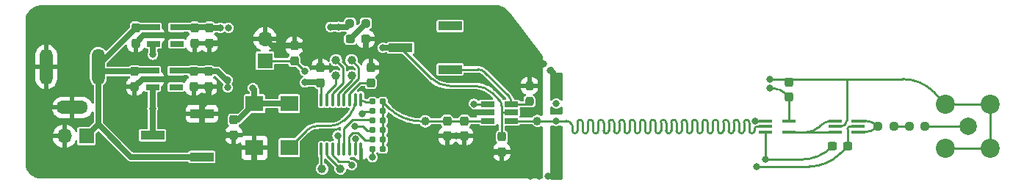
<source format=gtl>
%TF.GenerationSoftware,KiCad,Pcbnew,(6.0.2)*%
%TF.CreationDate,2022-05-29T21:50:20-07:00*%
%TF.ProjectId,peregrine,70657265-6772-4696-9e65-2e6b69636164,3*%
%TF.SameCoordinates,Original*%
%TF.FileFunction,Copper,L1,Top*%
%TF.FilePolarity,Positive*%
%FSLAX46Y46*%
G04 Gerber Fmt 4.6, Leading zero omitted, Abs format (unit mm)*
G04 Created by KiCad (PCBNEW (6.0.2)) date 2022-05-29 21:50:20*
%MOMM*%
%LPD*%
G01*
G04 APERTURE LIST*
G04 Aperture macros list*
%AMRoundRect*
0 Rectangle with rounded corners*
0 $1 Rounding radius*
0 $2 $3 $4 $5 $6 $7 $8 $9 X,Y pos of 4 corners*
0 Add a 4 corners polygon primitive as box body*
4,1,4,$2,$3,$4,$5,$6,$7,$8,$9,$2,$3,0*
0 Add four circle primitives for the rounded corners*
1,1,$1+$1,$2,$3*
1,1,$1+$1,$4,$5*
1,1,$1+$1,$6,$7*
1,1,$1+$1,$8,$9*
0 Add four rect primitives between the rounded corners*
20,1,$1+$1,$2,$3,$4,$5,0*
20,1,$1+$1,$4,$5,$6,$7,0*
20,1,$1+$1,$6,$7,$8,$9,0*
20,1,$1+$1,$8,$9,$2,$3,0*%
G04 Aperture macros list end*
%TA.AperFunction,SMDPad,CuDef*%
%ADD10R,2.700000X1.000000*%
%TD*%
%TA.AperFunction,SMDPad,CuDef*%
%ADD11RoundRect,0.237500X-0.237500X0.300000X-0.237500X-0.300000X0.237500X-0.300000X0.237500X0.300000X0*%
%TD*%
%TA.AperFunction,SMDPad,CuDef*%
%ADD12RoundRect,0.237500X0.237500X-0.300000X0.237500X0.300000X-0.237500X0.300000X-0.237500X-0.300000X0*%
%TD*%
%TA.AperFunction,SMDPad,CuDef*%
%ADD13RoundRect,0.237500X0.287500X0.237500X-0.287500X0.237500X-0.287500X-0.237500X0.287500X-0.237500X0*%
%TD*%
%TA.AperFunction,SMDPad,CuDef*%
%ADD14RoundRect,0.160000X0.197500X0.160000X-0.197500X0.160000X-0.197500X-0.160000X0.197500X-0.160000X0*%
%TD*%
%TA.AperFunction,SMDPad,CuDef*%
%ADD15R,1.560000X0.650000*%
%TD*%
%TA.AperFunction,SMDPad,CuDef*%
%ADD16RoundRect,0.237500X0.237500X-0.250000X0.237500X0.250000X-0.237500X0.250000X-0.237500X-0.250000X0*%
%TD*%
%TA.AperFunction,SMDPad,CuDef*%
%ADD17RoundRect,0.237500X-0.250000X-0.237500X0.250000X-0.237500X0.250000X0.237500X-0.250000X0.237500X0*%
%TD*%
%TA.AperFunction,SMDPad,CuDef*%
%ADD18R,2.000000X1.800000*%
%TD*%
%TA.AperFunction,SMDPad,CuDef*%
%ADD19C,1.000000*%
%TD*%
%TA.AperFunction,SMDPad,CuDef*%
%ADD20RoundRect,0.100000X0.100000X-0.637500X0.100000X0.637500X-0.100000X0.637500X-0.100000X-0.637500X0*%
%TD*%
%TA.AperFunction,SMDPad,CuDef*%
%ADD21RoundRect,0.237500X0.250000X0.237500X-0.250000X0.237500X-0.250000X-0.237500X0.250000X-0.237500X0*%
%TD*%
%TA.AperFunction,ComponentPad*%
%ADD22R,1.700000X1.700000*%
%TD*%
%TA.AperFunction,ComponentPad*%
%ADD23O,1.700000X1.700000*%
%TD*%
%TA.AperFunction,ComponentPad*%
%ADD24C,2.000000*%
%TD*%
%TA.AperFunction,ComponentPad*%
%ADD25C,2.200000*%
%TD*%
%TA.AperFunction,SMDPad,CuDef*%
%ADD26R,1.500000X0.400000*%
%TD*%
%TA.AperFunction,SMDPad,CuDef*%
%ADD27RoundRect,0.237500X0.300000X0.237500X-0.300000X0.237500X-0.300000X-0.237500X0.300000X-0.237500X0*%
%TD*%
%TA.AperFunction,ComponentPad*%
%ADD28O,1.500000X4.150000*%
%TD*%
%TA.AperFunction,ComponentPad*%
%ADD29O,3.650000X1.500000*%
%TD*%
%TA.AperFunction,ViaPad*%
%ADD30C,0.800000*%
%TD*%
%TA.AperFunction,Conductor*%
%ADD31C,0.293370*%
%TD*%
%TA.AperFunction,Conductor*%
%ADD32C,0.635000*%
%TD*%
%TA.AperFunction,Conductor*%
%ADD33C,0.250000*%
%TD*%
G04 APERTURE END LIST*
D10*
%TO.P,SW2,1,A*%
%TO.N,Net-(R8-Pad1)*%
X142150000Y-102013575D03*
%TO.P,SW2,2,B*%
%TO.N,+3V3*%
X136450000Y-99513575D03*
%TO.P,SW2,3,C*%
%TO.N,unconnected-(SW2-Pad3)*%
X142150000Y-97013575D03*
%TD*%
%TO.P,SW1,1,A*%
%TO.N,+VDC*%
X113550000Y-112113575D03*
%TO.P,SW1,2,B*%
%TO.N,PWR*%
X107850000Y-109613575D03*
%TO.P,SW1,3,C*%
%TO.N,GND*%
X113550000Y-107113575D03*
%TD*%
D11*
%TO.P,C12,1*%
%TO.N,FTrig*%
X141800000Y-107975000D03*
%TO.P,C12,2*%
%TO.N,GND*%
X141800000Y-109700000D03*
%TD*%
%TO.P,C11,1*%
%TO.N,+3V3*%
X148100000Y-109800000D03*
%TO.P,C11,2*%
%TO.N,GND*%
X148100000Y-111525000D03*
%TD*%
D12*
%TO.P,C10,1*%
%TO.N,Net-(C10-Pad1)*%
X124200000Y-101001023D03*
%TO.P,C10,2*%
%TO.N,GND*%
X124200000Y-99276023D03*
%TD*%
%TO.P,C9,1*%
%TO.N,Net-(C9-Pad1)*%
X133000000Y-103550637D03*
%TO.P,C9,2*%
%TO.N,GND*%
X133000000Y-101825637D03*
%TD*%
D13*
%TO.P,D1,1,K*%
%TO.N,GND*%
X132400000Y-98513575D03*
%TO.P,D1,2,A*%
%TO.N,Net-(D1-Pad2)*%
X130650000Y-98513575D03*
%TD*%
D14*
%TO.P,R2,1*%
%TO.N,FTrig*%
X134397500Y-105713575D03*
%TO.P,R2,2*%
%TO.N,Net-(R2-Pad2)*%
X133202500Y-105713575D03*
%TD*%
%TO.P,R7,1*%
%TO.N,FTrig*%
X134397500Y-111213575D03*
%TO.P,R7,2*%
%TO.N,Net-(R7-Pad2)*%
X133202500Y-111213575D03*
%TD*%
D15*
%TO.P,U4,1*%
%TO.N,Net-(C10-Pad1)*%
X146500000Y-106050000D03*
%TO.P,U4,2,GND*%
%TO.N,GND*%
X146500000Y-107000000D03*
%TO.P,U4,3*%
%TO.N,FTrig*%
X146500000Y-107950000D03*
%TO.P,U4,4*%
%TO.N,Trig*%
X149200000Y-107950000D03*
%TO.P,U4,5,V+*%
%TO.N,+3V3*%
X149200000Y-107000000D03*
%TO.P,U4,6*%
%TO.N,Net-(R8-Pad1)*%
X149200000Y-106050000D03*
%TD*%
D11*
%TO.P,C1,1*%
%TO.N,+VDC*%
X105800000Y-102251075D03*
%TO.P,C1,2*%
%TO.N,GND*%
X105800000Y-103976075D03*
%TD*%
D15*
%TO.P,U1,1,VIN*%
%TO.N,+VDC*%
X107850000Y-102163575D03*
%TO.P,U1,2,GND*%
%TO.N,GND*%
X107850000Y-103113575D03*
%TO.P,U1,3,EN*%
%TO.N,PWR*%
X107850000Y-104063575D03*
%TO.P,U1,4,NC*%
%TO.N,unconnected-(U1-Pad4)*%
X110550000Y-104063575D03*
%TO.P,U1,5,VOUT*%
%TO.N,VCC*%
X110550000Y-102163575D03*
%TD*%
%TO.P,U2,5,VOUT*%
%TO.N,+3V3*%
X110650000Y-97163575D03*
%TO.P,U2,4,NC*%
%TO.N,unconnected-(U2-Pad4)*%
X110650000Y-99063575D03*
%TO.P,U2,3,EN*%
%TO.N,PWR*%
X107950000Y-99063575D03*
%TO.P,U2,2,GND*%
%TO.N,GND*%
X107950000Y-98113575D03*
%TO.P,U2,1,VIN*%
%TO.N,+VDC*%
X107950000Y-97163575D03*
%TD*%
D16*
%TO.P,R8,1*%
%TO.N,Net-(R8-Pad1)*%
X151300000Y-105712500D03*
%TO.P,R8,2*%
%TO.N,GND*%
X151300000Y-103887500D03*
%TD*%
D11*
%TO.P,C13,1*%
%TO.N,FTrig*%
X143800000Y-107975000D03*
%TO.P,C13,2*%
%TO.N,GND*%
X143800000Y-109700000D03*
%TD*%
D17*
%TO.P,R1,1*%
%TO.N,+3V3*%
X130600000Y-96713575D03*
%TO.P,R1,2*%
%TO.N,Net-(D1-Pad2)*%
X132425000Y-96713575D03*
%TD*%
D18*
%TO.P,X1,1,EN*%
%TO.N,+3V3*%
X119600000Y-105973575D03*
%TO.P,X1,2,GND*%
%TO.N,GND*%
X119600000Y-111053575D03*
%TO.P,X1,3,OUT*%
%TO.N,Net-(U3-Pad10)*%
X123600000Y-111053575D03*
%TO.P,X1,4,Vdd*%
%TO.N,+3V3*%
X123600000Y-105973575D03*
%TD*%
D19*
%TO.P,TP8,1,1*%
%TO.N,Net-(TP8-Pad1)*%
X128987551Y-102750637D03*
%TD*%
D11*
%TO.P,C6,2*%
%TO.N,GND*%
X114400000Y-98976075D03*
%TO.P,C6,1*%
%TO.N,+3V3*%
X114400000Y-97251075D03*
%TD*%
D20*
%TO.P,U3,1,Q11*%
%TO.N,Net-(TP9-Pad1)*%
X127312551Y-111213137D03*
%TO.P,U3,2,Q12*%
%TO.N,Net-(TP10-Pad1)*%
X127962551Y-111213137D03*
%TO.P,U3,3,Q13*%
%TO.N,Net-(R7-Pad2)*%
X128612551Y-111213137D03*
%TO.P,U3,4,Q5*%
%TO.N,Net-(R5-Pad2)*%
X129262551Y-111213137D03*
%TO.P,U3,5,Q4*%
%TO.N,Net-(R4-Pad2)*%
X129912551Y-111213137D03*
%TO.P,U3,6,Q6*%
%TO.N,Net-(R6-Pad2)*%
X130562551Y-111213137D03*
%TO.P,U3,7,Q3*%
%TO.N,Net-(R3-Pad2)*%
X131212551Y-111213137D03*
%TO.P,U3,8,VSS*%
%TO.N,GND*%
X131862551Y-111213137D03*
%TO.P,U3,9,Q0*%
%TO.N,Net-(R2-Pad2)*%
X131862551Y-105488137D03*
%TO.P,U3,10,CLK*%
%TO.N,Net-(U3-Pad10)*%
X131212551Y-105488137D03*
%TO.P,U3,11,Reset*%
%TO.N,Net-(C9-Pad1)*%
X130562551Y-105488137D03*
%TO.P,U3,12,Q8*%
%TO.N,Net-(TP6-Pad1)*%
X129912551Y-105488137D03*
%TO.P,U3,13,Q7*%
%TO.N,Net-(TP5-Pad1)*%
X129262551Y-105488137D03*
%TO.P,U3,14,Q9*%
%TO.N,Net-(TP7-Pad1)*%
X128612551Y-105488137D03*
%TO.P,U3,15,Q10*%
%TO.N,Net-(TP8-Pad1)*%
X127962551Y-105488137D03*
%TO.P,U3,16,VDD*%
%TO.N,+3V3*%
X127312551Y-105488137D03*
%TD*%
D21*
%TO.P,R9,1*%
%TO.N,Net-(R10-Pad2)*%
X193275000Y-108569598D03*
%TO.P,R9,2*%
%TO.N,Net-(R9-Pad2)*%
X191450000Y-108569598D03*
%TD*%
D14*
%TO.P,R3,1*%
%TO.N,FTrig*%
X134387551Y-106813575D03*
%TO.P,R3,2*%
%TO.N,Net-(R3-Pad2)*%
X133192551Y-106813575D03*
%TD*%
D11*
%TO.P,C3,1*%
%TO.N,VCC*%
X114300000Y-102251075D03*
%TO.P,C3,2*%
%TO.N,GND*%
X114300000Y-103976075D03*
%TD*%
D19*
%TO.P,TP5,1,1*%
%TO.N,Net-(TP5-Pad1)*%
X130787551Y-102750637D03*
%TD*%
D11*
%TO.P,C5,2*%
%TO.N,GND*%
X112700000Y-98976075D03*
%TO.P,C5,1*%
%TO.N,+3V3*%
X112700000Y-97251075D03*
%TD*%
%TO.P,C7,1*%
%TO.N,+3V3*%
X117200000Y-107851075D03*
%TO.P,C7,2*%
%TO.N,GND*%
X117200000Y-109576075D03*
%TD*%
D22*
%TO.P,J2,1,Pin_1*%
%TO.N,+VDC*%
X100240000Y-109713575D03*
D23*
%TO.P,J2,2,Pin_2*%
%TO.N,GND*%
X97700000Y-109713575D03*
%TD*%
D11*
%TO.P,C2,1*%
%TO.N,VCC*%
X112600000Y-102251075D03*
%TO.P,C2,2*%
%TO.N,GND*%
X112600000Y-103976075D03*
%TD*%
D19*
%TO.P,TP9,1,1*%
%TO.N,Net-(TP9-Pad1)*%
X127387551Y-113450637D03*
%TD*%
D22*
%TO.P,J3,1,Pin_1*%
%TO.N,Net-(C10-Pad1)*%
X120800000Y-101013575D03*
D23*
%TO.P,J3,2,Pin_2*%
%TO.N,GND*%
X120800000Y-98473575D03*
%TD*%
D24*
%TO.P,J4,1,In*%
%TO.N,Net-(J4-Pad1)*%
X201850000Y-108569598D03*
D25*
%TO.P,J4,2,Ext*%
%TO.N,GND*%
X199275000Y-105994598D03*
X199275000Y-111144598D03*
X204425000Y-111144598D03*
X204425000Y-105994598D03*
%TD*%
D12*
%TO.P,C8,2*%
%TO.N,GND*%
X127187551Y-101825637D03*
%TO.P,C8,1*%
%TO.N,+3V3*%
X127187551Y-103550637D03*
%TD*%
D11*
%TO.P,C4,2*%
%TO.N,GND*%
X105900000Y-98976075D03*
%TO.P,C4,1*%
%TO.N,+VDC*%
X105900000Y-97251075D03*
%TD*%
D21*
%TO.P,R10,1*%
%TO.N,Net-(J4-Pad1)*%
X196875000Y-108569598D03*
%TO.P,R10,2*%
%TO.N,Net-(R10-Pad2)*%
X195050000Y-108569598D03*
%TD*%
D19*
%TO.P,TP10,1,1*%
%TO.N,Net-(TP10-Pad1)*%
X129487551Y-113450637D03*
%TD*%
D14*
%TO.P,R5,1*%
%TO.N,FTrig*%
X134387551Y-109013575D03*
%TO.P,R5,2*%
%TO.N,Net-(R5-Pad2)*%
X133192551Y-109013575D03*
%TD*%
D26*
%TO.P,U6,1*%
%TO.N,Net-(U5-Pad4)*%
X186520000Y-107943575D03*
%TO.P,U6,2,GND*%
%TO.N,GND*%
X186520000Y-108593575D03*
%TO.P,U6,3*%
%TO.N,Net-(U5-Pad4)*%
X186520000Y-109243575D03*
%TO.P,U6,4*%
%TO.N,Net-(R9-Pad2)*%
X189180000Y-109243575D03*
%TO.P,U6,5,VCC*%
%TO.N,VCC*%
X189180000Y-108593575D03*
%TO.P,U6,6*%
%TO.N,Net-(R9-Pad2)*%
X189180000Y-107943575D03*
%TD*%
D11*
%TO.P,C14,1*%
%TO.N,GND*%
X181200000Y-103475000D03*
%TO.P,C14,2*%
%TO.N,VCC*%
X181200000Y-105200000D03*
%TD*%
D27*
%TO.P,C15,1*%
%TO.N,VCC*%
X187962500Y-110869598D03*
%TO.P,C15,2*%
%TO.N,GND*%
X186237500Y-110869598D03*
%TD*%
D19*
%TO.P,TP6,1,1*%
%TO.N,Net-(TP6-Pad1)*%
X130787551Y-100950637D03*
%TD*%
D26*
%TO.P,U5,1*%
%TO.N,Trig*%
X178510052Y-107943575D03*
%TO.P,U5,2*%
X178510052Y-108593575D03*
%TO.P,U5,3,GND*%
%TO.N,GND*%
X178510052Y-109243575D03*
%TO.P,U5,4*%
%TO.N,Net-(U5-Pad4)*%
X181170052Y-109243575D03*
%TO.P,U5,5,VCC*%
%TO.N,VCC*%
X181170052Y-107943575D03*
%TD*%
D14*
%TO.P,R4,1*%
%TO.N,FTrig*%
X134387551Y-107913575D03*
%TO.P,R4,2*%
%TO.N,Net-(R4-Pad2)*%
X133192551Y-107913575D03*
%TD*%
D28*
%TO.P,J1,1*%
%TO.N,+VDC*%
X101600000Y-101713575D03*
D29*
%TO.P,J1,2*%
%TO.N,GND*%
X98600000Y-106413575D03*
D28*
X95600000Y-101713575D03*
%TD*%
D19*
%TO.P,TP4,1,1*%
%TO.N,FTrig*%
X139300000Y-108000000D03*
%TD*%
%TO.P,TP3,1,1*%
%TO.N,Trig*%
X152200000Y-107947448D03*
%TD*%
%TO.P,TP7,1,1*%
%TO.N,Net-(TP7-Pad1)*%
X128987551Y-100950637D03*
%TD*%
D14*
%TO.P,R6,1*%
%TO.N,FTrig*%
X134397500Y-110113575D03*
%TO.P,R6,2*%
%TO.N,Net-(R6-Pad2)*%
X133202500Y-110113575D03*
%TD*%
D30*
%TO.N,VCC*%
X179000000Y-104200000D03*
%TO.N,+3V3*%
X119432989Y-104167011D03*
%TO.N,VCC*%
X116500000Y-104100000D03*
%TO.N,GND*%
X125600000Y-98813575D03*
X154400000Y-112313575D03*
X113550000Y-105063575D03*
X141200000Y-106513575D03*
X114300000Y-105513575D03*
X133500000Y-100313575D03*
X153400000Y-114313575D03*
X153700000Y-102113575D03*
X115900000Y-99413575D03*
X115900000Y-98513575D03*
X115800000Y-109113575D03*
X118700000Y-112913575D03*
X109600000Y-103113575D03*
X154400000Y-109213575D03*
X120500000Y-112913575D03*
X109600000Y-98113575D03*
X179000000Y-103113575D03*
X151400000Y-114313575D03*
X152250000Y-100663575D03*
X154400000Y-111313575D03*
X154400000Y-103813575D03*
X152950000Y-101363575D03*
X154400000Y-104813575D03*
X152400000Y-114313575D03*
X154400000Y-113313575D03*
X146300000Y-112413575D03*
X113500000Y-108713575D03*
X115800000Y-110013575D03*
X149900000Y-104713575D03*
X178500000Y-112413575D03*
X154400000Y-114313575D03*
X154400000Y-110313575D03*
X149800000Y-103813575D03*
X113550000Y-106013575D03*
X125600000Y-99813575D03*
X154400000Y-102813575D03*
X132500000Y-100313575D03*
X132400000Y-113213575D03*
X142813575Y-109700000D03*
X119600000Y-112913575D03*
%TO.N,VCC*%
X177500000Y-113213575D03*
X116500000Y-103213575D03*
X154400000Y-105963575D03*
%TO.N,+3V3*%
X134400000Y-99513575D03*
X128407011Y-97106564D03*
X116600000Y-97213575D03*
X115700000Y-97213575D03*
X125428253Y-103513575D03*
X129307011Y-97106564D03*
%TO.N,Net-(C10-Pad1)*%
X125412551Y-102201023D03*
X144900000Y-106000000D03*
%TO.N,Net-(R3-Pad2)*%
X131212551Y-110025637D03*
X132037551Y-107100637D03*
%TO.N,Net-(R5-Pad2)*%
X129187551Y-109650637D03*
X131187551Y-108550637D03*
%TO.N,PWR*%
X107900000Y-100313575D03*
X107850000Y-106563575D03*
%TO.N,Trig*%
X154400000Y-107947448D03*
X177340052Y-107993575D03*
%TO.N,Net-(R7-Pad2)*%
X133187551Y-112150637D03*
X130787551Y-113050637D03*
%TD*%
D31*
%TO.N,GND*%
X187870228Y-107922664D02*
G75*
G02*
X187723783Y-108276217I-500001J0D01*
G01*
X187552872Y-108447128D02*
G75*
G02*
X187199318Y-108593575I-353553J353550D01*
G01*
X187552872Y-108447128D02*
X187723783Y-108276217D01*
X187870229Y-107922664D02*
X187870229Y-103129771D01*
X187870229Y-103129771D02*
X182616196Y-103129771D01*
X186520000Y-108593575D02*
X187199318Y-108593575D01*
X194339105Y-103129771D02*
X187870229Y-103129771D01*
D32*
%TO.N,+3V3*%
X119600000Y-104334022D02*
X119432989Y-104167011D01*
X119600000Y-105973575D02*
X119600000Y-104334022D01*
%TO.N,GND*%
X154400000Y-102813575D02*
X154400000Y-104813575D01*
X153700000Y-102113575D02*
X154400000Y-102813575D01*
X154400000Y-114313575D02*
X154400000Y-109213575D01*
X154400000Y-114313575D02*
X153400000Y-114313575D01*
D31*
X178510052Y-112403523D02*
X178500000Y-112413575D01*
X178510052Y-109243575D02*
X178510052Y-112403523D01*
X182622455Y-112413575D02*
X178500000Y-112413575D01*
%TO.N,VCC*%
X180785786Y-104785786D02*
G75*
G03*
X179371573Y-104200000I-1414213J-1414214D01*
G01*
X179371573Y-104200000D02*
X179000000Y-104200000D01*
X181200000Y-105200000D02*
X180785786Y-104785786D01*
%TO.N,GND*%
X181770229Y-103129771D02*
X181545229Y-103129771D01*
X181770229Y-103129771D02*
X179016196Y-103129771D01*
X182616196Y-103129771D02*
X181770229Y-103129771D01*
X181545229Y-103129771D02*
X181200000Y-103475000D01*
%TO.N,VCC*%
X181170052Y-105229948D02*
X181200000Y-105200000D01*
X181170052Y-107943575D02*
X181170052Y-105229948D01*
%TO.N,Net-(R8-Pad1)*%
X150962500Y-106050000D02*
X151300000Y-105712500D01*
X149200000Y-106050000D02*
X150962500Y-106050000D01*
D32*
%TO.N,GND*%
X147188575Y-111525000D02*
X148100000Y-111525000D01*
D31*
X131862551Y-112676126D02*
X132400000Y-113213575D01*
X131862551Y-111213137D02*
X131862551Y-112676126D01*
D32*
%TO.N,+VDC*%
X105360000Y-112113575D02*
X101600000Y-108353575D01*
X107465978Y-112113575D02*
X105360000Y-112113575D01*
%TO.N,GND*%
X120500000Y-112913575D02*
X119600000Y-112913575D01*
X119600000Y-112913575D02*
X119600000Y-111053575D01*
X118700000Y-112913575D02*
X119600000Y-112913575D01*
X118700000Y-112913575D02*
X120500000Y-112913575D01*
X115800000Y-109113575D02*
X115800000Y-110013575D01*
X113850000Y-105063575D02*
X114300000Y-105513575D01*
X113550000Y-105063575D02*
X113850000Y-105063575D01*
X113550000Y-106013575D02*
X113550000Y-105063575D01*
X114300000Y-105513575D02*
X114300000Y-103976075D01*
X113800000Y-106013575D02*
X114300000Y-105513575D01*
X113550000Y-106013575D02*
X113800000Y-106013575D01*
X113550000Y-107113575D02*
X113550000Y-106013575D01*
X116262500Y-109576075D02*
X116237500Y-109576075D01*
X116237500Y-109576075D02*
X115800000Y-110013575D01*
X116262500Y-109576075D02*
X115800000Y-109113575D01*
X117200000Y-109576075D02*
X116262500Y-109576075D01*
X113550000Y-108663575D02*
X113500000Y-108713575D01*
X113550000Y-107113575D02*
X113550000Y-108663575D01*
X107850000Y-103113575D02*
X109600000Y-103113575D01*
X115462500Y-98976075D02*
X115900000Y-99413575D01*
X115437500Y-98976075D02*
X115462500Y-98976075D01*
X115437500Y-98976075D02*
X115900000Y-98513575D01*
X114400000Y-98976075D02*
X115437500Y-98976075D01*
X109600000Y-98113575D02*
X107950000Y-98113575D01*
X125600000Y-99813575D02*
X125600000Y-99738471D01*
X125600000Y-99738471D02*
X125137552Y-99276023D01*
X124200000Y-99276023D02*
X125137552Y-99276023D01*
X125137552Y-99276023D02*
X125600000Y-98813575D01*
X132500000Y-100313575D02*
X133500000Y-100313575D01*
X132400000Y-100213575D02*
X132500000Y-100313575D01*
X132400000Y-98513575D02*
X132400000Y-100213575D01*
%TO.N,+VDC*%
X102137500Y-102251075D02*
X101600000Y-101713575D01*
X100240000Y-109713575D02*
X101600000Y-108353575D01*
X105800000Y-102251075D02*
X102137500Y-102251075D01*
X107950000Y-97163575D02*
X105987500Y-97163575D01*
X113550000Y-112113575D02*
X107465978Y-112113575D01*
X105887500Y-102163575D02*
X105800000Y-102251075D01*
X105987500Y-97163575D02*
X105900000Y-97251075D01*
X107850000Y-102163575D02*
X105887500Y-102163575D01*
X101600000Y-101713575D02*
X101600000Y-101551075D01*
X101600000Y-101551075D02*
X105900000Y-97251075D01*
X101600000Y-108353575D02*
X101600000Y-106247597D01*
X101600000Y-106247597D02*
X101600000Y-101713575D01*
%TO.N,GND*%
X141800000Y-109700000D02*
X142813575Y-109700000D01*
D31*
X179016196Y-103129771D02*
X179000000Y-103113575D01*
D32*
X147188575Y-111525000D02*
X146300000Y-112413575D01*
D31*
X186237500Y-110869598D02*
X186157989Y-110949109D01*
D32*
X106762500Y-98113575D02*
X105900000Y-98976075D01*
D31*
X199275000Y-111144598D02*
X204425000Y-111144598D01*
D32*
X121602448Y-99276023D02*
X120800000Y-98473575D01*
X106662500Y-103113575D02*
X105800000Y-103976075D01*
X107950000Y-98113575D02*
X106762500Y-98113575D01*
X146500000Y-107000000D02*
X145017364Y-107000000D01*
D31*
X204425000Y-105994598D02*
X199275000Y-105994598D01*
X199275000Y-105994598D02*
X197874639Y-104594237D01*
D32*
X124212551Y-99276023D02*
X121602448Y-99276023D01*
X107850000Y-103113575D02*
X106662500Y-103113575D01*
X143909618Y-106513575D02*
X141200000Y-106513575D01*
X144310257Y-106707107D02*
X144263171Y-106660021D01*
D31*
X204425000Y-105994598D02*
X204425000Y-111144598D01*
D32*
X142813575Y-109700000D02*
X143800000Y-109700000D01*
D31*
X186157989Y-110949109D02*
G75*
G02*
X182622455Y-112413575I-3535533J3535532D01*
G01*
D32*
X143909618Y-106513576D02*
G75*
G02*
X144263171Y-106660021I0J-500001D01*
G01*
D31*
X194339105Y-103129771D02*
G75*
G02*
X197874639Y-104594237I1J-4999998D01*
G01*
D32*
X144310257Y-106707107D02*
G75*
G03*
X145017364Y-107000000I707106J707106D01*
G01*
D31*
%TO.N,VCC*%
X189180000Y-108593575D02*
X188240183Y-108593575D01*
X183547455Y-113213575D02*
X177500000Y-113213575D01*
X187962500Y-108871258D02*
X187962500Y-110869598D01*
D32*
X115300000Y-102213575D02*
X114337500Y-102213575D01*
X114337500Y-102213575D02*
X114300000Y-102251075D01*
X116500000Y-103413575D02*
X115300000Y-102213575D01*
D31*
X187962500Y-110869598D02*
X187082989Y-111749109D01*
D32*
X110550000Y-102163575D02*
X114212500Y-102163575D01*
D31*
X188063406Y-108666799D02*
X188035723Y-108694482D01*
X187082989Y-111749109D02*
G75*
G02*
X183547455Y-113213575I-3535533J3535532D01*
G01*
X188063406Y-108666799D02*
G75*
G02*
X188240183Y-108593575I176776J-176772D01*
G01*
X188035723Y-108694482D02*
G75*
G03*
X187962500Y-108871258I176773J-176775D01*
G01*
%TO.N,+3V3*%
X148073804Y-106947174D02*
X148073804Y-106201593D01*
X147780911Y-105494486D02*
X147078679Y-104792254D01*
D32*
X123600000Y-105973575D02*
X119600000Y-105973575D01*
X114400000Y-97251075D02*
X114437500Y-97213575D01*
D31*
X139971320Y-103034895D02*
X136450000Y-99513575D01*
X148126630Y-107000000D02*
X148073804Y-107052826D01*
D32*
X117200000Y-107851075D02*
X117722500Y-107851075D01*
X128407011Y-97106564D02*
X130207011Y-97106564D01*
X127150489Y-103513575D02*
X127187551Y-103550637D01*
X117722500Y-107851075D02*
X119600000Y-105973575D01*
D31*
X148126630Y-107000000D02*
X148073804Y-106947174D01*
X144957359Y-103913575D02*
X142092641Y-103913575D01*
X149200000Y-107000000D02*
X148126630Y-107000000D01*
D32*
X114437500Y-97213575D02*
X115700000Y-97213575D01*
D31*
X127312551Y-105488137D02*
X127312551Y-103675637D01*
X127312551Y-103675637D02*
X127187551Y-103550637D01*
D32*
X110650000Y-97163575D02*
X114312500Y-97163575D01*
X130207011Y-97106564D02*
X130600000Y-96713575D01*
D31*
X148073804Y-107052826D02*
X148073804Y-109473804D01*
D32*
X125428253Y-103513575D02*
X127150489Y-103513575D01*
X134400000Y-99513575D02*
X136450000Y-99513575D01*
D31*
X147780911Y-105494486D02*
G75*
G02*
X148073804Y-106201593I-707106J-707106D01*
G01*
X139971320Y-103034895D02*
G75*
G03*
X142092641Y-103913575I2121323J2121325D01*
G01*
X147078679Y-104792254D02*
G75*
G03*
X144957359Y-103913575I-2121319J-2121319D01*
G01*
D33*
%TO.N,Net-(C9-Pad1)*%
X130562551Y-105488137D02*
X130562551Y-104777391D01*
X131789305Y-103550637D02*
X132987551Y-103550637D01*
X130562551Y-104777391D02*
X131789305Y-103550637D01*
D31*
%TO.N,Net-(C10-Pad1)*%
X124212551Y-101001023D02*
X125412551Y-102201023D01*
X144900000Y-106000000D02*
X146450000Y-106000000D01*
X124199999Y-101013575D02*
X124212551Y-101001023D01*
X146450000Y-106000000D02*
X146500000Y-106050000D01*
X120800000Y-101013575D02*
X124199999Y-101013575D01*
%TO.N,FTrig*%
X134385051Y-105750637D02*
X135144948Y-106510534D01*
X134512937Y-109176023D02*
X134387551Y-109050637D01*
X146500000Y-107950000D02*
X143825000Y-107950000D01*
X138680482Y-107975000D02*
X141800000Y-107975000D01*
X143825000Y-107950000D02*
X143800000Y-107975000D01*
X143800000Y-107975000D02*
X141800000Y-107975000D01*
X134385051Y-105750637D02*
X134385051Y-111248137D01*
X138680482Y-107975000D02*
G75*
G02*
X135144948Y-106510534I-1J4999998D01*
G01*
%TO.N,Net-(J4-Pad1)*%
X196875000Y-108569598D02*
X201850000Y-108569598D01*
D33*
%TO.N,Net-(R2-Pad2)*%
X131978604Y-105604190D02*
X131862551Y-105488137D01*
X133190051Y-105750637D02*
X132332158Y-105750637D01*
X132332158Y-105750637D02*
G75*
G02*
X131978604Y-105604190I-1J499997D01*
G01*
%TO.N,Net-(R3-Pad2)*%
X131212551Y-111213137D02*
X131212551Y-110025637D01*
X132287551Y-106850637D02*
X132037551Y-107100637D01*
X133192551Y-106850637D02*
X132287551Y-106850637D01*
%TO.N,Net-(R4-Pad2)*%
X129912551Y-108801023D02*
X130888426Y-107825148D01*
X130888426Y-107825148D02*
X133104124Y-107825148D01*
X129912551Y-111213137D02*
X129912551Y-108801023D01*
X133104124Y-107825148D02*
X133192551Y-107913575D01*
%TO.N,Net-(R5-Pad2)*%
X132087551Y-108550637D02*
X131187551Y-108550637D01*
X132587551Y-109050637D02*
X132087551Y-108550637D01*
X129262551Y-109725637D02*
X129187551Y-109650637D01*
X129262551Y-111213137D02*
X129262551Y-109725637D01*
X133192551Y-109050637D02*
X132587551Y-109050637D01*
D32*
%TO.N,PWR*%
X107850000Y-109613575D02*
X107850000Y-106563575D01*
X107900000Y-99113575D02*
X107950000Y-99063575D01*
X107900000Y-100313575D02*
X107900000Y-99113575D01*
X107850000Y-104063575D02*
X107850000Y-106563575D01*
D31*
%TO.N,Trig*%
X155572997Y-107947500D02*
X152190104Y-107947500D01*
X151242551Y-107947448D02*
X149202552Y-107947448D01*
X164030104Y-108112961D02*
X164030104Y-109094085D01*
X176030104Y-108112961D02*
X176030104Y-109094085D01*
X168830104Y-108112961D02*
X168830104Y-109094085D01*
X157430104Y-109094085D02*
X157430104Y-108112961D01*
X177390052Y-107943575D02*
X177340052Y-107993575D01*
X170630104Y-109094085D02*
X170630104Y-108112961D01*
X177230104Y-108903523D02*
X177230104Y-109094085D01*
X172430104Y-108112961D02*
X172430104Y-109094085D01*
X158030104Y-108112961D02*
X158030104Y-109094085D01*
X175430104Y-109094085D02*
X175430104Y-108112961D01*
X167630104Y-108112961D02*
X167630104Y-109094085D01*
X167030104Y-109094085D02*
X167030104Y-108112961D01*
X173630104Y-108112961D02*
X173630104Y-109094085D01*
X174230104Y-109094085D02*
X174230104Y-108112961D01*
X171230104Y-108112961D02*
X171230104Y-109094085D01*
X164630104Y-109094085D02*
X164630104Y-108112961D01*
X165830104Y-109094085D02*
X165830104Y-108112961D01*
X160430104Y-108112961D02*
X160430104Y-109094085D01*
X159230104Y-108112961D02*
X159230104Y-109094085D01*
X149202552Y-107947448D02*
X149200000Y-107950000D01*
X162230104Y-109094085D02*
X162230104Y-108112961D01*
X178500104Y-108603523D02*
X177530104Y-108603523D01*
X165230104Y-108112961D02*
X165230104Y-109094085D01*
X158630104Y-109094085D02*
X158630104Y-108112961D01*
X173030104Y-109094085D02*
X173030104Y-108112961D01*
X163430104Y-109094085D02*
X163430104Y-108112961D01*
X162830104Y-108112961D02*
X162830104Y-109094085D01*
X174830104Y-108112961D02*
X174830104Y-109094085D01*
X171830104Y-109094085D02*
X171830104Y-108112961D01*
X168230104Y-109094085D02*
X168230104Y-108112961D01*
X170030104Y-108112961D02*
X170030104Y-109094085D01*
X152190104Y-107947500D02*
X152190052Y-107947448D01*
X176630104Y-109094085D02*
X176630104Y-108112961D01*
X156156880Y-108324276D02*
X155926550Y-108093946D01*
X161630104Y-108112961D02*
X161630104Y-109094085D01*
X156830104Y-108112961D02*
X156830104Y-109094085D01*
X169430104Y-109094085D02*
X169430104Y-108112961D01*
X161030104Y-109094085D02*
X161030104Y-108112961D01*
X159830104Y-109094085D02*
X159830104Y-108112961D01*
X156230104Y-109094085D02*
X156230104Y-108501053D01*
X178510052Y-108593575D02*
X178500104Y-108603523D01*
X166430104Y-108112961D02*
X166430104Y-109094085D01*
X151242551Y-107947448D02*
X152190052Y-107947448D01*
X178510052Y-107943575D02*
X177390052Y-107943575D01*
X176930104Y-109394085D02*
G75*
G03*
X177230104Y-109094085I0J300000D01*
G01*
X155926550Y-108093946D02*
G75*
G03*
X155572997Y-107947500I-353553J-353556D01*
G01*
X162830104Y-108112961D02*
G75*
G02*
X163130104Y-107812961I300000J0D01*
G01*
X156530104Y-109394085D02*
G75*
G03*
X156830104Y-109094085I0J300000D01*
G01*
X173030104Y-109094085D02*
G75*
G03*
X173330104Y-109394085I300000J0D01*
G01*
X158630104Y-109094085D02*
G75*
G03*
X158930104Y-109394085I300000J0D01*
G01*
X174530104Y-109394085D02*
G75*
G03*
X174830104Y-109094085I0J300000D01*
G01*
X156830104Y-108112961D02*
G75*
G02*
X157130104Y-107812961I300000J0D01*
G01*
X163430104Y-109094085D02*
G75*
G03*
X163730104Y-109394085I300000J0D01*
G01*
X167330104Y-109394085D02*
G75*
G03*
X167630104Y-109094085I0J300000D01*
G01*
X170630104Y-109094085D02*
G75*
G03*
X170930104Y-109394085I300000J0D01*
G01*
X160130104Y-109394085D02*
G75*
G03*
X160430104Y-109094085I0J300000D01*
G01*
X156230104Y-109094085D02*
G75*
G03*
X156530104Y-109394085I300000J0D01*
G01*
X165830104Y-109094085D02*
G75*
G03*
X166130104Y-109394085I300000J0D01*
G01*
X161030104Y-109094085D02*
G75*
G03*
X161330104Y-109394085I300000J0D01*
G01*
X173930104Y-107812961D02*
G75*
G02*
X174230104Y-108112961I0J-300000D01*
G01*
X169130104Y-107812961D02*
G75*
G02*
X169430104Y-108112961I0J-300000D01*
G01*
X161930104Y-107812961D02*
G75*
G02*
X162230104Y-108112961I0J-300000D01*
G01*
X174230104Y-109094085D02*
G75*
G03*
X174530104Y-109394085I300000J0D01*
G01*
X161330104Y-109394085D02*
G75*
G03*
X161630104Y-109094085I0J300000D01*
G01*
X172730104Y-107812961D02*
G75*
G02*
X173030104Y-108112961I0J-300000D01*
G01*
X171230104Y-108112961D02*
G75*
G02*
X171530104Y-107812961I300000J0D01*
G01*
X158930104Y-109394085D02*
G75*
G03*
X159230104Y-109094085I0J300000D01*
G01*
X176030104Y-108112961D02*
G75*
G02*
X176330104Y-107812961I300000J0D01*
G01*
X157130104Y-107812961D02*
G75*
G02*
X157430104Y-108112961I0J-300000D01*
G01*
X159230104Y-108112961D02*
G75*
G02*
X159530104Y-107812961I300000J0D01*
G01*
X173330104Y-109394085D02*
G75*
G03*
X173630104Y-109094085I0J300000D01*
G01*
X176330104Y-107812961D02*
G75*
G02*
X176630104Y-108112961I0J-300000D01*
G01*
X166730104Y-107812961D02*
G75*
G02*
X167030104Y-108112961I0J-300000D01*
G01*
X176630104Y-109094085D02*
G75*
G03*
X176930104Y-109394085I300000J0D01*
G01*
X156156880Y-108324276D02*
G75*
G02*
X156230104Y-108501053I-176772J-176776D01*
G01*
X173630104Y-108112961D02*
G75*
G02*
X173930104Y-107812961I300000J0D01*
G01*
X167930104Y-107812961D02*
G75*
G02*
X168230104Y-108112961I0J-300000D01*
G01*
X175730104Y-109394085D02*
G75*
G03*
X176030104Y-109094085I0J300000D01*
G01*
X159830104Y-109094085D02*
G75*
G03*
X160130104Y-109394085I300000J0D01*
G01*
X170930104Y-109394085D02*
G75*
G03*
X171230104Y-109094085I0J300000D01*
G01*
X175130104Y-107812961D02*
G75*
G02*
X175430104Y-108112961I0J-300000D01*
G01*
X157430104Y-109094085D02*
G75*
G03*
X157730104Y-109394085I300000J0D01*
G01*
X160730104Y-107812961D02*
G75*
G02*
X161030104Y-108112961I0J-300000D01*
G01*
X167030104Y-109094085D02*
G75*
G03*
X167330104Y-109394085I300000J0D01*
G01*
X171830104Y-109094085D02*
G75*
G03*
X172130104Y-109394085I300000J0D01*
G01*
X159530104Y-107812961D02*
G75*
G02*
X159830104Y-108112961I0J-300000D01*
G01*
X172130104Y-109394085D02*
G75*
G03*
X172430104Y-109094085I0J300000D01*
G01*
X161630104Y-108112961D02*
G75*
G02*
X161930104Y-107812961I300000J0D01*
G01*
X157730104Y-109394085D02*
G75*
G03*
X158030104Y-109094085I0J300000D01*
G01*
X167630104Y-108112961D02*
G75*
G02*
X167930104Y-107812961I300000J0D01*
G01*
X172430104Y-108112961D02*
G75*
G02*
X172730104Y-107812961I300000J0D01*
G01*
X165230104Y-108112961D02*
G75*
G02*
X165530104Y-107812961I300000J0D01*
G01*
X168830104Y-108112961D02*
G75*
G02*
X169130104Y-107812961I300000J0D01*
G01*
X168530104Y-109394085D02*
G75*
G03*
X168830104Y-109094085I0J300000D01*
G01*
X164330104Y-107812961D02*
G75*
G02*
X164630104Y-108112961I0J-300000D01*
G01*
X164930104Y-109394085D02*
G75*
G03*
X165230104Y-109094085I0J300000D01*
G01*
X175430104Y-109094085D02*
G75*
G03*
X175730104Y-109394085I300000J0D01*
G01*
X163130104Y-107812961D02*
G75*
G02*
X163430104Y-108112961I0J-300000D01*
G01*
X164630104Y-109094085D02*
G75*
G03*
X164930104Y-109394085I300000J0D01*
G01*
X166430104Y-108112961D02*
G75*
G02*
X166730104Y-107812961I300000J0D01*
G01*
X166130104Y-109394085D02*
G75*
G03*
X166430104Y-109094085I0J300000D01*
G01*
X158030104Y-108112961D02*
G75*
G02*
X158330104Y-107812961I300000J0D01*
G01*
X165530104Y-107812961D02*
G75*
G02*
X165830104Y-108112961I0J-300000D01*
G01*
X162230104Y-109094085D02*
G75*
G03*
X162530104Y-109394085I300000J0D01*
G01*
X168230104Y-109094085D02*
G75*
G03*
X168530104Y-109394085I300000J0D01*
G01*
X158330104Y-107812961D02*
G75*
G02*
X158630104Y-108112961I0J-300000D01*
G01*
X160430104Y-108112961D02*
G75*
G02*
X160730104Y-107812961I300000J0D01*
G01*
X171530104Y-107812961D02*
G75*
G02*
X171830104Y-108112961I0J-300000D01*
G01*
X163730104Y-109394085D02*
G75*
G03*
X164030104Y-109094085I0J300000D01*
G01*
X169430104Y-109094085D02*
G75*
G03*
X169730104Y-109394085I300000J0D01*
G01*
X174830104Y-108112961D02*
G75*
G02*
X175130104Y-107812961I300000J0D01*
G01*
X177230104Y-108903523D02*
G75*
G02*
X177530104Y-108603523I300000J0D01*
G01*
X170330104Y-107812961D02*
G75*
G02*
X170630104Y-108112961I0J-300000D01*
G01*
X169730104Y-109394085D02*
G75*
G03*
X170030104Y-109094085I0J300000D01*
G01*
X164030104Y-108112961D02*
G75*
G02*
X164330104Y-107812961I300000J0D01*
G01*
X162530104Y-109394085D02*
G75*
G03*
X162830104Y-109094085I0J300000D01*
G01*
X170030104Y-108112961D02*
G75*
G02*
X170330104Y-107812961I300000J0D01*
G01*
%TO.N,Net-(U3-Pad10)*%
X131212551Y-105488137D02*
X131212551Y-105741928D01*
X130626764Y-107156142D02*
X129855117Y-107927789D01*
X125554213Y-109099362D02*
X123600000Y-111053575D01*
X128440904Y-108513575D02*
X126968427Y-108513575D01*
X129855117Y-107927789D02*
G75*
G02*
X128440904Y-108513575I-1414213J1414214D01*
G01*
X125554213Y-109099362D02*
G75*
G02*
X126968427Y-108513575I1414214J-1414213D01*
G01*
X130626764Y-107156142D02*
G75*
G03*
X131212551Y-105741928I-1414213J1414214D01*
G01*
%TO.N,Net-(U5-Pad4)*%
X181170052Y-109243575D02*
X182623977Y-109243575D01*
X183247596Y-109243575D02*
X182623977Y-109243575D01*
X184790236Y-108529362D02*
X184661809Y-108657789D01*
X182623977Y-109243575D02*
X186520000Y-109243575D01*
X186520000Y-107943575D02*
X186204450Y-107943575D01*
X186204450Y-107943576D02*
G75*
G03*
X184790237Y-108529363I0J-1999999D01*
G01*
X183247596Y-109243574D02*
G75*
G03*
X184661808Y-108657788I0J1999999D01*
G01*
D33*
%TO.N,Net-(TP5-Pad1)*%
X129262551Y-104771712D02*
X130787551Y-103246712D01*
X129262551Y-105488137D02*
X129262551Y-104771712D01*
X130787551Y-103246712D02*
X130787551Y-102750637D01*
D32*
%TO.N,Net-(D1-Pad2)*%
X130650000Y-98513575D02*
X130650000Y-98488575D01*
X130650000Y-98488575D02*
X132425000Y-96713575D01*
D33*
%TO.N,Net-(R6-Pad2)*%
X133192551Y-110150637D02*
X132362165Y-110150637D01*
X130488040Y-109725534D02*
X130488040Y-111138626D01*
X132362165Y-110150637D02*
X131512654Y-109301126D01*
X131512654Y-109301126D02*
X130912448Y-109301126D01*
X130488040Y-111138626D02*
X130562551Y-111213137D01*
X130912448Y-109301126D02*
X130488040Y-109725534D01*
%TO.N,Net-(R7-Pad2)*%
X128612551Y-111900998D02*
X129337679Y-112626126D01*
X133187551Y-112150637D02*
X133187551Y-111255637D01*
X130363040Y-112626126D02*
X130787551Y-113050637D01*
X128612551Y-111213137D02*
X128612551Y-111900998D01*
X133187551Y-111255637D02*
X133192551Y-111250637D01*
X129337679Y-112626126D02*
X130363040Y-112626126D01*
D31*
%TO.N,Net-(R8-Pad1)*%
X149200000Y-106050000D02*
X149200000Y-105827789D01*
X148907107Y-105120682D02*
X146092893Y-102306468D01*
X145385786Y-102013575D02*
X142150000Y-102013575D01*
X146092893Y-102306468D02*
G75*
G03*
X145385786Y-102013575I-707106J-707106D01*
G01*
X148907107Y-105120682D02*
G75*
G02*
X149200000Y-105827789I-707106J-707106D01*
G01*
%TO.N,Net-(R10-Pad2)*%
X193275000Y-108569598D02*
X195050000Y-108569598D01*
%TO.N,Net-(R9-Pad2)*%
X191450000Y-108569598D02*
X191409763Y-108529361D01*
X191361810Y-108657788D02*
X191450000Y-108569598D01*
X189995550Y-107943575D02*
X189180000Y-107943575D01*
X189180000Y-109243575D02*
X189947596Y-109243575D01*
X191361810Y-108657788D02*
G75*
G02*
X189947596Y-109243575I-1414214J1414213D01*
G01*
X191409763Y-108529361D02*
G75*
G03*
X189995550Y-107943575I-1414213J-1414214D01*
G01*
D33*
%TO.N,Net-(TP6-Pad1)*%
X131612062Y-103092162D02*
X131612062Y-101775148D01*
X129912551Y-105488137D02*
X129912551Y-104791673D01*
X131612062Y-101775148D02*
X130787551Y-100950637D01*
X129912551Y-104791673D02*
X131612062Y-103092162D01*
%TO.N,Net-(TP7-Pad1)*%
X129812062Y-101775148D02*
X128987551Y-100950637D01*
X129812062Y-103586483D02*
X129812062Y-101775148D01*
X128612551Y-105488137D02*
X128612551Y-104785994D01*
X128612551Y-104785994D02*
X129812062Y-103586483D01*
%TO.N,Net-(TP8-Pad1)*%
X128987551Y-103775276D02*
X128987551Y-102750637D01*
X127962551Y-104800276D02*
X128987551Y-103775276D01*
X127962551Y-105488137D02*
X127962551Y-104800276D01*
%TO.N,Net-(TP9-Pad1)*%
X127312551Y-111213137D02*
X127312551Y-113375637D01*
%TO.N,Net-(TP10-Pad1)*%
X127962551Y-111925637D02*
X129487551Y-113450637D01*
X127962551Y-111213137D02*
X127962551Y-111925637D01*
%TD*%
%TA.AperFunction,Conductor*%
%TO.N,GND*%
G36*
X154220723Y-108523166D02*
G01*
X154235608Y-108529332D01*
X154235611Y-108529333D01*
X154243238Y-108532492D01*
X154400000Y-108553130D01*
X154408188Y-108552052D01*
X154548574Y-108533570D01*
X154556762Y-108532492D01*
X154564389Y-108529333D01*
X154564392Y-108529332D01*
X154579277Y-108523166D01*
X154627495Y-108513575D01*
X154974000Y-108513575D01*
X155042121Y-108533577D01*
X155088614Y-108587233D01*
X155100000Y-108639575D01*
X155100000Y-114587575D01*
X155079998Y-114655696D01*
X155026342Y-114702189D01*
X154974000Y-114713575D01*
X153826000Y-114713575D01*
X153757879Y-114693573D01*
X153711386Y-114639917D01*
X153700000Y-114587575D01*
X153700000Y-108639575D01*
X153720002Y-108571454D01*
X153773658Y-108524961D01*
X153826000Y-108513575D01*
X154172505Y-108513575D01*
X154220723Y-108523166D01*
G37*
%TD.AperFunction*%
%TD*%
%TA.AperFunction,Conductor*%
%TO.N,GND*%
G36*
X153908512Y-101706370D02*
G01*
X153926240Y-101725252D01*
X154399048Y-102346067D01*
X154418913Y-102372151D01*
X154420596Y-102374414D01*
X154438197Y-102398640D01*
X154455134Y-102404143D01*
X154455109Y-102404219D01*
X154455267Y-102404235D01*
X154469772Y-102414282D01*
X154499685Y-102413607D01*
X154502528Y-102413575D01*
X154974000Y-102413575D01*
X155042121Y-102433577D01*
X155088614Y-102487233D01*
X155100000Y-102539575D01*
X155100000Y-105518218D01*
X155079998Y-105586339D01*
X155026342Y-105632832D01*
X154956068Y-105642936D01*
X154891488Y-105613442D01*
X154874038Y-105594922D01*
X154833309Y-105541843D01*
X154833305Y-105541839D01*
X154828282Y-105535293D01*
X154702841Y-105439039D01*
X154556762Y-105378531D01*
X154400000Y-105357893D01*
X154243238Y-105378531D01*
X154097159Y-105439039D01*
X153971718Y-105535293D01*
X153966695Y-105541839D01*
X153966691Y-105541843D01*
X153925962Y-105594922D01*
X153868624Y-105636789D01*
X153797753Y-105641011D01*
X153735851Y-105606247D01*
X153702569Y-105543534D01*
X153700000Y-105518218D01*
X153700000Y-101801594D01*
X153720002Y-101733473D01*
X153773658Y-101686980D01*
X153843932Y-101676876D01*
X153908512Y-101706370D01*
G37*
%TD.AperFunction*%
%TD*%
%TA.AperFunction,NonConductor*%
G36*
X153908512Y-106313708D02*
G01*
X153925962Y-106332228D01*
X153966691Y-106385307D01*
X153966695Y-106385311D01*
X153971718Y-106391857D01*
X154097159Y-106488111D01*
X154243238Y-106548619D01*
X154400000Y-106569257D01*
X154408188Y-106568179D01*
X154548574Y-106549697D01*
X154556762Y-106548619D01*
X154702841Y-106488111D01*
X154828282Y-106391857D01*
X154833305Y-106385311D01*
X154833309Y-106385307D01*
X154874038Y-106332228D01*
X154931376Y-106290361D01*
X155002247Y-106286139D01*
X155064149Y-106320903D01*
X155097431Y-106383616D01*
X155100000Y-106408932D01*
X155100000Y-107087575D01*
X155079998Y-107155696D01*
X155026342Y-107202189D01*
X154974000Y-107213575D01*
X153826000Y-107213575D01*
X153757879Y-107193573D01*
X153711386Y-107139917D01*
X153700000Y-107087575D01*
X153700000Y-106408932D01*
X153720002Y-106340811D01*
X153773658Y-106294318D01*
X153843932Y-106284214D01*
X153908512Y-106313708D01*
G37*
%TD.AperFunction*%
%TA.AperFunction,Conductor*%
%TO.N,GND*%
G36*
X147481100Y-94623735D02*
G01*
X147485796Y-94623743D01*
X147499628Y-94626924D01*
X147513471Y-94623791D01*
X147527657Y-94623816D01*
X147527656Y-94624530D01*
X147536267Y-94623836D01*
X147714803Y-94634970D01*
X147730359Y-94636919D01*
X147934102Y-94675435D01*
X147949303Y-94679302D01*
X148146693Y-94742838D01*
X148161288Y-94748561D01*
X148349249Y-94836124D01*
X148363019Y-94843615D01*
X148527288Y-94946724D01*
X148538652Y-94953857D01*
X148551391Y-94963006D01*
X148711954Y-95094204D01*
X148723459Y-95104865D01*
X148866489Y-95255006D01*
X148876579Y-95267014D01*
X148982562Y-95410379D01*
X148986574Y-95417857D01*
X148987286Y-95417398D01*
X148994973Y-95429324D01*
X148999816Y-95442662D01*
X149009964Y-95452580D01*
X149016311Y-95458783D01*
X149028481Y-95472549D01*
X152767545Y-100382091D01*
X152774240Y-100390882D01*
X152799600Y-100457195D01*
X152800000Y-100467224D01*
X152800000Y-107255402D01*
X152779998Y-107323523D01*
X152726342Y-107370016D01*
X152656068Y-107380120D01*
X152607524Y-107361008D01*
X152607321Y-107361391D01*
X152455769Y-107281148D01*
X152445251Y-107278506D01*
X152296822Y-107241223D01*
X152296818Y-107241223D01*
X152289451Y-107239372D01*
X152281852Y-107239332D01*
X152281850Y-107239332D01*
X152210394Y-107238958D01*
X152117969Y-107238474D01*
X152110589Y-107240246D01*
X152110587Y-107240246D01*
X151958602Y-107276734D01*
X151958598Y-107276735D01*
X151951223Y-107278506D01*
X151798839Y-107357157D01*
X151669615Y-107469887D01*
X151665248Y-107476100D01*
X151665243Y-107476106D01*
X151621241Y-107538714D01*
X151565707Y-107582946D01*
X151518155Y-107592263D01*
X150285348Y-107592263D01*
X150217227Y-107572261D01*
X150170734Y-107518605D01*
X150160630Y-107448331D01*
X150168939Y-107418044D01*
X150169506Y-107416675D01*
X150176403Y-107406353D01*
X150179550Y-107390535D01*
X150187293Y-107351605D01*
X150188500Y-107345537D01*
X150188499Y-106654464D01*
X150176403Y-106593647D01*
X150169507Y-106583327D01*
X150167881Y-106579401D01*
X150160293Y-106508811D01*
X150192074Y-106445325D01*
X150253132Y-106409098D01*
X150284291Y-106405185D01*
X150911173Y-106405185D01*
X150931074Y-106407303D01*
X150935360Y-106407505D01*
X150945537Y-106409696D01*
X150966111Y-106407261D01*
X150992776Y-106406947D01*
X151003248Y-106407937D01*
X151006261Y-106408222D01*
X151006264Y-106408222D01*
X151009203Y-106408500D01*
X151299754Y-106408500D01*
X151590796Y-106408499D01*
X151593744Y-106408220D01*
X151593753Y-106408220D01*
X151614366Y-106406272D01*
X151614367Y-106406272D01*
X151622016Y-106405549D01*
X151748554Y-106361112D01*
X151856432Y-106281432D01*
X151936112Y-106173554D01*
X151963322Y-106096071D01*
X151978006Y-106054258D01*
X151978006Y-106054256D01*
X151980549Y-106047016D01*
X151983500Y-106015797D01*
X151983499Y-105409204D01*
X151983205Y-105406084D01*
X151981272Y-105385634D01*
X151981271Y-105385628D01*
X151980549Y-105377984D01*
X151936112Y-105251446D01*
X151856432Y-105143568D01*
X151748554Y-105063888D01*
X151750543Y-105061196D01*
X151711674Y-105023321D01*
X151695686Y-104954148D01*
X151719634Y-104887312D01*
X151781594Y-104841986D01*
X151848948Y-104819515D01*
X151862115Y-104813347D01*
X151997492Y-104729574D01*
X152008890Y-104720540D01*
X152121363Y-104607871D01*
X152130375Y-104596460D01*
X152213912Y-104460937D01*
X152220056Y-104447759D01*
X152270315Y-104296234D01*
X152273181Y-104282868D01*
X152282672Y-104190230D01*
X152283000Y-104183815D01*
X152283000Y-104159615D01*
X152278525Y-104144376D01*
X152277135Y-104143171D01*
X152269452Y-104141500D01*
X150335115Y-104141500D01*
X150319876Y-104145975D01*
X150318671Y-104147365D01*
X150317000Y-104155048D01*
X150317000Y-104183766D01*
X150317337Y-104190282D01*
X150327075Y-104284132D01*
X150329968Y-104297528D01*
X150380488Y-104448953D01*
X150386653Y-104462115D01*
X150470426Y-104597492D01*
X150479460Y-104608890D01*
X150592129Y-104721363D01*
X150603540Y-104730375D01*
X150739063Y-104813912D01*
X150752240Y-104820056D01*
X150818176Y-104841926D01*
X150876536Y-104882356D01*
X150903773Y-104947921D01*
X150891240Y-105017802D01*
X150849207Y-105060857D01*
X150851446Y-105063888D01*
X150743568Y-105143568D01*
X150663888Y-105251446D01*
X150660768Y-105260331D01*
X150628550Y-105352075D01*
X150619451Y-105377984D01*
X150618729Y-105385624D01*
X150618728Y-105385628D01*
X150618344Y-105389696D01*
X150616500Y-105409203D01*
X150616500Y-105568815D01*
X150596498Y-105636936D01*
X150542842Y-105683429D01*
X150490500Y-105694815D01*
X150277941Y-105694815D01*
X150209820Y-105674813D01*
X150173176Y-105638817D01*
X150137213Y-105584995D01*
X150137211Y-105584993D01*
X150130320Y-105574680D01*
X150061353Y-105528597D01*
X150049184Y-105526176D01*
X150049183Y-105526176D01*
X150006605Y-105517707D01*
X150000537Y-105516500D01*
X149615757Y-105516500D01*
X149547636Y-105496498D01*
X149501143Y-105442842D01*
X149496444Y-105431001D01*
X149456044Y-105311983D01*
X149456042Y-105311978D01*
X149454715Y-105308069D01*
X149452892Y-105304373D01*
X149452889Y-105304365D01*
X149382405Y-105161440D01*
X149376143Y-105148742D01*
X149368948Y-105137973D01*
X149323653Y-105070185D01*
X149277448Y-105001034D01*
X149205929Y-104919481D01*
X149202092Y-104914400D01*
X149201720Y-104913625D01*
X149198357Y-104909624D01*
X149192560Y-104903827D01*
X149186924Y-104897810D01*
X149174932Y-104884136D01*
X149167726Y-104875118D01*
X149167460Y-104874751D01*
X149161391Y-104866398D01*
X149146519Y-104855593D01*
X149131484Y-104842751D01*
X147904118Y-103615385D01*
X150317000Y-103615385D01*
X150321475Y-103630624D01*
X150322865Y-103631829D01*
X150330548Y-103633500D01*
X151027885Y-103633500D01*
X151043124Y-103629025D01*
X151044329Y-103627635D01*
X151046000Y-103619952D01*
X151046000Y-103615385D01*
X151554000Y-103615385D01*
X151558475Y-103630624D01*
X151559865Y-103631829D01*
X151567548Y-103633500D01*
X152264885Y-103633500D01*
X152280124Y-103629025D01*
X152281329Y-103627635D01*
X152283000Y-103619952D01*
X152283000Y-103591234D01*
X152282663Y-103584718D01*
X152272925Y-103490868D01*
X152270032Y-103477472D01*
X152219512Y-103326047D01*
X152213347Y-103312885D01*
X152129574Y-103177508D01*
X152120540Y-103166110D01*
X152007871Y-103053637D01*
X151996460Y-103044625D01*
X151860937Y-102961088D01*
X151847759Y-102954944D01*
X151696234Y-102904685D01*
X151682868Y-102901819D01*
X151590230Y-102892328D01*
X151583815Y-102892000D01*
X151572115Y-102892000D01*
X151556876Y-102896475D01*
X151555671Y-102897865D01*
X151554000Y-102905548D01*
X151554000Y-103615385D01*
X151046000Y-103615385D01*
X151046000Y-102910115D01*
X151041525Y-102894876D01*
X151040135Y-102893671D01*
X151032452Y-102892000D01*
X151016234Y-102892000D01*
X151009718Y-102892337D01*
X150915868Y-102902075D01*
X150902472Y-102904968D01*
X150751047Y-102955488D01*
X150737885Y-102961653D01*
X150602508Y-103045426D01*
X150591110Y-103054460D01*
X150478637Y-103167129D01*
X150469625Y-103178540D01*
X150386088Y-103314063D01*
X150379944Y-103327241D01*
X150329685Y-103478766D01*
X150326819Y-103492132D01*
X150317328Y-103584770D01*
X150317000Y-103591185D01*
X150317000Y-103615385D01*
X147904118Y-103615385D01*
X146370824Y-102082091D01*
X146357982Y-102067056D01*
X146355493Y-102063630D01*
X146347177Y-102052184D01*
X146338450Y-102045844D01*
X146329439Y-102038644D01*
X146215641Y-101938845D01*
X146215635Y-101938841D01*
X146212541Y-101936127D01*
X146064833Y-101837432D01*
X146013202Y-101811970D01*
X145909210Y-101760686D01*
X145909202Y-101760683D01*
X145905506Y-101758860D01*
X145897676Y-101756202D01*
X145741193Y-101703084D01*
X145741190Y-101703083D01*
X145737286Y-101701758D01*
X145733247Y-101700955D01*
X145733241Y-101700953D01*
X145567095Y-101667905D01*
X145567092Y-101667905D01*
X145563052Y-101667101D01*
X145558941Y-101666832D01*
X145558937Y-101666831D01*
X145454811Y-101660006D01*
X145448508Y-101659126D01*
X145447697Y-101658841D01*
X145442490Y-101658390D01*
X145434279Y-101658390D01*
X145426039Y-101658120D01*
X145419010Y-101657659D01*
X145407909Y-101656932D01*
X145396452Y-101655652D01*
X145385786Y-101653963D01*
X145375994Y-101655514D01*
X145367628Y-101656839D01*
X145347917Y-101658390D01*
X143834499Y-101658390D01*
X143766378Y-101638388D01*
X143719885Y-101584732D01*
X143708499Y-101532390D01*
X143708499Y-101493039D01*
X143696403Y-101432222D01*
X143686223Y-101416986D01*
X143657211Y-101373568D01*
X143650320Y-101363255D01*
X143581353Y-101317172D01*
X143569184Y-101314751D01*
X143569183Y-101314751D01*
X143526605Y-101306282D01*
X143520537Y-101305075D01*
X142150222Y-101305075D01*
X140779464Y-101305076D01*
X140718647Y-101317172D01*
X140708330Y-101324065D01*
X140708329Y-101324066D01*
X140665845Y-101352454D01*
X140649680Y-101363255D01*
X140632314Y-101389245D01*
X140613778Y-101416986D01*
X140603597Y-101432222D01*
X140601176Y-101444391D01*
X140601176Y-101444392D01*
X140593911Y-101480919D01*
X140591500Y-101493038D01*
X140591501Y-102534111D01*
X140603597Y-102594928D01*
X140649680Y-102663895D01*
X140718647Y-102709978D01*
X140730816Y-102712399D01*
X140730817Y-102712399D01*
X140772519Y-102720694D01*
X140779463Y-102722075D01*
X142149778Y-102722075D01*
X143520536Y-102722074D01*
X143581353Y-102709978D01*
X143591670Y-102703085D01*
X143591671Y-102703084D01*
X143640007Y-102670786D01*
X143650320Y-102663895D01*
X143696403Y-102594928D01*
X143698825Y-102582755D01*
X143707293Y-102540180D01*
X143708500Y-102534112D01*
X143708500Y-102494760D01*
X143728502Y-102426639D01*
X143782158Y-102380146D01*
X143834500Y-102368760D01*
X145347917Y-102368760D01*
X145367628Y-102370311D01*
X145375992Y-102371636D01*
X145375994Y-102371636D01*
X145385786Y-102373187D01*
X145395581Y-102371635D01*
X145405497Y-102371635D01*
X145405497Y-102372444D01*
X145419112Y-102372042D01*
X145499235Y-102379934D01*
X145523449Y-102384749D01*
X145620675Y-102414242D01*
X145643489Y-102423692D01*
X145693178Y-102450252D01*
X145733087Y-102471584D01*
X145753616Y-102485301D01*
X145815860Y-102536384D01*
X145825195Y-102546289D01*
X145825767Y-102545717D01*
X145832783Y-102552733D01*
X145838609Y-102560752D01*
X145846628Y-102566578D01*
X145853481Y-102571557D01*
X145868516Y-102584399D01*
X148585523Y-105301406D01*
X148619549Y-105363718D01*
X148614484Y-105434533D01*
X148571937Y-105491369D01*
X148505417Y-105516180D01*
X148496428Y-105516501D01*
X148399464Y-105516501D01*
X148346492Y-105527037D01*
X148275780Y-105520708D01*
X148217149Y-105473460D01*
X148178046Y-105414938D01*
X148151252Y-105374838D01*
X148079727Y-105293279D01*
X148075895Y-105288203D01*
X148075523Y-105287429D01*
X148072160Y-105283428D01*
X148066371Y-105277639D01*
X148060735Y-105271622D01*
X148048736Y-105257940D01*
X148041530Y-105248922D01*
X148041020Y-105248220D01*
X148035195Y-105240202D01*
X148020323Y-105229397D01*
X148005287Y-105216555D01*
X147356606Y-104567873D01*
X147343765Y-104552838D01*
X147338789Y-104545989D01*
X147332963Y-104537970D01*
X147330111Y-104535898D01*
X147311485Y-104519016D01*
X147256904Y-104469547D01*
X147088432Y-104316854D01*
X147061172Y-104296636D01*
X146826132Y-104122319D01*
X146823647Y-104120476D01*
X146821006Y-104118893D01*
X146820997Y-104118887D01*
X146543530Y-103952580D01*
X146543531Y-103952580D01*
X146540889Y-103950997D01*
X146537382Y-103949338D01*
X146399525Y-103884137D01*
X146242881Y-103810050D01*
X146052909Y-103742077D01*
X145935397Y-103700030D01*
X145935389Y-103700028D01*
X145932492Y-103698991D01*
X145724558Y-103646906D01*
X145615715Y-103619642D01*
X145615711Y-103619641D01*
X145612712Y-103618890D01*
X145609650Y-103618436D01*
X145609646Y-103618435D01*
X145289682Y-103570974D01*
X145289681Y-103570974D01*
X145286621Y-103570520D01*
X145283535Y-103570368D01*
X145283531Y-103570368D01*
X145090432Y-103560881D01*
X144960846Y-103554515D01*
X144957359Y-103553963D01*
X144940131Y-103556692D01*
X144939201Y-103556839D01*
X144919490Y-103558390D01*
X142130510Y-103558390D01*
X142110799Y-103556839D01*
X142102433Y-103555514D01*
X142092641Y-103553963D01*
X142082848Y-103555514D01*
X142077562Y-103555514D01*
X142058547Y-103556475D01*
X141977204Y-103551907D01*
X141803577Y-103542157D01*
X141789545Y-103540576D01*
X141601350Y-103508600D01*
X141511084Y-103493263D01*
X141497321Y-103490122D01*
X141225900Y-103411926D01*
X141212581Y-103407265D01*
X141123705Y-103370451D01*
X141016504Y-103326047D01*
X140951632Y-103299176D01*
X140938908Y-103293048D01*
X140691707Y-103156426D01*
X140679746Y-103148910D01*
X140509020Y-103027774D01*
X140449397Y-102985470D01*
X140438351Y-102976661D01*
X140437970Y-102976320D01*
X140247935Y-102806494D01*
X140235166Y-102792366D01*
X140231430Y-102788630D01*
X140225604Y-102780611D01*
X140210732Y-102769806D01*
X140195697Y-102756964D01*
X137848338Y-100409605D01*
X137814312Y-100347293D01*
X137819377Y-100276478D01*
X137861924Y-100219642D01*
X137877576Y-100210729D01*
X137881353Y-100209978D01*
X137950320Y-100163895D01*
X137996403Y-100094928D01*
X137998931Y-100082222D01*
X138007293Y-100040180D01*
X138008500Y-100034112D01*
X138008499Y-98993039D01*
X137996403Y-98932222D01*
X137975476Y-98900902D01*
X137957211Y-98873568D01*
X137950320Y-98863255D01*
X137881353Y-98817172D01*
X137869184Y-98814751D01*
X137869183Y-98814751D01*
X137826605Y-98806282D01*
X137820537Y-98805075D01*
X136450222Y-98805075D01*
X135079464Y-98805076D01*
X135018647Y-98817172D01*
X135008330Y-98824065D01*
X135008329Y-98824066D01*
X134991081Y-98835591D01*
X134949680Y-98863255D01*
X134942789Y-98873568D01*
X134942786Y-98873571D01*
X134904026Y-98931578D01*
X134849549Y-98977105D01*
X134799262Y-98987575D01*
X134745275Y-98987575D01*
X134697057Y-98977984D01*
X134566480Y-98923897D01*
X134566477Y-98923896D01*
X134558850Y-98920737D01*
X134400000Y-98899824D01*
X134241150Y-98920737D01*
X134093125Y-98982051D01*
X133966013Y-99079588D01*
X133868476Y-99206700D01*
X133807162Y-99354725D01*
X133786249Y-99513575D01*
X133807162Y-99672425D01*
X133868476Y-99820450D01*
X133904170Y-99866967D01*
X133960984Y-99941009D01*
X133960987Y-99941012D01*
X133966013Y-99947562D01*
X133972563Y-99952588D01*
X133972564Y-99952589D01*
X134049671Y-100011756D01*
X134093124Y-100045099D01*
X134100750Y-100048258D01*
X134100752Y-100048259D01*
X134233520Y-100103253D01*
X134233523Y-100103254D01*
X134241150Y-100106413D01*
X134400000Y-100127326D01*
X134408188Y-100126248D01*
X134550662Y-100107491D01*
X134558850Y-100106413D01*
X134566477Y-100103254D01*
X134566480Y-100103253D01*
X134697057Y-100049166D01*
X134745275Y-100039575D01*
X134799262Y-100039575D01*
X134867383Y-100059577D01*
X134904026Y-100095572D01*
X134942786Y-100153579D01*
X134942789Y-100153582D01*
X134949680Y-100163895D01*
X135018647Y-100209978D01*
X135030816Y-100212399D01*
X135030817Y-100212399D01*
X135067231Y-100219642D01*
X135079463Y-100222075D01*
X135246570Y-100222075D01*
X136604002Y-100222074D01*
X136672123Y-100242076D01*
X136693097Y-100258979D01*
X139693387Y-103259269D01*
X139706227Y-103274302D01*
X139717036Y-103289179D01*
X139719893Y-103291255D01*
X139725959Y-103296753D01*
X139813172Y-103375798D01*
X139961567Y-103510295D01*
X139964053Y-103512139D01*
X139964057Y-103512142D01*
X140154073Y-103653067D01*
X140226352Y-103706673D01*
X140228993Y-103708256D01*
X140229002Y-103708262D01*
X140403447Y-103812820D01*
X140509110Y-103876152D01*
X140511888Y-103877466D01*
X140511892Y-103877468D01*
X140574088Y-103906884D01*
X140807119Y-104017099D01*
X140924163Y-104058978D01*
X141114602Y-104127119D01*
X141114610Y-104127121D01*
X141117507Y-104128158D01*
X141272616Y-104167011D01*
X141434284Y-104207507D01*
X141434288Y-104207508D01*
X141437287Y-104208259D01*
X141440349Y-104208713D01*
X141440353Y-104208714D01*
X141659562Y-104241230D01*
X141763379Y-104256630D01*
X141766465Y-104256782D01*
X141766469Y-104256782D01*
X141959568Y-104266269D01*
X142089154Y-104272635D01*
X142092641Y-104273187D01*
X142110798Y-104270311D01*
X142130510Y-104268760D01*
X144919490Y-104268760D01*
X144939202Y-104270311D01*
X144957359Y-104273187D01*
X144967152Y-104271636D01*
X144972438Y-104271636D01*
X144991453Y-104270675D01*
X145072796Y-104275243D01*
X145246423Y-104284993D01*
X145260455Y-104286574D01*
X145399685Y-104310230D01*
X145538910Y-104333886D01*
X145552685Y-104337030D01*
X145583172Y-104345813D01*
X145824097Y-104415222D01*
X145837416Y-104419883D01*
X146098368Y-104527973D01*
X146111091Y-104534100D01*
X146260741Y-104616809D01*
X146358293Y-104670724D01*
X146370256Y-104678241D01*
X146600600Y-104841678D01*
X146611647Y-104850487D01*
X146799876Y-105018699D01*
X146802064Y-105020654D01*
X146814833Y-105034783D01*
X146818569Y-105038519D01*
X146824395Y-105046538D01*
X146832414Y-105052364D01*
X146839267Y-105057343D01*
X146854302Y-105070185D01*
X147085522Y-105301405D01*
X147119548Y-105363717D01*
X147114483Y-105434532D01*
X147071936Y-105491368D01*
X147005416Y-105516179D01*
X146996427Y-105516500D01*
X145731398Y-105516501D01*
X145699464Y-105516501D01*
X145638647Y-105528597D01*
X145628330Y-105535490D01*
X145628329Y-105535491D01*
X145599356Y-105554851D01*
X145569680Y-105574680D01*
X145562789Y-105584993D01*
X145560755Y-105588037D01*
X145554608Y-105593174D01*
X145554010Y-105593772D01*
X145553956Y-105593718D01*
X145506277Y-105633564D01*
X145435834Y-105642411D01*
X145371790Y-105611770D01*
X145356031Y-105594742D01*
X145333987Y-105566013D01*
X145294211Y-105535491D01*
X145213426Y-105473502D01*
X145206876Y-105468476D01*
X145199250Y-105465317D01*
X145199248Y-105465316D01*
X145066480Y-105410322D01*
X145066477Y-105410321D01*
X145058850Y-105407162D01*
X145034848Y-105404002D01*
X144979425Y-105396706D01*
X144900000Y-105386249D01*
X144820575Y-105396706D01*
X144765153Y-105404002D01*
X144741150Y-105407162D01*
X144593125Y-105468476D01*
X144466013Y-105566013D01*
X144368476Y-105693125D01*
X144307162Y-105841150D01*
X144286249Y-106000000D01*
X144307162Y-106158850D01*
X144368476Y-106306875D01*
X144399523Y-106347336D01*
X144460984Y-106427434D01*
X144460987Y-106427437D01*
X144466013Y-106433987D01*
X144472563Y-106439013D01*
X144472564Y-106439014D01*
X144578965Y-106520659D01*
X144593124Y-106531524D01*
X144600750Y-106534683D01*
X144600752Y-106534684D01*
X144733520Y-106589678D01*
X144733523Y-106589679D01*
X144741150Y-106592838D01*
X144749338Y-106593916D01*
X144785319Y-106598653D01*
X144900000Y-106613751D01*
X144908188Y-106612673D01*
X145050662Y-106593916D01*
X145055781Y-106593242D01*
X145055782Y-106593242D01*
X145058850Y-106592838D01*
X145058913Y-106593317D01*
X145124367Y-106594875D01*
X145183162Y-106634670D01*
X145211109Y-106699935D01*
X145212000Y-106714892D01*
X145212000Y-106727885D01*
X145216475Y-106743124D01*
X145217865Y-106744329D01*
X145225548Y-106746000D01*
X146628000Y-106746000D01*
X146696121Y-106766002D01*
X146742614Y-106819658D01*
X146754000Y-106872000D01*
X146754000Y-107128000D01*
X146733998Y-107196121D01*
X146680342Y-107242614D01*
X146628000Y-107254000D01*
X145230116Y-107254000D01*
X145214877Y-107258475D01*
X145213672Y-107259865D01*
X145212001Y-107267548D01*
X145212001Y-107369669D01*
X145212371Y-107376490D01*
X145217894Y-107427347D01*
X145220824Y-107439669D01*
X145217122Y-107510569D01*
X145175676Y-107568213D01*
X145109645Y-107594298D01*
X145098241Y-107594815D01*
X144571366Y-107594815D01*
X144503245Y-107574813D01*
X144456752Y-107521157D01*
X144452483Y-107510563D01*
X144439233Y-107472832D01*
X144439232Y-107472829D01*
X144436112Y-107463946D01*
X144356432Y-107356068D01*
X144248554Y-107276388D01*
X144145637Y-107240246D01*
X144129258Y-107234494D01*
X144129256Y-107234494D01*
X144122016Y-107231951D01*
X144114376Y-107231229D01*
X144114372Y-107231228D01*
X144098920Y-107229768D01*
X144090797Y-107229000D01*
X143800197Y-107229000D01*
X143509204Y-107229001D01*
X143506256Y-107229280D01*
X143506247Y-107229280D01*
X143485634Y-107231228D01*
X143485633Y-107231228D01*
X143477984Y-107231951D01*
X143351446Y-107276388D01*
X143243568Y-107356068D01*
X143163888Y-107463946D01*
X143160768Y-107472829D01*
X143160767Y-107472832D01*
X143150966Y-107500742D01*
X143139189Y-107534280D01*
X143138738Y-107535563D01*
X143097295Y-107593208D01*
X143031265Y-107619297D01*
X143019855Y-107619815D01*
X142580145Y-107619815D01*
X142512024Y-107599813D01*
X142465531Y-107546157D01*
X142461262Y-107535563D01*
X142460812Y-107534280D01*
X142449034Y-107500742D01*
X142439233Y-107472832D01*
X142439232Y-107472829D01*
X142436112Y-107463946D01*
X142356432Y-107356068D01*
X142248554Y-107276388D01*
X142145637Y-107240246D01*
X142129258Y-107234494D01*
X142129256Y-107234494D01*
X142122016Y-107231951D01*
X142114376Y-107231229D01*
X142114372Y-107231228D01*
X142098920Y-107229768D01*
X142090797Y-107229000D01*
X141800197Y-107229000D01*
X141509204Y-107229001D01*
X141506256Y-107229280D01*
X141506247Y-107229280D01*
X141485634Y-107231228D01*
X141485633Y-107231228D01*
X141477984Y-107231951D01*
X141351446Y-107276388D01*
X141243568Y-107356068D01*
X141163888Y-107463946D01*
X141160768Y-107472829D01*
X141160767Y-107472832D01*
X141150966Y-107500742D01*
X141139189Y-107534280D01*
X141138738Y-107535563D01*
X141097295Y-107593208D01*
X141031265Y-107619297D01*
X141019855Y-107619815D01*
X139964739Y-107619815D01*
X139896618Y-107599813D01*
X139860900Y-107565183D01*
X139839661Y-107534280D01*
X139839657Y-107534275D01*
X139835357Y-107528019D01*
X139829686Y-107522966D01*
X139712993Y-107418996D01*
X139712990Y-107418994D01*
X139707321Y-107413943D01*
X139699325Y-107409709D01*
X139608068Y-107361391D01*
X139555769Y-107333700D01*
X139538196Y-107329286D01*
X139396822Y-107293775D01*
X139396818Y-107293775D01*
X139389451Y-107291924D01*
X139381852Y-107291884D01*
X139381850Y-107291884D01*
X139310394Y-107291510D01*
X139217969Y-107291026D01*
X139210589Y-107292798D01*
X139210587Y-107292798D01*
X139058602Y-107329286D01*
X139058598Y-107329287D01*
X139051223Y-107331058D01*
X138898839Y-107409709D01*
X138769615Y-107522439D01*
X138765247Y-107528654D01*
X138765246Y-107528655D01*
X138740226Y-107564254D01*
X138684691Y-107608485D01*
X138631644Y-107617682D01*
X138318672Y-107604018D01*
X138281155Y-107602380D01*
X138270206Y-107601422D01*
X137879361Y-107549967D01*
X137868553Y-107548061D01*
X137483686Y-107462738D01*
X137473069Y-107459893D01*
X137436399Y-107448331D01*
X137097105Y-107341352D01*
X137086792Y-107337599D01*
X136722565Y-107186731D01*
X136712621Y-107182093D01*
X136362956Y-107000069D01*
X136353437Y-106994574D01*
X136318567Y-106972359D01*
X136169902Y-106877649D01*
X136020970Y-106782769D01*
X136011966Y-106776465D01*
X135893665Y-106685690D01*
X135699208Y-106536478D01*
X135690805Y-106529426D01*
X135507123Y-106361112D01*
X135421624Y-106282766D01*
X135405590Y-106264801D01*
X135405059Y-106264270D01*
X135399232Y-106256250D01*
X135384360Y-106245445D01*
X135369325Y-106232603D01*
X135000405Y-105863683D01*
X134966379Y-105801371D01*
X134963500Y-105774588D01*
X134963500Y-105518649D01*
X134962831Y-105514101D01*
X134962830Y-105514094D01*
X134954264Y-105455908D01*
X134952838Y-105446219D01*
X134947914Y-105436189D01*
X134903358Y-105345442D01*
X134898770Y-105336097D01*
X134891404Y-105328744D01*
X134891402Y-105328741D01*
X134837277Y-105274711D01*
X134811948Y-105249426D01*
X134770974Y-105229397D01*
X134710519Y-105199845D01*
X134710517Y-105199845D01*
X134701732Y-105195550D01*
X134692057Y-105194139D01*
X134692055Y-105194138D01*
X134664442Y-105190110D01*
X134629926Y-105185075D01*
X134165074Y-105185075D01*
X134160526Y-105185744D01*
X134160519Y-105185745D01*
X134121923Y-105191427D01*
X134092644Y-105195737D01*
X134083854Y-105200053D01*
X134083853Y-105200053D01*
X134070733Y-105206495D01*
X133982522Y-105249805D01*
X133975169Y-105257171D01*
X133975166Y-105257173D01*
X133924359Y-105308069D01*
X133895851Y-105336627D01*
X133895178Y-105335955D01*
X133846729Y-105373995D01*
X133776048Y-105380688D01*
X133712970Y-105348106D01*
X133705365Y-105339346D01*
X133703770Y-105336097D01*
X133616948Y-105249426D01*
X133575974Y-105229397D01*
X133515519Y-105199845D01*
X133515517Y-105199845D01*
X133506732Y-105195550D01*
X133497057Y-105194139D01*
X133497055Y-105194138D01*
X133469442Y-105190110D01*
X133434926Y-105185075D01*
X132970074Y-105185075D01*
X132965526Y-105185744D01*
X132965519Y-105185745D01*
X132926923Y-105191427D01*
X132897644Y-105195737D01*
X132888854Y-105200053D01*
X132888853Y-105200053D01*
X132875733Y-105206495D01*
X132787522Y-105249805D01*
X132780169Y-105257171D01*
X132780166Y-105257173D01*
X132751326Y-105286064D01*
X132700851Y-105336627D01*
X132696279Y-105345980D01*
X132696039Y-105346472D01*
X132695536Y-105347023D01*
X132690231Y-105354460D01*
X132689329Y-105353817D01*
X132648153Y-105398888D01*
X132582840Y-105417137D01*
X132397050Y-105417137D01*
X132328929Y-105397135D01*
X132282436Y-105343479D01*
X132271050Y-105291137D01*
X132271050Y-104804803D01*
X132267851Y-104777904D01*
X132221198Y-104672874D01*
X132139863Y-104591680D01*
X132127771Y-104586334D01*
X132059395Y-104556106D01*
X132034751Y-104545211D01*
X132017715Y-104543225D01*
X132012025Y-104542561D01*
X132012020Y-104542561D01*
X132008386Y-104542137D01*
X131863834Y-104542137D01*
X131716717Y-104542138D01*
X131713020Y-104542578D01*
X131713014Y-104542578D01*
X131701471Y-104543951D01*
X131689818Y-104545337D01*
X131588816Y-104590201D01*
X131518441Y-104599575D01*
X131486721Y-104590291D01*
X131470810Y-104583257D01*
X131416593Y-104537419D01*
X131395765Y-104469547D01*
X131414938Y-104401188D01*
X131432661Y-104378921D01*
X131890540Y-103921042D01*
X131952852Y-103887016D01*
X131979635Y-103884137D01*
X132212239Y-103884137D01*
X132280360Y-103904139D01*
X132326853Y-103957795D01*
X132331121Y-103968388D01*
X132360765Y-104052801D01*
X132360768Y-104052806D01*
X132363888Y-104061691D01*
X132443568Y-104169569D01*
X132551446Y-104249249D01*
X132572464Y-104256630D01*
X132670742Y-104291143D01*
X132670744Y-104291143D01*
X132677984Y-104293686D01*
X132685624Y-104294408D01*
X132685628Y-104294409D01*
X132701080Y-104295869D01*
X132709203Y-104296637D01*
X132999803Y-104296637D01*
X133290796Y-104296636D01*
X133293744Y-104296357D01*
X133293753Y-104296357D01*
X133314366Y-104294409D01*
X133314367Y-104294409D01*
X133322016Y-104293686D01*
X133448554Y-104249249D01*
X133556432Y-104169569D01*
X133636112Y-104061691D01*
X133657690Y-104000246D01*
X133678006Y-103942395D01*
X133678006Y-103942393D01*
X133680549Y-103935153D01*
X133683500Y-103903934D01*
X133683499Y-103197341D01*
X133682643Y-103188274D01*
X133681272Y-103173771D01*
X133681272Y-103173770D01*
X133680549Y-103166121D01*
X133636112Y-103039583D01*
X133573468Y-102954770D01*
X133549087Y-102888094D01*
X133564624Y-102818818D01*
X133608519Y-102772768D01*
X133697492Y-102717710D01*
X133708890Y-102708677D01*
X133821363Y-102596008D01*
X133830375Y-102584597D01*
X133913912Y-102449074D01*
X133920056Y-102435896D01*
X133970315Y-102284371D01*
X133973181Y-102271005D01*
X133982672Y-102178367D01*
X133983000Y-102171952D01*
X133983000Y-102097752D01*
X133978525Y-102082513D01*
X133977135Y-102081308D01*
X133969452Y-102079637D01*
X132872000Y-102079637D01*
X132803879Y-102059635D01*
X132757386Y-102005979D01*
X132746000Y-101953637D01*
X132746000Y-101553522D01*
X133254000Y-101553522D01*
X133258475Y-101568761D01*
X133259865Y-101569966D01*
X133267548Y-101571637D01*
X133964885Y-101571637D01*
X133980124Y-101567162D01*
X133981329Y-101565772D01*
X133983000Y-101558089D01*
X133983000Y-101479371D01*
X133982663Y-101472855D01*
X133972925Y-101379005D01*
X133970032Y-101365609D01*
X133919512Y-101214184D01*
X133913347Y-101201022D01*
X133829574Y-101065645D01*
X133820540Y-101054247D01*
X133707871Y-100941774D01*
X133696460Y-100932762D01*
X133560937Y-100849225D01*
X133547759Y-100843081D01*
X133396234Y-100792822D01*
X133382868Y-100789956D01*
X133290230Y-100780465D01*
X133283815Y-100780137D01*
X133272115Y-100780137D01*
X133256876Y-100784612D01*
X133255671Y-100786002D01*
X133254000Y-100793685D01*
X133254000Y-101553522D01*
X132746000Y-101553522D01*
X132746000Y-100798252D01*
X132741525Y-100783013D01*
X132740135Y-100781808D01*
X132732452Y-100780137D01*
X132716234Y-100780137D01*
X132709718Y-100780474D01*
X132615868Y-100790212D01*
X132602472Y-100793105D01*
X132451047Y-100843625D01*
X132437885Y-100849790D01*
X132302508Y-100933563D01*
X132291110Y-100942597D01*
X132178637Y-101055266D01*
X132169625Y-101066677D01*
X132086088Y-101202200D01*
X132079944Y-101215378D01*
X132029685Y-101366903D01*
X132026819Y-101380270D01*
X132022423Y-101423177D01*
X131995582Y-101488905D01*
X131937467Y-101529687D01*
X131866529Y-101532575D01*
X131807984Y-101499430D01*
X131517340Y-101208786D01*
X131483314Y-101146474D01*
X131481692Y-101101937D01*
X131488335Y-101055266D01*
X131501098Y-100965584D01*
X131501255Y-100950637D01*
X131482814Y-100798252D01*
X131481566Y-100787936D01*
X131481565Y-100787933D01*
X131480653Y-100780395D01*
X131465771Y-100741009D01*
X131422722Y-100627084D01*
X131420038Y-100619981D01*
X131388531Y-100574138D01*
X131327210Y-100484915D01*
X131327209Y-100484913D01*
X131322908Y-100478656D01*
X131317237Y-100473603D01*
X131200544Y-100369633D01*
X131200541Y-100369631D01*
X131194872Y-100364580D01*
X131186876Y-100360346D01*
X131083076Y-100305387D01*
X131043320Y-100284337D01*
X131012032Y-100276478D01*
X130884373Y-100244412D01*
X130884369Y-100244412D01*
X130877002Y-100242561D01*
X130869403Y-100242521D01*
X130869401Y-100242521D01*
X130797945Y-100242147D01*
X130705520Y-100241663D01*
X130698140Y-100243435D01*
X130698138Y-100243435D01*
X130546153Y-100279923D01*
X130546149Y-100279924D01*
X130538774Y-100281695D01*
X130386390Y-100360346D01*
X130257166Y-100473076D01*
X130158561Y-100613376D01*
X130145168Y-100647727D01*
X130108799Y-100741009D01*
X130096269Y-100773146D01*
X130095277Y-100780679D01*
X130095277Y-100780680D01*
X130075150Y-100933563D01*
X130073886Y-100943163D01*
X130092704Y-101113612D01*
X130095313Y-101120743D01*
X130095314Y-101120745D01*
X130103918Y-101144256D01*
X130151636Y-101274652D01*
X130155873Y-101280958D01*
X130155875Y-101280961D01*
X130183149Y-101321548D01*
X130204542Y-101389245D01*
X130188570Y-101448067D01*
X130189585Y-101447403D01*
X130260579Y-101446840D01*
X130310840Y-101474821D01*
X130368495Y-101527283D01*
X130368499Y-101527286D01*
X130374116Y-101532397D01*
X130524819Y-101614222D01*
X130690690Y-101657738D01*
X130779929Y-101659140D01*
X130854555Y-101660312D01*
X130854558Y-101660312D01*
X130862153Y-101660431D01*
X130927288Y-101645513D01*
X130998154Y-101649802D01*
X131044512Y-101679238D01*
X131241657Y-101876383D01*
X131275683Y-101938695D01*
X131278562Y-101965478D01*
X131278562Y-101999607D01*
X131258560Y-102067728D01*
X131204904Y-102114221D01*
X131134630Y-102124325D01*
X131093607Y-102110962D01*
X131043320Y-102084337D01*
X131025747Y-102079923D01*
X130884373Y-102044412D01*
X130884369Y-102044412D01*
X130877002Y-102042561D01*
X130869403Y-102042521D01*
X130869401Y-102042521D01*
X130797945Y-102042147D01*
X130705520Y-102041663D01*
X130698140Y-102043435D01*
X130698138Y-102043435D01*
X130546153Y-102079923D01*
X130546149Y-102079924D01*
X130538774Y-102081695D01*
X130386390Y-102160346D01*
X130380673Y-102165333D01*
X130380666Y-102165338D01*
X130354392Y-102188259D01*
X130289910Y-102217968D01*
X130219603Y-102208099D01*
X130165792Y-102161785D01*
X130145562Y-102093311D01*
X130145562Y-101795213D01*
X130146042Y-101784231D01*
X130147546Y-101767036D01*
X130149419Y-101745634D01*
X130144194Y-101726134D01*
X130139391Y-101708206D01*
X130137013Y-101697478D01*
X130132200Y-101670185D01*
X130132198Y-101670180D01*
X130130284Y-101659325D01*
X130124771Y-101649776D01*
X130123457Y-101646166D01*
X130121832Y-101642680D01*
X130118978Y-101632031D01*
X130112656Y-101623002D01*
X130111845Y-101621263D01*
X130101184Y-101551071D01*
X130120708Y-101507407D01*
X130063193Y-101516882D01*
X129998022Y-101488717D01*
X129989473Y-101480919D01*
X129717340Y-101208786D01*
X129683314Y-101146474D01*
X129681692Y-101101937D01*
X129688335Y-101055266D01*
X129701098Y-100965584D01*
X129701255Y-100950637D01*
X129682814Y-100798252D01*
X129681566Y-100787936D01*
X129681565Y-100787933D01*
X129680653Y-100780395D01*
X129665771Y-100741009D01*
X129622722Y-100627084D01*
X129620038Y-100619981D01*
X129588531Y-100574138D01*
X129527210Y-100484915D01*
X129527209Y-100484913D01*
X129522908Y-100478656D01*
X129517237Y-100473603D01*
X129400544Y-100369633D01*
X129400541Y-100369631D01*
X129394872Y-100364580D01*
X129386876Y-100360346D01*
X129283076Y-100305387D01*
X129243320Y-100284337D01*
X129212032Y-100276478D01*
X129084373Y-100244412D01*
X129084369Y-100244412D01*
X129077002Y-100242561D01*
X129069403Y-100242521D01*
X129069401Y-100242521D01*
X128997945Y-100242147D01*
X128905520Y-100241663D01*
X128898140Y-100243435D01*
X128898138Y-100243435D01*
X128746153Y-100279923D01*
X128746149Y-100279924D01*
X128738774Y-100281695D01*
X128586390Y-100360346D01*
X128457166Y-100473076D01*
X128358561Y-100613376D01*
X128345168Y-100647727D01*
X128308799Y-100741009D01*
X128296269Y-100773146D01*
X128295277Y-100780679D01*
X128295277Y-100780680D01*
X128275150Y-100933563D01*
X128273886Y-100943163D01*
X128276812Y-100969666D01*
X128284871Y-101042661D01*
X128272465Y-101112565D01*
X128224236Y-101164666D01*
X128155495Y-101182420D01*
X128088068Y-101160192D01*
X128052487Y-101122791D01*
X128017122Y-101065641D01*
X128008091Y-101054247D01*
X127895422Y-100941774D01*
X127884011Y-100932762D01*
X127748488Y-100849225D01*
X127735310Y-100843081D01*
X127583785Y-100792822D01*
X127570419Y-100789956D01*
X127477781Y-100780465D01*
X127471366Y-100780137D01*
X127459666Y-100780137D01*
X127444427Y-100784612D01*
X127443222Y-100786002D01*
X127441551Y-100793685D01*
X127441551Y-101553522D01*
X127446026Y-101568761D01*
X127447416Y-101569966D01*
X127455099Y-101571637D01*
X128152436Y-101571637D01*
X128167675Y-101567162D01*
X128168880Y-101565772D01*
X128170551Y-101558089D01*
X128170551Y-101479371D01*
X128170214Y-101472853D01*
X128164966Y-101422275D01*
X128177831Y-101352454D01*
X128226402Y-101300672D01*
X128295258Y-101283370D01*
X128362538Y-101306041D01*
X128394871Y-101338992D01*
X128447281Y-101416986D01*
X128477400Y-101444392D01*
X128560112Y-101519654D01*
X128574116Y-101532397D01*
X128724819Y-101614222D01*
X128890690Y-101657738D01*
X128979929Y-101659140D01*
X129054555Y-101660312D01*
X129054558Y-101660312D01*
X129062153Y-101660431D01*
X129127288Y-101645513D01*
X129198154Y-101649802D01*
X129244512Y-101679238D01*
X129441657Y-101876383D01*
X129475683Y-101938695D01*
X129478562Y-101965478D01*
X129478562Y-101999607D01*
X129458560Y-102067728D01*
X129404904Y-102114221D01*
X129334630Y-102124325D01*
X129293607Y-102110962D01*
X129243320Y-102084337D01*
X129225747Y-102079923D01*
X129084373Y-102044412D01*
X129084369Y-102044412D01*
X129077002Y-102042561D01*
X129069403Y-102042521D01*
X129069401Y-102042521D01*
X128997945Y-102042147D01*
X128905520Y-102041663D01*
X128898140Y-102043435D01*
X128898138Y-102043435D01*
X128746153Y-102079923D01*
X128746149Y-102079924D01*
X128738774Y-102081695D01*
X128586390Y-102160346D01*
X128457166Y-102273076D01*
X128452799Y-102279290D01*
X128452796Y-102279293D01*
X128432168Y-102308644D01*
X128386807Y-102373187D01*
X128386089Y-102374208D01*
X128330555Y-102418440D01*
X128259923Y-102425626D01*
X128196618Y-102393485D01*
X128160740Y-102332221D01*
X128159800Y-102275350D01*
X128160732Y-102271001D01*
X128170223Y-102178367D01*
X128170551Y-102171952D01*
X128170551Y-102097752D01*
X128166076Y-102082513D01*
X128164686Y-102081308D01*
X128157003Y-102079637D01*
X126222666Y-102079637D01*
X126194777Y-102087826D01*
X126156338Y-102112530D01*
X126085341Y-102112532D01*
X126025614Y-102074149D01*
X126004428Y-102039853D01*
X125989404Y-102003582D01*
X125944075Y-101894148D01*
X125885674Y-101818039D01*
X125851567Y-101773589D01*
X125851564Y-101773586D01*
X125846538Y-101767036D01*
X125833749Y-101757222D01*
X125725977Y-101674525D01*
X125719427Y-101669499D01*
X125711801Y-101666340D01*
X125711799Y-101666339D01*
X125579031Y-101611345D01*
X125579028Y-101611344D01*
X125571401Y-101608185D01*
X125412551Y-101587272D01*
X125375677Y-101592127D01*
X125305530Y-101581188D01*
X125270135Y-101556300D01*
X125267357Y-101553522D01*
X126204551Y-101553522D01*
X126209026Y-101568761D01*
X126210416Y-101569966D01*
X126218099Y-101571637D01*
X126915436Y-101571637D01*
X126930675Y-101567162D01*
X126931880Y-101565772D01*
X126933551Y-101558089D01*
X126933551Y-100798252D01*
X126929076Y-100783013D01*
X126927686Y-100781808D01*
X126920003Y-100780137D01*
X126903785Y-100780137D01*
X126897269Y-100780474D01*
X126803419Y-100790212D01*
X126790023Y-100793105D01*
X126638598Y-100843625D01*
X126625436Y-100849790D01*
X126490059Y-100933563D01*
X126478661Y-100942597D01*
X126366188Y-101055266D01*
X126357176Y-101066677D01*
X126273639Y-101202200D01*
X126267495Y-101215378D01*
X126217236Y-101366903D01*
X126214370Y-101380269D01*
X126204879Y-101472907D01*
X126204551Y-101479322D01*
X126204551Y-101553522D01*
X125267357Y-101553522D01*
X124920404Y-101206568D01*
X124886379Y-101144256D01*
X124883500Y-101117473D01*
X124883499Y-100650695D01*
X124883499Y-100647727D01*
X124881549Y-100627084D01*
X124881272Y-100624157D01*
X124881272Y-100624156D01*
X124880549Y-100616507D01*
X124836112Y-100489969D01*
X124773468Y-100405156D01*
X124749087Y-100338480D01*
X124764624Y-100269204D01*
X124808519Y-100223154D01*
X124897492Y-100168096D01*
X124908890Y-100159063D01*
X125021363Y-100046394D01*
X125030375Y-100034983D01*
X125113912Y-99899460D01*
X125120056Y-99886282D01*
X125170315Y-99734757D01*
X125173181Y-99721391D01*
X125182672Y-99628753D01*
X125183000Y-99622338D01*
X125183000Y-99548138D01*
X125178525Y-99532899D01*
X125177135Y-99531694D01*
X125169452Y-99530023D01*
X123235115Y-99530023D01*
X123219876Y-99534498D01*
X123218671Y-99535888D01*
X123217000Y-99543571D01*
X123217000Y-99622289D01*
X123217337Y-99628805D01*
X123227075Y-99722655D01*
X123229968Y-99736051D01*
X123280488Y-99887476D01*
X123286653Y-99900638D01*
X123370426Y-100036015D01*
X123379460Y-100047413D01*
X123492129Y-100159886D01*
X123503540Y-100168898D01*
X123591320Y-100223006D01*
X123638813Y-100275778D01*
X123650237Y-100345850D01*
X123626555Y-100405124D01*
X123563888Y-100489969D01*
X123560768Y-100498852D01*
X123560767Y-100498855D01*
X123534330Y-100574138D01*
X123492887Y-100631784D01*
X123426857Y-100657872D01*
X123415447Y-100658390D01*
X121984499Y-100658390D01*
X121916378Y-100638388D01*
X121869885Y-100584732D01*
X121858499Y-100532390D01*
X121858499Y-100143039D01*
X121846403Y-100082222D01*
X121824316Y-100049166D01*
X121807211Y-100023568D01*
X121800320Y-100013255D01*
X121731353Y-99967172D01*
X121719184Y-99964751D01*
X121719183Y-99964751D01*
X121676605Y-99956282D01*
X121670537Y-99955075D01*
X121406437Y-99955075D01*
X121338316Y-99935073D01*
X121291823Y-99881417D01*
X121281719Y-99811143D01*
X121311213Y-99746563D01*
X121351005Y-99715924D01*
X121493090Y-99646317D01*
X121501945Y-99641039D01*
X121675328Y-99517367D01*
X121683200Y-99510714D01*
X121834052Y-99360387D01*
X121840730Y-99352540D01*
X121965003Y-99179595D01*
X121970313Y-99170758D01*
X122052776Y-99003908D01*
X123217000Y-99003908D01*
X123221475Y-99019147D01*
X123222865Y-99020352D01*
X123230548Y-99022023D01*
X123927885Y-99022023D01*
X123943124Y-99017548D01*
X123944329Y-99016158D01*
X123946000Y-99008475D01*
X123946000Y-99003908D01*
X124454000Y-99003908D01*
X124458475Y-99019147D01*
X124459865Y-99020352D01*
X124467548Y-99022023D01*
X125164885Y-99022023D01*
X125180124Y-99017548D01*
X125181329Y-99016158D01*
X125183000Y-99008475D01*
X125183000Y-98929757D01*
X125182663Y-98923241D01*
X125172925Y-98829391D01*
X125170032Y-98815995D01*
X125119512Y-98664570D01*
X125113347Y-98651408D01*
X125029574Y-98516031D01*
X125020540Y-98504633D01*
X124907871Y-98392160D01*
X124896460Y-98383148D01*
X124760937Y-98299611D01*
X124747759Y-98293467D01*
X124596234Y-98243208D01*
X124582868Y-98240342D01*
X124490230Y-98230851D01*
X124483815Y-98230523D01*
X124472115Y-98230523D01*
X124456876Y-98234998D01*
X124455671Y-98236388D01*
X124454000Y-98244071D01*
X124454000Y-99003908D01*
X123946000Y-99003908D01*
X123946000Y-98248638D01*
X123941525Y-98233399D01*
X123940135Y-98232194D01*
X123932452Y-98230523D01*
X123916234Y-98230523D01*
X123909718Y-98230860D01*
X123815868Y-98240598D01*
X123802472Y-98243491D01*
X123651047Y-98294011D01*
X123637885Y-98300176D01*
X123502508Y-98383949D01*
X123491110Y-98392983D01*
X123378637Y-98505652D01*
X123369625Y-98517063D01*
X123286088Y-98652586D01*
X123279944Y-98665764D01*
X123229685Y-98817289D01*
X123226819Y-98830655D01*
X123217328Y-98923293D01*
X123217000Y-98929708D01*
X123217000Y-99003908D01*
X122052776Y-99003908D01*
X122064670Y-98979842D01*
X122068469Y-98970247D01*
X122130377Y-98766485D01*
X122132555Y-98756412D01*
X122133986Y-98745537D01*
X122131775Y-98731353D01*
X122118617Y-98727575D01*
X119483225Y-98727575D01*
X119469694Y-98731548D01*
X119468257Y-98741541D01*
X119498565Y-98876021D01*
X119501645Y-98885850D01*
X119581770Y-99083178D01*
X119586413Y-99092369D01*
X119697694Y-99273963D01*
X119703777Y-99282274D01*
X119843213Y-99443242D01*
X119850580Y-99450458D01*
X120014434Y-99586491D01*
X120022881Y-99592406D01*
X120206756Y-99699854D01*
X120216042Y-99704304D01*
X120234537Y-99711366D01*
X120291040Y-99754353D01*
X120315333Y-99821064D01*
X120299703Y-99890319D01*
X120249112Y-99940130D01*
X120189589Y-99955076D01*
X119929464Y-99955076D01*
X119868647Y-99967172D01*
X119858330Y-99974065D01*
X119858329Y-99974066D01*
X119820264Y-99999501D01*
X119799680Y-100013255D01*
X119753597Y-100082222D01*
X119751176Y-100094391D01*
X119751176Y-100094392D01*
X119748785Y-100106413D01*
X119741500Y-100143038D01*
X119741501Y-101884111D01*
X119753597Y-101944928D01*
X119760490Y-101955244D01*
X119760491Y-101955246D01*
X119772648Y-101973440D01*
X119799680Y-102013895D01*
X119868647Y-102059978D01*
X119880816Y-102062399D01*
X119880817Y-102062399D01*
X119907609Y-102067728D01*
X119929463Y-102072075D01*
X120799859Y-102072075D01*
X121670536Y-102072074D01*
X121731353Y-102059978D01*
X121741670Y-102053085D01*
X121741671Y-102053084D01*
X121790007Y-102020786D01*
X121800320Y-102013895D01*
X121846403Y-101944928D01*
X121848825Y-101932755D01*
X121857293Y-101890180D01*
X121858500Y-101884112D01*
X121858500Y-101494760D01*
X121878502Y-101426639D01*
X121932158Y-101380146D01*
X121984500Y-101368760D01*
X123424262Y-101368760D01*
X123492383Y-101388762D01*
X123538876Y-101442418D01*
X123543144Y-101453011D01*
X123560765Y-101503186D01*
X123560767Y-101503190D01*
X123563888Y-101512077D01*
X123643568Y-101619955D01*
X123751446Y-101699635D01*
X123775853Y-101708206D01*
X123870742Y-101741529D01*
X123870744Y-101741529D01*
X123877984Y-101744072D01*
X123885624Y-101744794D01*
X123885628Y-101744795D01*
X123901080Y-101746255D01*
X123909203Y-101747023D01*
X123938601Y-101747023D01*
X124404051Y-101747022D01*
X124472172Y-101767024D01*
X124493146Y-101783926D01*
X124767828Y-102058607D01*
X124801853Y-102120920D01*
X124803655Y-102164147D01*
X124798800Y-102201023D01*
X124819713Y-102359873D01*
X124881027Y-102507898D01*
X124908156Y-102543253D01*
X124973535Y-102628457D01*
X124973538Y-102628460D01*
X124978564Y-102635010D01*
X124985114Y-102640036D01*
X124985115Y-102640037D01*
X125092028Y-102722075D01*
X125105675Y-102732547D01*
X125113301Y-102735706D01*
X125113303Y-102735707D01*
X125133668Y-102744142D01*
X125188949Y-102788690D01*
X125211370Y-102856053D01*
X125193812Y-102924845D01*
X125141850Y-102973223D01*
X125133671Y-102976959D01*
X125121378Y-102982051D01*
X124994266Y-103079588D01*
X124896729Y-103206700D01*
X124835415Y-103354725D01*
X124814502Y-103513575D01*
X124835415Y-103672425D01*
X124838575Y-103680054D01*
X124841393Y-103686858D01*
X124896729Y-103820450D01*
X124929654Y-103863358D01*
X124989237Y-103941009D01*
X124989240Y-103941012D01*
X124994266Y-103947562D01*
X125000816Y-103952588D01*
X125000817Y-103952589D01*
X125087847Y-104019370D01*
X125121377Y-104045099D01*
X125129003Y-104048258D01*
X125129005Y-104048259D01*
X125261773Y-104103253D01*
X125261776Y-104103254D01*
X125269403Y-104106413D01*
X125277591Y-104107491D01*
X125282885Y-104108188D01*
X125428253Y-104127326D01*
X125436441Y-104126248D01*
X125578915Y-104107491D01*
X125587103Y-104106413D01*
X125594730Y-104103254D01*
X125594733Y-104103253D01*
X125701622Y-104058978D01*
X125725311Y-104049166D01*
X125773528Y-104039575D01*
X126471526Y-104039575D01*
X126539647Y-104059577D01*
X126572877Y-104090716D01*
X126618223Y-104152109D01*
X126631119Y-104169569D01*
X126738997Y-104249249D01*
X126760015Y-104256630D01*
X126858293Y-104291143D01*
X126858295Y-104291143D01*
X126862554Y-104292639D01*
X126865535Y-104293686D01*
X126865122Y-104294863D01*
X126920619Y-104325295D01*
X126954534Y-104387667D01*
X126957366Y-104414232D01*
X126957366Y-104638182D01*
X126946607Y-104689129D01*
X126907125Y-104778437D01*
X126906028Y-104787849D01*
X126904483Y-104801100D01*
X126904051Y-104804802D01*
X126904052Y-106171471D01*
X126904492Y-106175168D01*
X126904492Y-106175174D01*
X126904982Y-106179289D01*
X126907251Y-106198370D01*
X126953904Y-106303400D01*
X127035239Y-106384594D01*
X127140351Y-106431063D01*
X127157387Y-106433049D01*
X127163077Y-106433713D01*
X127163082Y-106433713D01*
X127166716Y-106434137D01*
X127311268Y-106434137D01*
X127458385Y-106434136D01*
X127462082Y-106433696D01*
X127462088Y-106433696D01*
X127475000Y-106432160D01*
X127485284Y-106430937D01*
X127586287Y-106386073D01*
X127656661Y-106376699D01*
X127688379Y-106385982D01*
X127790351Y-106431063D01*
X127807387Y-106433049D01*
X127813077Y-106433713D01*
X127813082Y-106433713D01*
X127816716Y-106434137D01*
X127961268Y-106434137D01*
X128108385Y-106434136D01*
X128112082Y-106433696D01*
X128112088Y-106433696D01*
X128125000Y-106432160D01*
X128135284Y-106430937D01*
X128236287Y-106386073D01*
X128306661Y-106376699D01*
X128338379Y-106385982D01*
X128440351Y-106431063D01*
X128457387Y-106433049D01*
X128463077Y-106433713D01*
X128463082Y-106433713D01*
X128466716Y-106434137D01*
X128611268Y-106434137D01*
X128758385Y-106434136D01*
X128762082Y-106433696D01*
X128762088Y-106433696D01*
X128775000Y-106432160D01*
X128785284Y-106430937D01*
X128886287Y-106386073D01*
X128956661Y-106376699D01*
X128988379Y-106385982D01*
X129090351Y-106431063D01*
X129107387Y-106433049D01*
X129113077Y-106433713D01*
X129113082Y-106433713D01*
X129116716Y-106434137D01*
X129261268Y-106434137D01*
X129408385Y-106434136D01*
X129412082Y-106433696D01*
X129412088Y-106433696D01*
X129425000Y-106432160D01*
X129435284Y-106430937D01*
X129536287Y-106386073D01*
X129606661Y-106376699D01*
X129638379Y-106385982D01*
X129740351Y-106431063D01*
X129757387Y-106433049D01*
X129763077Y-106433713D01*
X129763082Y-106433713D01*
X129766716Y-106434137D01*
X129911268Y-106434137D01*
X130058385Y-106434136D01*
X130062082Y-106433696D01*
X130062088Y-106433696D01*
X130075000Y-106432160D01*
X130085284Y-106430937D01*
X130186287Y-106386073D01*
X130256661Y-106376699D01*
X130288379Y-106385982D01*
X130390351Y-106431063D01*
X130407387Y-106433049D01*
X130413077Y-106433713D01*
X130413082Y-106433713D01*
X130416716Y-106434137D01*
X130488269Y-106434137D01*
X130556390Y-106454139D01*
X130602883Y-106507795D01*
X130612987Y-106578069D01*
X130593034Y-106630138D01*
X130576780Y-106654464D01*
X130522060Y-106736358D01*
X130512026Y-106749434D01*
X130397948Y-106879514D01*
X130387320Y-106889211D01*
X130380501Y-106896030D01*
X130372480Y-106901858D01*
X130366654Y-106909877D01*
X130361675Y-106916730D01*
X130348833Y-106931765D01*
X129630740Y-107649858D01*
X129615705Y-107662700D01*
X129600833Y-107673505D01*
X129595007Y-107681524D01*
X129588186Y-107688345D01*
X129578486Y-107698978D01*
X129448410Y-107813052D01*
X129435334Y-107823085D01*
X129352246Y-107878603D01*
X129270174Y-107933441D01*
X129255907Y-107941678D01*
X129174426Y-107981860D01*
X129077752Y-108029534D01*
X129062525Y-108035841D01*
X129058958Y-108037052D01*
X128874432Y-108099690D01*
X128858518Y-108103954D01*
X128784396Y-108118698D01*
X128663693Y-108142707D01*
X128647353Y-108144858D01*
X128474722Y-108156173D01*
X128460334Y-108155514D01*
X128450697Y-108155514D01*
X128440904Y-108153963D01*
X128431112Y-108155514D01*
X128422746Y-108156839D01*
X128403035Y-108158390D01*
X127006296Y-108158390D01*
X126986585Y-108156839D01*
X126985063Y-108156598D01*
X126968427Y-108153963D01*
X126961423Y-108155072D01*
X126954241Y-108155475D01*
X126954240Y-108155475D01*
X126787140Y-108164860D01*
X126704314Y-108169511D01*
X126443523Y-108213822D01*
X126189333Y-108287053D01*
X126186065Y-108288407D01*
X126186064Y-108288407D01*
X125948208Y-108386929D01*
X125948203Y-108386932D01*
X125944940Y-108388283D01*
X125941845Y-108389993D01*
X125941844Y-108389994D01*
X125898776Y-108413797D01*
X125713418Y-108516241D01*
X125497679Y-108669316D01*
X125305663Y-108840912D01*
X125299929Y-108845078D01*
X125294103Y-108853097D01*
X125289124Y-108859950D01*
X125276282Y-108874985D01*
X124243097Y-109908170D01*
X124180785Y-109942196D01*
X124154002Y-109945075D01*
X122751920Y-109945076D01*
X122579464Y-109945076D01*
X122518647Y-109957172D01*
X122508330Y-109964065D01*
X122508329Y-109964066D01*
X122482177Y-109981541D01*
X122449680Y-110003255D01*
X122403597Y-110072222D01*
X122391500Y-110133038D01*
X122391501Y-111974111D01*
X122403597Y-112034928D01*
X122410490Y-112045244D01*
X122410491Y-112045246D01*
X122427821Y-112071181D01*
X122449680Y-112103895D01*
X122518647Y-112149978D01*
X122530816Y-112152399D01*
X122530817Y-112152399D01*
X122572519Y-112160694D01*
X122579463Y-112162075D01*
X123599835Y-112162075D01*
X124620536Y-112162074D01*
X124681353Y-112149978D01*
X124691670Y-112143085D01*
X124691671Y-112143084D01*
X124735935Y-112113507D01*
X124750320Y-112103895D01*
X124796403Y-112034928D01*
X124798825Y-112022755D01*
X124807293Y-111980180D01*
X124808500Y-111974112D01*
X124808499Y-110399573D01*
X124828501Y-110331452D01*
X124845404Y-110310478D01*
X125778586Y-109377296D01*
X125793620Y-109364455D01*
X125800477Y-109359473D01*
X125800478Y-109359472D01*
X125808497Y-109353646D01*
X125814325Y-109345625D01*
X125821144Y-109338806D01*
X125830841Y-109328178D01*
X125960921Y-109214100D01*
X125973997Y-109204066D01*
X126139150Y-109093714D01*
X126153423Y-109085473D01*
X126331580Y-108997615D01*
X126346808Y-108991308D01*
X126500422Y-108939163D01*
X126534898Y-108927460D01*
X126550812Y-108923196D01*
X126679426Y-108897613D01*
X126745637Y-108884443D01*
X126761977Y-108882292D01*
X126934609Y-108870977D01*
X126948997Y-108871636D01*
X126958634Y-108871636D01*
X126968427Y-108873187D01*
X126978219Y-108871636D01*
X126986585Y-108870311D01*
X127006296Y-108868760D01*
X128403035Y-108868760D01*
X128422747Y-108870311D01*
X128440904Y-108873187D01*
X128447908Y-108872078D01*
X128455090Y-108871675D01*
X128455091Y-108871675D01*
X128622183Y-108862291D01*
X128705016Y-108857639D01*
X128965808Y-108813329D01*
X129219998Y-108740098D01*
X129401561Y-108664892D01*
X129472149Y-108657303D01*
X129535636Y-108689082D01*
X129571864Y-108750140D01*
X129573616Y-108771646D01*
X129575195Y-108771508D01*
X129578572Y-108810109D01*
X129579051Y-108821090D01*
X129579051Y-108965593D01*
X129559049Y-109033714D01*
X129505393Y-109080207D01*
X129435119Y-109090311D01*
X129404833Y-109082002D01*
X129354031Y-109060959D01*
X129354028Y-109060958D01*
X129346401Y-109057799D01*
X129187551Y-109036886D01*
X129028701Y-109057799D01*
X128880676Y-109119113D01*
X128753564Y-109216650D01*
X128656027Y-109343762D01*
X128594713Y-109491787D01*
X128573800Y-109650637D01*
X128574878Y-109658825D01*
X128590862Y-109780232D01*
X128594713Y-109809487D01*
X128656027Y-109957512D01*
X128661054Y-109964063D01*
X128661055Y-109964065D01*
X128738071Y-110064433D01*
X128763672Y-110130653D01*
X128749408Y-110200202D01*
X128699806Y-110250998D01*
X128638110Y-110267137D01*
X128475483Y-110267138D01*
X128466717Y-110267138D01*
X128463020Y-110267578D01*
X128463014Y-110267578D01*
X128451471Y-110268951D01*
X128439818Y-110270337D01*
X128345419Y-110312268D01*
X128338816Y-110315201D01*
X128268441Y-110324575D01*
X128236723Y-110315292D01*
X128134751Y-110270211D01*
X128117715Y-110268225D01*
X128112025Y-110267561D01*
X128112020Y-110267561D01*
X128108386Y-110267137D01*
X127963834Y-110267137D01*
X127816717Y-110267138D01*
X127813020Y-110267578D01*
X127813014Y-110267578D01*
X127801471Y-110268951D01*
X127789818Y-110270337D01*
X127695419Y-110312268D01*
X127688816Y-110315201D01*
X127618441Y-110324575D01*
X127586723Y-110315292D01*
X127484751Y-110270211D01*
X127467715Y-110268225D01*
X127462025Y-110267561D01*
X127462020Y-110267561D01*
X127458386Y-110267137D01*
X127313834Y-110267137D01*
X127166717Y-110267138D01*
X127163020Y-110267578D01*
X127163014Y-110267578D01*
X127151471Y-110268951D01*
X127139818Y-110270337D01*
X127034788Y-110316990D01*
X126953594Y-110398325D01*
X126907125Y-110503437D01*
X126904051Y-110529802D01*
X126904052Y-111896471D01*
X126907251Y-111923370D01*
X126953904Y-112028400D01*
X126957969Y-112032458D01*
X126979051Y-112100352D01*
X126979051Y-112809459D01*
X126959049Y-112877580D01*
X126935881Y-112904408D01*
X126857166Y-112973076D01*
X126758561Y-113113376D01*
X126696269Y-113273146D01*
X126695277Y-113280679D01*
X126695277Y-113280680D01*
X126686167Y-113349882D01*
X126673886Y-113443163D01*
X126679225Y-113491523D01*
X126690978Y-113597974D01*
X126692704Y-113613612D01*
X126695313Y-113620743D01*
X126695314Y-113620745D01*
X126702476Y-113640315D01*
X126751636Y-113774652D01*
X126847281Y-113916986D01*
X126974116Y-114032397D01*
X127124819Y-114114222D01*
X127290690Y-114157738D01*
X127378137Y-114159111D01*
X127454554Y-114160312D01*
X127454557Y-114160312D01*
X127462153Y-114160431D01*
X127469557Y-114158735D01*
X127469559Y-114158735D01*
X127532397Y-114144343D01*
X127629310Y-114122147D01*
X127782509Y-114045096D01*
X127788280Y-114040167D01*
X127788283Y-114040165D01*
X127907129Y-113938660D01*
X127912906Y-113933726D01*
X128012975Y-113794467D01*
X128076936Y-113635357D01*
X128085222Y-113577135D01*
X128100517Y-113469668D01*
X128100517Y-113469664D01*
X128101098Y-113465584D01*
X128101255Y-113450637D01*
X128096809Y-113413899D01*
X128081566Y-113287936D01*
X128081565Y-113287933D01*
X128080653Y-113280395D01*
X128076454Y-113269281D01*
X128022722Y-113127084D01*
X128020038Y-113119981D01*
X127966752Y-113042449D01*
X127927210Y-112984915D01*
X127927209Y-112984913D01*
X127922908Y-112978656D01*
X127917237Y-112973603D01*
X127800544Y-112869633D01*
X127800541Y-112869631D01*
X127794872Y-112864580D01*
X127713089Y-112821278D01*
X127662249Y-112771728D01*
X127646051Y-112709926D01*
X127646051Y-112384967D01*
X127666053Y-112316846D01*
X127719709Y-112270353D01*
X127789983Y-112260249D01*
X127854563Y-112289743D01*
X127861146Y-112295872D01*
X128757235Y-113191961D01*
X128791261Y-113254273D01*
X128793062Y-113297502D01*
X128785162Y-113357512D01*
X128773886Y-113443163D01*
X128779225Y-113491523D01*
X128790978Y-113597974D01*
X128792704Y-113613612D01*
X128795313Y-113620743D01*
X128795314Y-113620745D01*
X128802476Y-113640315D01*
X128851636Y-113774652D01*
X128947281Y-113916986D01*
X129074116Y-114032397D01*
X129224819Y-114114222D01*
X129390690Y-114157738D01*
X129478137Y-114159111D01*
X129554554Y-114160312D01*
X129554557Y-114160312D01*
X129562153Y-114160431D01*
X129569557Y-114158735D01*
X129569559Y-114158735D01*
X129632397Y-114144343D01*
X129729310Y-114122147D01*
X129882509Y-114045096D01*
X129888280Y-114040167D01*
X129888283Y-114040165D01*
X130007129Y-113938660D01*
X130012906Y-113933726D01*
X130112975Y-113794467D01*
X130176936Y-113635357D01*
X130183284Y-113590750D01*
X130212684Y-113526128D01*
X130272355Y-113487658D01*
X130343351Y-113487556D01*
X130384731Y-113508541D01*
X130474121Y-113577133D01*
X130474127Y-113577136D01*
X130480675Y-113582161D01*
X130488301Y-113585320D01*
X130488303Y-113585321D01*
X130621071Y-113640315D01*
X130621074Y-113640316D01*
X130628701Y-113643475D01*
X130787551Y-113664388D01*
X130795739Y-113663310D01*
X130938213Y-113644553D01*
X130946401Y-113643475D01*
X130954028Y-113640316D01*
X130954031Y-113640315D01*
X131086799Y-113585321D01*
X131086801Y-113585320D01*
X131094427Y-113582161D01*
X131221538Y-113484624D01*
X131226564Y-113478074D01*
X131226567Y-113478071D01*
X131270306Y-113421068D01*
X131319075Y-113357512D01*
X131380389Y-113209487D01*
X131401302Y-113050637D01*
X131380389Y-112891787D01*
X131319075Y-112743762D01*
X131254477Y-112659577D01*
X131226567Y-112623203D01*
X131226564Y-112623200D01*
X131221538Y-112616650D01*
X131213060Y-112610144D01*
X131100977Y-112524139D01*
X131094427Y-112519113D01*
X131086801Y-112515954D01*
X131086799Y-112515953D01*
X130954031Y-112460959D01*
X130954028Y-112460958D01*
X130946401Y-112457799D01*
X130930534Y-112455710D01*
X130809890Y-112439827D01*
X130787551Y-112436886D01*
X130779363Y-112437964D01*
X130779361Y-112437964D01*
X130723576Y-112445308D01*
X130653427Y-112434368D01*
X130618035Y-112409481D01*
X130613055Y-112404501D01*
X130605628Y-112396397D01*
X130580717Y-112366709D01*
X130583852Y-112364079D01*
X130556212Y-112322497D01*
X130555116Y-112251508D01*
X130592573Y-112191197D01*
X130656691Y-112160710D01*
X130676545Y-112159136D01*
X130708385Y-112159136D01*
X130712082Y-112158696D01*
X130712088Y-112158696D01*
X130725000Y-112157160D01*
X130735284Y-112155937D01*
X130836287Y-112111073D01*
X130906661Y-112101699D01*
X130938379Y-112110982D01*
X131040351Y-112156063D01*
X131057387Y-112158049D01*
X131063077Y-112158713D01*
X131063082Y-112158713D01*
X131066716Y-112159137D01*
X131170770Y-112159137D01*
X131238889Y-112179137D01*
X131270732Y-112208432D01*
X131323899Y-112277721D01*
X131335471Y-112289293D01*
X131449375Y-112376696D01*
X131463558Y-112384884D01*
X131596200Y-112439826D01*
X131612020Y-112444065D01*
X131644591Y-112448353D01*
X131658773Y-112446142D01*
X131662551Y-112432985D01*
X131662551Y-111139137D01*
X131682553Y-111071016D01*
X131736209Y-111024523D01*
X131788551Y-111013137D01*
X131936551Y-111013137D01*
X132004672Y-111033139D01*
X132051165Y-111086795D01*
X132062551Y-111139137D01*
X132062551Y-112432602D01*
X132066595Y-112446373D01*
X132080134Y-112448402D01*
X132113084Y-112444065D01*
X132128899Y-112439827D01*
X132261544Y-112384884D01*
X132275727Y-112376696D01*
X132389631Y-112289293D01*
X132395391Y-112283533D01*
X132457703Y-112249507D01*
X132528518Y-112254572D01*
X132585354Y-112297119D01*
X132600892Y-112324406D01*
X132656027Y-112457512D01*
X132689713Y-112501412D01*
X132748535Y-112578071D01*
X132748538Y-112578074D01*
X132753564Y-112584624D01*
X132760114Y-112589650D01*
X132760115Y-112589651D01*
X132851243Y-112659577D01*
X132880675Y-112682161D01*
X132888301Y-112685320D01*
X132888303Y-112685321D01*
X133021071Y-112740315D01*
X133021074Y-112740316D01*
X133028701Y-112743475D01*
X133187551Y-112764388D01*
X133195739Y-112763310D01*
X133338213Y-112744553D01*
X133346401Y-112743475D01*
X133354028Y-112740316D01*
X133354031Y-112740315D01*
X133486799Y-112685321D01*
X133486801Y-112685320D01*
X133494427Y-112682161D01*
X133523859Y-112659577D01*
X133614987Y-112589651D01*
X133614988Y-112589650D01*
X133621538Y-112584624D01*
X133626564Y-112578074D01*
X133626567Y-112578071D01*
X133685389Y-112501412D01*
X133719075Y-112457512D01*
X133780389Y-112309487D01*
X133801302Y-112150637D01*
X133780389Y-111991787D01*
X133730468Y-111871266D01*
X147117000Y-111871266D01*
X147117337Y-111877782D01*
X147127075Y-111971632D01*
X147129968Y-111985028D01*
X147180488Y-112136453D01*
X147186653Y-112149615D01*
X147270426Y-112284992D01*
X147279460Y-112296390D01*
X147392129Y-112408863D01*
X147403540Y-112417875D01*
X147539063Y-112501412D01*
X147552241Y-112507556D01*
X147703766Y-112557815D01*
X147717132Y-112560681D01*
X147809770Y-112570172D01*
X147816185Y-112570500D01*
X147827885Y-112570500D01*
X147843124Y-112566025D01*
X147844329Y-112564635D01*
X147846000Y-112556952D01*
X147846000Y-112552385D01*
X148354000Y-112552385D01*
X148358475Y-112567624D01*
X148359865Y-112568829D01*
X148367548Y-112570500D01*
X148383766Y-112570500D01*
X148390282Y-112570163D01*
X148484132Y-112560425D01*
X148497528Y-112557532D01*
X148648953Y-112507012D01*
X148662115Y-112500847D01*
X148797492Y-112417074D01*
X148808890Y-112408040D01*
X148921363Y-112295371D01*
X148930375Y-112283960D01*
X149013912Y-112148437D01*
X149020056Y-112135259D01*
X149070315Y-111983734D01*
X149073181Y-111970368D01*
X149082672Y-111877730D01*
X149083000Y-111871315D01*
X149083000Y-111797115D01*
X149078525Y-111781876D01*
X149077135Y-111780671D01*
X149069452Y-111779000D01*
X148372115Y-111779000D01*
X148356876Y-111783475D01*
X148355671Y-111784865D01*
X148354000Y-111792548D01*
X148354000Y-112552385D01*
X147846000Y-112552385D01*
X147846000Y-111797115D01*
X147841525Y-111781876D01*
X147840135Y-111780671D01*
X147832452Y-111779000D01*
X147135115Y-111779000D01*
X147119876Y-111783475D01*
X147118671Y-111784865D01*
X147117000Y-111792548D01*
X147117000Y-111871266D01*
X133730468Y-111871266D01*
X133719075Y-111843762D01*
X133669929Y-111779714D01*
X133644329Y-111713497D01*
X133658593Y-111643948D01*
X133680719Y-111613994D01*
X133696791Y-111597894D01*
X133696791Y-111597893D01*
X133701638Y-111593039D01*
X133704149Y-111590523D01*
X133704822Y-111591195D01*
X133753271Y-111553155D01*
X133823952Y-111546462D01*
X133887030Y-111579044D01*
X133894635Y-111587804D01*
X133896230Y-111591053D01*
X133983052Y-111677724D01*
X133992407Y-111682297D01*
X134084481Y-111727305D01*
X134084483Y-111727305D01*
X134093268Y-111731600D01*
X134102943Y-111733011D01*
X134102945Y-111733012D01*
X134130558Y-111737040D01*
X134165074Y-111742075D01*
X134629926Y-111742075D01*
X134634474Y-111741406D01*
X134634481Y-111741405D01*
X134673076Y-111735723D01*
X134702356Y-111731413D01*
X134732425Y-111716650D01*
X134783717Y-111691466D01*
X134812478Y-111677345D01*
X134819831Y-111669979D01*
X134819834Y-111669977D01*
X134855814Y-111633934D01*
X134899149Y-111590523D01*
X134905708Y-111577105D01*
X134948730Y-111489094D01*
X134948730Y-111489092D01*
X134953025Y-111480307D01*
X134963500Y-111408501D01*
X134963500Y-111018649D01*
X134962831Y-111014101D01*
X134962830Y-111014094D01*
X134954264Y-110955908D01*
X134952838Y-110946219D01*
X134898770Y-110836097D01*
X134891404Y-110828744D01*
X134891402Y-110828741D01*
X134815346Y-110752818D01*
X134781267Y-110690535D01*
X134786270Y-110619715D01*
X134815191Y-110574627D01*
X134815486Y-110574332D01*
X134876862Y-110512849D01*
X134891794Y-110497891D01*
X134891794Y-110497890D01*
X134899149Y-110490523D01*
X134914579Y-110458957D01*
X134948730Y-110389094D01*
X134948730Y-110389092D01*
X134953025Y-110380307D01*
X134963500Y-110308501D01*
X134963500Y-110046266D01*
X140817000Y-110046266D01*
X140817337Y-110052782D01*
X140827075Y-110146632D01*
X140829968Y-110160028D01*
X140880488Y-110311453D01*
X140886653Y-110324615D01*
X140970426Y-110459992D01*
X140979460Y-110471390D01*
X141092129Y-110583863D01*
X141103540Y-110592875D01*
X141239063Y-110676412D01*
X141252241Y-110682556D01*
X141403766Y-110732815D01*
X141417132Y-110735681D01*
X141509770Y-110745172D01*
X141516185Y-110745500D01*
X141527885Y-110745500D01*
X141543124Y-110741025D01*
X141544329Y-110739635D01*
X141546000Y-110731952D01*
X141546000Y-110727385D01*
X142054000Y-110727385D01*
X142058475Y-110742624D01*
X142059865Y-110743829D01*
X142067548Y-110745500D01*
X142083766Y-110745500D01*
X142090282Y-110745163D01*
X142184132Y-110735425D01*
X142197528Y-110732532D01*
X142348953Y-110682012D01*
X142362115Y-110675847D01*
X142497492Y-110592074D01*
X142508890Y-110583040D01*
X142621363Y-110470371D01*
X142630377Y-110458957D01*
X142692699Y-110357851D01*
X142745470Y-110310357D01*
X142815542Y-110298933D01*
X142880666Y-110327207D01*
X142907103Y-110357663D01*
X142970425Y-110459990D01*
X142979460Y-110471390D01*
X143092129Y-110583863D01*
X143103540Y-110592875D01*
X143239063Y-110676412D01*
X143252241Y-110682556D01*
X143403766Y-110732815D01*
X143417132Y-110735681D01*
X143509770Y-110745172D01*
X143516185Y-110745500D01*
X143527885Y-110745500D01*
X143543124Y-110741025D01*
X143544329Y-110739635D01*
X143546000Y-110731952D01*
X143546000Y-110727385D01*
X144054000Y-110727385D01*
X144058475Y-110742624D01*
X144059865Y-110743829D01*
X144067548Y-110745500D01*
X144083766Y-110745500D01*
X144090282Y-110745163D01*
X144184132Y-110735425D01*
X144197528Y-110732532D01*
X144348953Y-110682012D01*
X144362115Y-110675847D01*
X144497492Y-110592074D01*
X144508890Y-110583040D01*
X144621363Y-110470371D01*
X144630375Y-110458960D01*
X144713912Y-110323437D01*
X144720056Y-110310259D01*
X144770315Y-110158734D01*
X144773181Y-110145368D01*
X144782672Y-110052730D01*
X144783000Y-110046315D01*
X144783000Y-109972115D01*
X144778525Y-109956876D01*
X144777135Y-109955671D01*
X144769452Y-109954000D01*
X144072115Y-109954000D01*
X144056876Y-109958475D01*
X144055671Y-109959865D01*
X144054000Y-109967548D01*
X144054000Y-110727385D01*
X143546000Y-110727385D01*
X143546000Y-109972115D01*
X143541525Y-109956876D01*
X143540135Y-109955671D01*
X143532452Y-109954000D01*
X142817000Y-109954000D01*
X142817000Y-109953895D01*
X142775746Y-109955369D01*
X142769453Y-109954000D01*
X142072115Y-109954000D01*
X142056876Y-109958475D01*
X142055671Y-109959865D01*
X142054000Y-109967548D01*
X142054000Y-110727385D01*
X141546000Y-110727385D01*
X141546000Y-109972115D01*
X141541525Y-109956876D01*
X141540135Y-109955671D01*
X141532452Y-109954000D01*
X140835115Y-109954000D01*
X140819876Y-109958475D01*
X140818671Y-109959865D01*
X140817000Y-109967548D01*
X140817000Y-110046266D01*
X134963500Y-110046266D01*
X134963500Y-109918649D01*
X134962831Y-109914101D01*
X134962830Y-109914094D01*
X134954264Y-109855908D01*
X134952838Y-109846219D01*
X134898770Y-109736097D01*
X134891404Y-109728744D01*
X134891402Y-109728741D01*
X134811948Y-109649426D01*
X134814474Y-109646896D01*
X134782109Y-109605679D01*
X134775413Y-109534999D01*
X134809945Y-109469918D01*
X134881842Y-109397895D01*
X134881845Y-109397891D01*
X134889200Y-109390523D01*
X134904378Y-109359473D01*
X134938781Y-109289094D01*
X134938781Y-109289092D01*
X134943076Y-109280307D01*
X134946822Y-109254632D01*
X134949844Y-109233910D01*
X134953551Y-109208501D01*
X134953551Y-108818649D01*
X134952882Y-108814101D01*
X134952881Y-108814094D01*
X134944315Y-108755908D01*
X134942889Y-108746219D01*
X134934324Y-108728773D01*
X134912930Y-108685200D01*
X134888821Y-108636097D01*
X134881455Y-108628744D01*
X134881453Y-108628741D01*
X134805397Y-108552818D01*
X134771318Y-108490535D01*
X134776321Y-108419715D01*
X134805242Y-108374627D01*
X134805537Y-108374332D01*
X134871119Y-108308636D01*
X134881845Y-108297891D01*
X134881845Y-108297890D01*
X134889200Y-108290523D01*
X134894811Y-108279044D01*
X134938781Y-108189094D01*
X134938781Y-108189092D01*
X134943076Y-108180307D01*
X134946500Y-108156839D01*
X134949583Y-108135699D01*
X134953551Y-108108501D01*
X134953551Y-107718649D01*
X134952882Y-107714101D01*
X134952881Y-107714094D01*
X134946906Y-107673505D01*
X134942889Y-107646219D01*
X134929418Y-107618781D01*
X134903102Y-107565183D01*
X134888821Y-107536097D01*
X134881455Y-107528744D01*
X134881453Y-107528741D01*
X134805397Y-107452818D01*
X134771318Y-107390535D01*
X134776321Y-107319715D01*
X134805242Y-107274627D01*
X134805537Y-107274332D01*
X134889200Y-107190523D01*
X134943076Y-107080307D01*
X134944488Y-107070628D01*
X134947084Y-107062229D01*
X134986310Y-107003053D01*
X135051302Y-106974478D01*
X135121426Y-106985576D01*
X135152994Y-107006913D01*
X135198050Y-107048563D01*
X135198069Y-107048579D01*
X135199884Y-107050257D01*
X135201827Y-107051789D01*
X135201832Y-107051793D01*
X135298500Y-107128000D01*
X135530354Y-107310779D01*
X135532415Y-107312156D01*
X135532419Y-107312159D01*
X135594554Y-107353676D01*
X135880246Y-107544569D01*
X135882408Y-107545780D01*
X135882410Y-107545781D01*
X135915396Y-107564254D01*
X136247403Y-107750187D01*
X136629560Y-107926363D01*
X137024362Y-108072014D01*
X137275021Y-108142707D01*
X137426994Y-108185568D01*
X137426999Y-108185569D01*
X137429374Y-108186239D01*
X137842100Y-108268335D01*
X137974529Y-108284009D01*
X138257541Y-108317506D01*
X138257552Y-108317507D01*
X138259995Y-108317796D01*
X138355667Y-108321555D01*
X138606809Y-108331423D01*
X138674092Y-108354084D01*
X138706443Y-108387050D01*
X138759730Y-108466349D01*
X138792027Y-108495737D01*
X138880588Y-108576321D01*
X138886565Y-108581760D01*
X139037268Y-108663585D01*
X139203139Y-108707101D01*
X139290586Y-108708474D01*
X139367003Y-108709675D01*
X139367006Y-108709675D01*
X139374602Y-108709794D01*
X139382006Y-108708098D01*
X139382008Y-108708098D01*
X139481985Y-108685200D01*
X139541759Y-108671510D01*
X139694958Y-108594459D01*
X139700729Y-108589530D01*
X139700732Y-108589528D01*
X139819578Y-108488023D01*
X139825355Y-108483089D01*
X139833753Y-108471403D01*
X139897523Y-108382658D01*
X139953518Y-108339011D01*
X139999845Y-108330185D01*
X141019855Y-108330185D01*
X141087976Y-108350187D01*
X141134469Y-108403843D01*
X141138738Y-108414437D01*
X141159365Y-108473174D01*
X141163888Y-108486054D01*
X141226532Y-108570867D01*
X141250913Y-108637543D01*
X141235376Y-108706819D01*
X141191481Y-108752869D01*
X141102508Y-108807927D01*
X141091110Y-108816960D01*
X140978637Y-108929629D01*
X140969625Y-108941040D01*
X140886088Y-109076563D01*
X140879944Y-109089741D01*
X140829685Y-109241266D01*
X140826819Y-109254632D01*
X140817328Y-109347270D01*
X140817000Y-109353685D01*
X140817000Y-109427885D01*
X140821475Y-109443124D01*
X140822865Y-109444329D01*
X140830548Y-109446000D01*
X142783000Y-109446000D01*
X142783000Y-109446105D01*
X142824254Y-109444631D01*
X142830547Y-109446000D01*
X144764885Y-109446000D01*
X144780124Y-109441525D01*
X144781329Y-109440135D01*
X144783000Y-109432452D01*
X144783000Y-109353734D01*
X144782663Y-109347218D01*
X144772925Y-109253368D01*
X144770032Y-109239972D01*
X144719512Y-109088547D01*
X144713347Y-109075385D01*
X144629574Y-108940008D01*
X144620540Y-108928610D01*
X144507871Y-108816137D01*
X144496460Y-108807125D01*
X144408680Y-108753017D01*
X144361187Y-108700245D01*
X144349763Y-108630173D01*
X144373445Y-108570898D01*
X144436112Y-108486054D01*
X144439233Y-108477168D01*
X144439235Y-108477164D01*
X144470043Y-108389436D01*
X144511486Y-108331791D01*
X144577515Y-108305703D01*
X144588925Y-108305185D01*
X145422059Y-108305185D01*
X145490180Y-108325187D01*
X145526824Y-108361183D01*
X145562787Y-108415005D01*
X145562789Y-108415007D01*
X145569680Y-108425320D01*
X145638647Y-108471403D01*
X145650816Y-108473824D01*
X145650817Y-108473824D01*
X145692519Y-108482119D01*
X145699463Y-108483500D01*
X146499870Y-108483500D01*
X147300536Y-108483499D01*
X147361353Y-108471403D01*
X147371670Y-108464510D01*
X147371671Y-108464509D01*
X147420007Y-108432211D01*
X147430320Y-108425320D01*
X147476403Y-108356353D01*
X147478014Y-108348254D01*
X147520757Y-108295212D01*
X147588120Y-108272790D01*
X147656912Y-108290348D01*
X147705291Y-108342309D01*
X147718619Y-108398710D01*
X147718619Y-108991548D01*
X147698617Y-109059669D01*
X147654328Y-109100376D01*
X147651446Y-109101388D01*
X147543568Y-109181068D01*
X147463888Y-109288946D01*
X147453264Y-109319199D01*
X147425257Y-109398952D01*
X147419451Y-109415484D01*
X147418729Y-109423124D01*
X147418728Y-109423128D01*
X147417847Y-109432452D01*
X147416500Y-109446703D01*
X147416501Y-110153296D01*
X147416780Y-110156244D01*
X147416780Y-110156253D01*
X147417137Y-110160028D01*
X147419451Y-110184516D01*
X147463888Y-110311054D01*
X147526532Y-110395867D01*
X147550913Y-110462543D01*
X147535376Y-110531819D01*
X147491481Y-110577869D01*
X147402508Y-110632927D01*
X147391110Y-110641960D01*
X147278637Y-110754629D01*
X147269625Y-110766040D01*
X147186088Y-110901563D01*
X147179944Y-110914741D01*
X147129685Y-111066266D01*
X147126819Y-111079632D01*
X147117328Y-111172270D01*
X147117000Y-111178685D01*
X147117000Y-111252885D01*
X147121475Y-111268124D01*
X147122865Y-111269329D01*
X147130548Y-111271000D01*
X149064885Y-111271000D01*
X149080124Y-111266525D01*
X149081329Y-111265135D01*
X149083000Y-111257452D01*
X149083000Y-111178734D01*
X149082663Y-111172218D01*
X149072925Y-111078368D01*
X149070032Y-111064972D01*
X149019512Y-110913547D01*
X149013347Y-110900385D01*
X148929574Y-110765008D01*
X148920540Y-110753610D01*
X148807871Y-110641137D01*
X148796460Y-110632125D01*
X148708680Y-110578017D01*
X148661187Y-110525245D01*
X148649763Y-110455173D01*
X148673445Y-110395898D01*
X148736112Y-110311054D01*
X148769290Y-110216576D01*
X148778006Y-110191758D01*
X148778006Y-110191756D01*
X148780549Y-110184516D01*
X148781273Y-110176866D01*
X148782986Y-110158734D01*
X148783500Y-110153297D01*
X148783499Y-109446704D01*
X148782879Y-109440135D01*
X148781272Y-109423134D01*
X148781271Y-109423128D01*
X148780549Y-109415484D01*
X148736112Y-109288946D01*
X148656432Y-109181068D01*
X148548554Y-109101388D01*
X148539667Y-109098267D01*
X148539665Y-109098266D01*
X148513241Y-109088987D01*
X148455595Y-109047543D01*
X148429507Y-108981514D01*
X148428989Y-108970104D01*
X148428989Y-108609500D01*
X148448991Y-108541379D01*
X148502647Y-108494886D01*
X148554989Y-108483500D01*
X149926957Y-108483499D01*
X150000536Y-108483499D01*
X150061353Y-108471403D01*
X150071670Y-108464510D01*
X150071671Y-108464509D01*
X150120007Y-108432211D01*
X150130320Y-108425320D01*
X150137211Y-108415007D01*
X150137214Y-108415004D01*
X150174883Y-108358630D01*
X150229360Y-108313103D01*
X150279647Y-108302633D01*
X151517894Y-108302633D01*
X151586015Y-108322635D01*
X151622474Y-108358355D01*
X151659730Y-108413797D01*
X151786565Y-108529208D01*
X151937268Y-108611033D01*
X152103139Y-108654549D01*
X152190586Y-108655922D01*
X152267003Y-108657123D01*
X152267006Y-108657123D01*
X152274602Y-108657242D01*
X152282006Y-108655546D01*
X152282008Y-108655546D01*
X152351758Y-108639571D01*
X152441759Y-108618958D01*
X152594958Y-108541907D01*
X152600732Y-108536976D01*
X152604273Y-108534623D01*
X152672081Y-108513586D01*
X152740499Y-108532548D01*
X152787803Y-108585490D01*
X152800000Y-108639571D01*
X152800000Y-114479575D01*
X152779998Y-114547696D01*
X152726342Y-114594189D01*
X152674000Y-114605575D01*
X95037933Y-114605575D01*
X95018900Y-114603415D01*
X95014204Y-114603407D01*
X95000372Y-114600226D01*
X94986529Y-114603359D01*
X94972343Y-114603334D01*
X94972344Y-114602520D01*
X94963728Y-114603198D01*
X94774339Y-114590784D01*
X94757999Y-114588633D01*
X94651146Y-114567379D01*
X94544291Y-114546124D01*
X94528381Y-114541861D01*
X94322050Y-114471821D01*
X94306826Y-114465515D01*
X94111408Y-114369146D01*
X94097134Y-114360905D01*
X93915964Y-114239851D01*
X93902889Y-114229818D01*
X93901146Y-114228290D01*
X93739066Y-114086150D01*
X93727425Y-114074509D01*
X93583752Y-113910680D01*
X93573724Y-113897611D01*
X93452670Y-113716441D01*
X93444429Y-113702167D01*
X93348060Y-113506749D01*
X93341753Y-113491523D01*
X93340441Y-113487658D01*
X93271714Y-113285194D01*
X93267450Y-113269281D01*
X93262187Y-113242819D01*
X93236439Y-113113376D01*
X93224942Y-113055576D01*
X93222791Y-113039236D01*
X93210414Y-112850411D01*
X93210144Y-112841950D01*
X93210169Y-112827775D01*
X93213349Y-112813947D01*
X93210217Y-112800106D01*
X93210224Y-112796137D01*
X93208000Y-112776231D01*
X93208000Y-109981541D01*
X96368257Y-109981541D01*
X96398565Y-110116021D01*
X96401645Y-110125850D01*
X96481770Y-110323178D01*
X96486413Y-110332369D01*
X96597694Y-110513963D01*
X96603777Y-110522274D01*
X96743213Y-110683242D01*
X96750580Y-110690458D01*
X96914434Y-110826491D01*
X96922881Y-110832406D01*
X97106756Y-110939854D01*
X97116042Y-110944304D01*
X97315001Y-111020278D01*
X97324899Y-111023154D01*
X97428250Y-111044181D01*
X97442299Y-111042985D01*
X97446000Y-111032640D01*
X97446000Y-111032092D01*
X97954000Y-111032092D01*
X97958064Y-111045934D01*
X97971478Y-111047968D01*
X97978184Y-111047109D01*
X97988262Y-111044967D01*
X98192255Y-110983766D01*
X98201842Y-110980008D01*
X98393095Y-110886314D01*
X98401945Y-110881039D01*
X98575328Y-110757367D01*
X98583200Y-110750714D01*
X98734052Y-110600387D01*
X98740730Y-110592540D01*
X98865003Y-110419595D01*
X98870313Y-110410758D01*
X98942544Y-110264611D01*
X98990658Y-110212404D01*
X99059359Y-110194497D01*
X99126835Y-110216576D01*
X99171664Y-110271630D01*
X99181501Y-110320437D01*
X99181501Y-110584111D01*
X99193597Y-110644928D01*
X99200490Y-110655244D01*
X99200491Y-110655246D01*
X99219198Y-110683242D01*
X99239680Y-110713895D01*
X99308647Y-110759978D01*
X99320816Y-110762399D01*
X99320817Y-110762399D01*
X99362519Y-110770694D01*
X99369463Y-110772075D01*
X100239859Y-110772075D01*
X101110536Y-110772074D01*
X101171353Y-110759978D01*
X101181670Y-110753085D01*
X101181671Y-110753084D01*
X101230007Y-110720786D01*
X101240320Y-110713895D01*
X101286403Y-110644928D01*
X101288825Y-110632755D01*
X101297293Y-110590180D01*
X101298500Y-110584112D01*
X101298499Y-109451142D01*
X101318501Y-109383021D01*
X101335404Y-109362047D01*
X101510905Y-109186546D01*
X101573217Y-109152520D01*
X101644032Y-109157585D01*
X101689095Y-109186546D01*
X104977835Y-112475286D01*
X104981487Y-112479093D01*
X105021563Y-112522675D01*
X105056673Y-112544444D01*
X105066449Y-112551163D01*
X105078989Y-112560681D01*
X105099358Y-112576142D01*
X105112254Y-112581248D01*
X105132258Y-112591309D01*
X105144045Y-112598617D01*
X105152293Y-112601013D01*
X105152299Y-112601016D01*
X105183716Y-112610144D01*
X105194939Y-112613986D01*
X105233352Y-112629194D01*
X105241895Y-112630092D01*
X105247147Y-112630644D01*
X105269126Y-112634957D01*
X105276094Y-112636981D01*
X105282438Y-112638824D01*
X105289794Y-112639364D01*
X105290359Y-112639406D01*
X105290367Y-112639406D01*
X105292664Y-112639575D01*
X105325515Y-112639575D01*
X105338686Y-112640265D01*
X105376677Y-112644258D01*
X105385149Y-112642825D01*
X105385150Y-112642825D01*
X105393929Y-112641340D01*
X105414942Y-112639575D01*
X111899262Y-112639575D01*
X111967383Y-112659577D01*
X112004026Y-112695572D01*
X112042786Y-112753579D01*
X112042789Y-112753582D01*
X112049680Y-112763895D01*
X112118647Y-112809978D01*
X112130816Y-112812399D01*
X112130817Y-112812399D01*
X112172519Y-112820694D01*
X112179463Y-112822075D01*
X113549778Y-112822075D01*
X114920536Y-112822074D01*
X114981353Y-112809978D01*
X114991670Y-112803085D01*
X114991671Y-112803084D01*
X115040007Y-112770786D01*
X115050320Y-112763895D01*
X115072359Y-112730912D01*
X115089510Y-112705244D01*
X115096403Y-112694928D01*
X115108500Y-112634112D01*
X115108499Y-111998244D01*
X118092001Y-111998244D01*
X118092371Y-112005065D01*
X118097895Y-112055927D01*
X118101521Y-112071179D01*
X118146676Y-112191629D01*
X118155214Y-112207224D01*
X118231715Y-112309299D01*
X118244276Y-112321860D01*
X118346351Y-112398361D01*
X118361946Y-112406899D01*
X118482394Y-112452053D01*
X118497649Y-112455680D01*
X118548514Y-112461206D01*
X118555328Y-112461575D01*
X119327885Y-112461575D01*
X119343124Y-112457100D01*
X119344329Y-112455710D01*
X119346000Y-112448027D01*
X119346000Y-112443459D01*
X119854000Y-112443459D01*
X119858475Y-112458698D01*
X119859865Y-112459903D01*
X119867548Y-112461574D01*
X120644669Y-112461574D01*
X120651490Y-112461204D01*
X120702352Y-112455680D01*
X120717604Y-112452054D01*
X120838054Y-112406899D01*
X120853649Y-112398361D01*
X120955724Y-112321860D01*
X120968285Y-112309299D01*
X121044786Y-112207224D01*
X121053324Y-112191629D01*
X121098478Y-112071181D01*
X121102105Y-112055926D01*
X121107631Y-112005061D01*
X121108000Y-111998247D01*
X121108000Y-111325690D01*
X121103525Y-111310451D01*
X121102135Y-111309246D01*
X121094452Y-111307575D01*
X119872115Y-111307575D01*
X119856876Y-111312050D01*
X119855671Y-111313440D01*
X119854000Y-111321123D01*
X119854000Y-112443459D01*
X119346000Y-112443459D01*
X119346000Y-111325690D01*
X119341525Y-111310451D01*
X119340135Y-111309246D01*
X119332452Y-111307575D01*
X118110116Y-111307575D01*
X118094877Y-111312050D01*
X118093672Y-111313440D01*
X118092001Y-111321123D01*
X118092001Y-111998244D01*
X115108499Y-111998244D01*
X115108499Y-111593039D01*
X115096403Y-111532222D01*
X115050320Y-111463255D01*
X114981353Y-111417172D01*
X114969184Y-111414751D01*
X114969183Y-111414751D01*
X114926605Y-111406282D01*
X114920537Y-111405075D01*
X113550222Y-111405075D01*
X112179464Y-111405076D01*
X112118647Y-111417172D01*
X112108330Y-111424065D01*
X112108329Y-111424066D01*
X112064065Y-111453643D01*
X112049680Y-111463255D01*
X112042789Y-111473568D01*
X112042786Y-111473571D01*
X112004026Y-111531578D01*
X111949549Y-111577105D01*
X111899262Y-111587575D01*
X105630066Y-111587575D01*
X105561945Y-111567573D01*
X105540971Y-111550670D01*
X102162905Y-108172604D01*
X102128879Y-108110292D01*
X102126000Y-108083509D01*
X102126000Y-104322341D01*
X104817000Y-104322341D01*
X104817337Y-104328857D01*
X104827075Y-104422707D01*
X104829968Y-104436103D01*
X104880488Y-104587528D01*
X104886653Y-104600690D01*
X104970426Y-104736067D01*
X104979460Y-104747465D01*
X105092129Y-104859938D01*
X105103540Y-104868950D01*
X105239063Y-104952487D01*
X105252241Y-104958631D01*
X105403766Y-105008890D01*
X105417132Y-105011756D01*
X105509770Y-105021247D01*
X105516185Y-105021575D01*
X105527885Y-105021575D01*
X105543124Y-105017100D01*
X105544329Y-105015710D01*
X105546000Y-105008027D01*
X105546000Y-104248190D01*
X105541525Y-104232951D01*
X105540135Y-104231746D01*
X105532452Y-104230075D01*
X104835115Y-104230075D01*
X104819876Y-104234550D01*
X104818671Y-104235940D01*
X104817000Y-104243623D01*
X104817000Y-104322341D01*
X102126000Y-104322341D01*
X102126000Y-103910374D01*
X102146002Y-103842253D01*
X102178343Y-103810432D01*
X102177361Y-103809157D01*
X102182418Y-103805263D01*
X102187840Y-103801901D01*
X102197121Y-103793125D01*
X102324685Y-103672494D01*
X102329322Y-103668109D01*
X102339855Y-103653067D01*
X102411907Y-103550165D01*
X102441011Y-103508600D01*
X102482843Y-103411932D01*
X102515810Y-103335750D01*
X102515811Y-103335746D01*
X102518345Y-103329891D01*
X102525327Y-103296470D01*
X102557176Y-103144018D01*
X102557177Y-103144013D01*
X102558165Y-103139282D01*
X102558500Y-103132890D01*
X102558500Y-102903075D01*
X102578502Y-102834954D01*
X102632158Y-102788461D01*
X102684500Y-102777075D01*
X105111349Y-102777075D01*
X105179470Y-102797077D01*
X105212699Y-102828214D01*
X105217678Y-102834954D01*
X105226530Y-102846939D01*
X105250913Y-102913617D01*
X105235377Y-102982893D01*
X105191481Y-103028944D01*
X105102508Y-103084002D01*
X105091110Y-103093035D01*
X104978637Y-103205704D01*
X104969625Y-103217115D01*
X104886088Y-103352638D01*
X104879944Y-103365816D01*
X104829685Y-103517341D01*
X104826819Y-103530707D01*
X104817328Y-103623345D01*
X104817000Y-103629760D01*
X104817000Y-103703960D01*
X104821475Y-103719199D01*
X104822865Y-103720404D01*
X104830548Y-103722075D01*
X105928000Y-103722075D01*
X105996121Y-103742077D01*
X106042614Y-103795733D01*
X106054000Y-103848075D01*
X106054000Y-105003460D01*
X106058475Y-105018699D01*
X106059865Y-105019904D01*
X106067548Y-105021575D01*
X106083766Y-105021575D01*
X106090282Y-105021238D01*
X106184132Y-105011500D01*
X106197528Y-105008607D01*
X106348953Y-104958087D01*
X106362115Y-104951922D01*
X106497492Y-104868149D01*
X106508890Y-104859115D01*
X106621363Y-104746446D01*
X106630375Y-104735035D01*
X106713912Y-104599512D01*
X106723150Y-104579700D01*
X106725845Y-104580957D01*
X106758611Y-104533685D01*
X106824182Y-104506465D01*
X106894061Y-104519016D01*
X106917850Y-104536157D01*
X106919680Y-104538895D01*
X106988647Y-104584978D01*
X107000816Y-104587399D01*
X107000817Y-104587399D01*
X107036241Y-104594445D01*
X107049463Y-104597075D01*
X107198000Y-104597075D01*
X107266121Y-104617077D01*
X107312614Y-104670733D01*
X107324000Y-104723075D01*
X107324000Y-106218301D01*
X107314409Y-106266518D01*
X107257162Y-106404725D01*
X107236249Y-106563575D01*
X107257162Y-106722425D01*
X107260322Y-106730054D01*
X107270250Y-106754022D01*
X107313972Y-106859575D01*
X107314409Y-106860631D01*
X107324000Y-106908849D01*
X107324000Y-108779076D01*
X107303998Y-108847197D01*
X107250342Y-108893690D01*
X107198000Y-108905076D01*
X106479464Y-108905076D01*
X106418647Y-108917172D01*
X106408330Y-108924065D01*
X106408329Y-108924066D01*
X106382922Y-108941043D01*
X106349680Y-108963255D01*
X106303597Y-109032222D01*
X106301176Y-109044391D01*
X106301176Y-109044392D01*
X106295011Y-109075385D01*
X106291500Y-109093038D01*
X106291501Y-110134111D01*
X106303597Y-110194928D01*
X106349680Y-110263895D01*
X106418647Y-110309978D01*
X106430816Y-110312399D01*
X106430817Y-110312399D01*
X106471233Y-110320438D01*
X106479463Y-110322075D01*
X107849778Y-110322075D01*
X109220536Y-110322074D01*
X109281353Y-110309978D01*
X109291670Y-110303085D01*
X109291671Y-110303084D01*
X109340007Y-110270786D01*
X109350320Y-110263895D01*
X109396403Y-110194928D01*
X109398825Y-110182755D01*
X109407293Y-110140180D01*
X109408500Y-110134112D01*
X109408500Y-109922341D01*
X116217000Y-109922341D01*
X116217337Y-109928857D01*
X116227075Y-110022707D01*
X116229968Y-110036103D01*
X116280488Y-110187528D01*
X116286653Y-110200690D01*
X116370426Y-110336067D01*
X116379460Y-110347465D01*
X116492129Y-110459938D01*
X116503540Y-110468950D01*
X116639063Y-110552487D01*
X116652241Y-110558631D01*
X116803766Y-110608890D01*
X116817132Y-110611756D01*
X116909770Y-110621247D01*
X116916185Y-110621575D01*
X116927885Y-110621575D01*
X116943124Y-110617100D01*
X116944329Y-110615710D01*
X116946000Y-110608027D01*
X116946000Y-110603460D01*
X117454000Y-110603460D01*
X117458475Y-110618699D01*
X117459865Y-110619904D01*
X117467548Y-110621575D01*
X117483766Y-110621575D01*
X117490282Y-110621238D01*
X117584132Y-110611500D01*
X117597528Y-110608607D01*
X117748953Y-110558087D01*
X117762115Y-110551922D01*
X117899698Y-110466784D01*
X117968150Y-110447947D01*
X118035919Y-110469109D01*
X118081490Y-110523550D01*
X118092000Y-110573929D01*
X118092000Y-110781460D01*
X118096475Y-110796699D01*
X118097865Y-110797904D01*
X118105548Y-110799575D01*
X119327885Y-110799575D01*
X119343124Y-110795100D01*
X119344329Y-110793710D01*
X119346000Y-110786027D01*
X119346000Y-110781460D01*
X119854000Y-110781460D01*
X119858475Y-110796699D01*
X119859865Y-110797904D01*
X119867548Y-110799575D01*
X121089884Y-110799575D01*
X121105123Y-110795100D01*
X121106328Y-110793710D01*
X121107999Y-110786027D01*
X121107999Y-110108906D01*
X121107629Y-110102085D01*
X121102105Y-110051223D01*
X121098479Y-110035971D01*
X121053324Y-109915521D01*
X121044786Y-109899926D01*
X120968285Y-109797851D01*
X120955724Y-109785290D01*
X120853649Y-109708789D01*
X120838054Y-109700251D01*
X120717606Y-109655097D01*
X120702351Y-109651470D01*
X120651486Y-109645944D01*
X120644672Y-109645575D01*
X119872115Y-109645575D01*
X119856876Y-109650050D01*
X119855671Y-109651440D01*
X119854000Y-109659123D01*
X119854000Y-110781460D01*
X119346000Y-110781460D01*
X119346000Y-109663691D01*
X119341525Y-109648452D01*
X119340135Y-109647247D01*
X119332452Y-109645576D01*
X118555331Y-109645576D01*
X118548510Y-109645946D01*
X118497648Y-109651470D01*
X118482396Y-109655096D01*
X118361946Y-109700251D01*
X118346351Y-109708789D01*
X118244279Y-109785288D01*
X118236392Y-109793174D01*
X118174079Y-109827196D01*
X118147300Y-109830075D01*
X117472115Y-109830075D01*
X117456876Y-109834550D01*
X117455671Y-109835940D01*
X117454000Y-109843623D01*
X117454000Y-110603460D01*
X116946000Y-110603460D01*
X116946000Y-109848190D01*
X116941525Y-109832951D01*
X116940135Y-109831746D01*
X116932452Y-109830075D01*
X116235115Y-109830075D01*
X116219876Y-109834550D01*
X116218671Y-109835940D01*
X116217000Y-109843623D01*
X116217000Y-109922341D01*
X109408500Y-109922341D01*
X109408499Y-109303960D01*
X116217000Y-109303960D01*
X116221475Y-109319199D01*
X116222865Y-109320404D01*
X116230548Y-109322075D01*
X118164885Y-109322075D01*
X118180124Y-109317600D01*
X118181329Y-109316210D01*
X118183000Y-109308527D01*
X118183000Y-109229809D01*
X118182663Y-109223293D01*
X118172925Y-109129443D01*
X118170032Y-109116047D01*
X118119512Y-108964622D01*
X118113347Y-108951460D01*
X118029574Y-108816083D01*
X118020540Y-108804685D01*
X117907871Y-108692212D01*
X117896457Y-108683198D01*
X117808682Y-108629093D01*
X117761188Y-108576321D01*
X117749764Y-108506250D01*
X117773444Y-108446976D01*
X117797477Y-108414437D01*
X117803611Y-108406132D01*
X117860171Y-108363221D01*
X117860483Y-108363118D01*
X117865282Y-108362461D01*
X117878008Y-108356954D01*
X117899272Y-108349922D01*
X117901763Y-108349337D01*
X117904413Y-108348716D01*
X117904414Y-108348716D01*
X117912773Y-108346755D01*
X117948983Y-108326849D01*
X117959632Y-108321632D01*
X117968273Y-108317893D01*
X117997544Y-108305226D01*
X118005963Y-108298409D01*
X118008320Y-108296500D01*
X118026905Y-108284011D01*
X118039063Y-108277327D01*
X118044060Y-108273013D01*
X118044063Y-108273011D01*
X118045069Y-108272142D01*
X118046824Y-108270627D01*
X118070054Y-108247397D01*
X118079855Y-108238572D01*
X118102864Y-108219940D01*
X118102865Y-108219939D01*
X118109542Y-108214532D01*
X118114518Y-108207530D01*
X118114520Y-108207528D01*
X118119681Y-108200265D01*
X118133292Y-108184159D01*
X119198471Y-107118980D01*
X119260783Y-107084954D01*
X119287566Y-107082075D01*
X120473689Y-107082074D01*
X120620536Y-107082074D01*
X120681353Y-107069978D01*
X120691670Y-107063085D01*
X120691671Y-107063084D01*
X120740007Y-107030786D01*
X120750320Y-107023895D01*
X120796403Y-106954928D01*
X120798825Y-106942755D01*
X120807293Y-106900180D01*
X120808500Y-106894112D01*
X120808500Y-106625575D01*
X120828502Y-106557454D01*
X120882158Y-106510961D01*
X120934500Y-106499575D01*
X122265501Y-106499575D01*
X122333622Y-106519577D01*
X122380115Y-106573233D01*
X122391501Y-106625575D01*
X122391501Y-106894111D01*
X122403597Y-106954928D01*
X122410490Y-106965244D01*
X122410491Y-106965246D01*
X122425167Y-106987209D01*
X122449680Y-107023895D01*
X122518647Y-107069978D01*
X122530816Y-107072399D01*
X122530817Y-107072399D01*
X122570575Y-107080307D01*
X122579463Y-107082075D01*
X123599835Y-107082075D01*
X124620536Y-107082074D01*
X124681353Y-107069978D01*
X124691670Y-107063085D01*
X124691671Y-107063084D01*
X124740007Y-107030786D01*
X124750320Y-107023895D01*
X124796403Y-106954928D01*
X124798825Y-106942755D01*
X124807293Y-106900180D01*
X124808500Y-106894112D01*
X124808499Y-105053039D01*
X124796403Y-104992222D01*
X124773595Y-104958087D01*
X124757211Y-104933568D01*
X124750320Y-104923255D01*
X124681353Y-104877172D01*
X124669184Y-104874751D01*
X124669183Y-104874751D01*
X124626605Y-104866282D01*
X124620537Y-104865075D01*
X123600165Y-104865075D01*
X122579464Y-104865076D01*
X122518647Y-104877172D01*
X122508330Y-104884065D01*
X122508329Y-104884066D01*
X122472971Y-104907692D01*
X122449680Y-104923255D01*
X122403597Y-104992222D01*
X122401176Y-105004391D01*
X122401176Y-105004392D01*
X122395131Y-105034783D01*
X122391500Y-105053038D01*
X122391500Y-105321575D01*
X122371498Y-105389696D01*
X122317842Y-105436189D01*
X122265500Y-105447575D01*
X120934499Y-105447575D01*
X120866378Y-105427573D01*
X120819885Y-105373917D01*
X120808499Y-105321575D01*
X120808499Y-105053039D01*
X120796403Y-104992222D01*
X120773595Y-104958087D01*
X120757211Y-104933568D01*
X120750320Y-104923255D01*
X120681353Y-104877172D01*
X120669184Y-104874751D01*
X120669183Y-104874751D01*
X120626605Y-104866282D01*
X120620537Y-104865075D01*
X120252000Y-104865075D01*
X120183879Y-104845073D01*
X120137386Y-104791417D01*
X120126000Y-104739075D01*
X120126000Y-104348464D01*
X120126110Y-104343188D01*
X120126516Y-104333490D01*
X120128588Y-104284056D01*
X120119154Y-104243832D01*
X120116992Y-104232166D01*
X120111386Y-104191240D01*
X120105879Y-104178514D01*
X120098846Y-104157248D01*
X120097641Y-104152109D01*
X120097641Y-104152108D01*
X120095680Y-104143749D01*
X120075774Y-104107539D01*
X120070557Y-104096890D01*
X120057561Y-104066858D01*
X120054151Y-104058978D01*
X120047356Y-104050586D01*
X120045496Y-104046937D01*
X120044297Y-104044957D01*
X120044442Y-104044869D01*
X120025858Y-104008395D01*
X120025827Y-104008161D01*
X119964513Y-103860136D01*
X119913093Y-103793125D01*
X119872005Y-103739577D01*
X119872002Y-103739574D01*
X119866976Y-103733024D01*
X119847448Y-103718039D01*
X119746415Y-103640513D01*
X119739865Y-103635487D01*
X119732239Y-103632328D01*
X119732237Y-103632327D01*
X119599469Y-103577333D01*
X119599466Y-103577332D01*
X119591839Y-103574173D01*
X119432989Y-103553260D01*
X119274139Y-103574173D01*
X119126114Y-103635487D01*
X118999002Y-103733024D01*
X118901465Y-103860136D01*
X118840151Y-104008161D01*
X118819238Y-104167011D01*
X118840151Y-104325861D01*
X118901465Y-104473886D01*
X118936095Y-104519016D01*
X118993973Y-104594445D01*
X118993976Y-104594448D01*
X118999002Y-104600998D01*
X119005552Y-104606024D01*
X119005553Y-104606025D01*
X119024705Y-104620721D01*
X119066572Y-104678060D01*
X119074000Y-104720683D01*
X119074000Y-104739076D01*
X119053998Y-104807197D01*
X119000342Y-104853690D01*
X118948000Y-104865076D01*
X118579464Y-104865076D01*
X118518647Y-104877172D01*
X118508330Y-104884065D01*
X118508329Y-104884066D01*
X118472971Y-104907692D01*
X118449680Y-104923255D01*
X118403597Y-104992222D01*
X118401176Y-105004391D01*
X118401176Y-105004392D01*
X118395131Y-105034783D01*
X118391500Y-105053038D01*
X118391501Y-105741761D01*
X118391501Y-106386008D01*
X118371499Y-106454129D01*
X118354596Y-106475103D01*
X117725834Y-107103865D01*
X117663522Y-107137891D01*
X117594990Y-107133652D01*
X117529266Y-107110571D01*
X117529258Y-107110569D01*
X117522016Y-107108026D01*
X117514376Y-107107304D01*
X117514372Y-107107303D01*
X117498920Y-107105843D01*
X117490797Y-107105075D01*
X117200197Y-107105075D01*
X116909204Y-107105076D01*
X116906256Y-107105355D01*
X116906247Y-107105355D01*
X116885634Y-107107303D01*
X116885633Y-107107303D01*
X116877984Y-107108026D01*
X116751446Y-107152463D01*
X116643568Y-107232143D01*
X116563888Y-107340021D01*
X116556118Y-107362146D01*
X116525335Y-107449805D01*
X116519451Y-107466559D01*
X116518729Y-107474199D01*
X116518728Y-107474203D01*
X116517449Y-107487734D01*
X116516500Y-107497778D01*
X116516501Y-108204371D01*
X116519451Y-108235591D01*
X116563888Y-108362129D01*
X116626532Y-108446942D01*
X116650913Y-108513618D01*
X116635376Y-108582894D01*
X116591481Y-108628944D01*
X116502508Y-108684002D01*
X116491110Y-108693035D01*
X116378637Y-108805704D01*
X116369625Y-108817115D01*
X116286088Y-108952638D01*
X116279944Y-108965816D01*
X116229685Y-109117341D01*
X116226819Y-109130707D01*
X116217328Y-109223345D01*
X116217000Y-109229760D01*
X116217000Y-109303960D01*
X109408499Y-109303960D01*
X109408499Y-109093039D01*
X109396403Y-109032222D01*
X109370840Y-108993964D01*
X109357211Y-108973568D01*
X109350320Y-108963255D01*
X109281353Y-108917172D01*
X109269184Y-108914751D01*
X109269183Y-108914751D01*
X109226605Y-108906282D01*
X109220537Y-108905075D01*
X108502000Y-108905075D01*
X108433879Y-108885073D01*
X108387386Y-108831417D01*
X108376000Y-108779075D01*
X108376000Y-107658244D01*
X111692001Y-107658244D01*
X111692371Y-107665065D01*
X111697895Y-107715927D01*
X111701521Y-107731179D01*
X111746676Y-107851629D01*
X111755214Y-107867224D01*
X111831715Y-107969299D01*
X111844276Y-107981860D01*
X111946351Y-108058361D01*
X111961946Y-108066899D01*
X112082394Y-108112053D01*
X112097649Y-108115680D01*
X112148514Y-108121206D01*
X112155328Y-108121575D01*
X113277885Y-108121575D01*
X113293124Y-108117100D01*
X113294329Y-108115710D01*
X113296000Y-108108027D01*
X113296000Y-108103459D01*
X113804000Y-108103459D01*
X113808475Y-108118698D01*
X113809865Y-108119903D01*
X113817548Y-108121574D01*
X114944669Y-108121574D01*
X114951490Y-108121204D01*
X115002352Y-108115680D01*
X115017604Y-108112054D01*
X115138054Y-108066899D01*
X115153649Y-108058361D01*
X115255724Y-107981860D01*
X115268285Y-107969299D01*
X115344786Y-107867224D01*
X115353324Y-107851629D01*
X115398478Y-107731181D01*
X115402105Y-107715926D01*
X115407631Y-107665061D01*
X115408000Y-107658247D01*
X115408000Y-107385690D01*
X115403525Y-107370451D01*
X115402135Y-107369246D01*
X115394452Y-107367575D01*
X113822115Y-107367575D01*
X113806876Y-107372050D01*
X113805671Y-107373440D01*
X113804000Y-107381123D01*
X113804000Y-108103459D01*
X113296000Y-108103459D01*
X113296000Y-107385690D01*
X113291525Y-107370451D01*
X113290135Y-107369246D01*
X113282452Y-107367575D01*
X111710116Y-107367575D01*
X111694877Y-107372050D01*
X111693672Y-107373440D01*
X111692001Y-107381123D01*
X111692001Y-107658244D01*
X108376000Y-107658244D01*
X108376000Y-106908849D01*
X108385591Y-106860631D01*
X108386029Y-106859575D01*
X108393532Y-106841460D01*
X111692000Y-106841460D01*
X111696475Y-106856699D01*
X111697865Y-106857904D01*
X111705548Y-106859575D01*
X113277885Y-106859575D01*
X113293124Y-106855100D01*
X113294329Y-106853710D01*
X113296000Y-106846027D01*
X113296000Y-106841460D01*
X113804000Y-106841460D01*
X113808475Y-106856699D01*
X113809865Y-106857904D01*
X113817548Y-106859575D01*
X115389884Y-106859575D01*
X115405123Y-106855100D01*
X115406328Y-106853710D01*
X115407999Y-106846027D01*
X115407999Y-106568906D01*
X115407629Y-106562085D01*
X115402105Y-106511223D01*
X115398479Y-106495971D01*
X115353324Y-106375521D01*
X115344786Y-106359926D01*
X115268285Y-106257851D01*
X115255724Y-106245290D01*
X115153649Y-106168789D01*
X115138054Y-106160251D01*
X115017606Y-106115097D01*
X115002351Y-106111470D01*
X114951486Y-106105944D01*
X114944672Y-106105575D01*
X113822115Y-106105575D01*
X113806876Y-106110050D01*
X113805671Y-106111440D01*
X113804000Y-106119123D01*
X113804000Y-106841460D01*
X113296000Y-106841460D01*
X113296000Y-106123691D01*
X113291525Y-106108452D01*
X113290135Y-106107247D01*
X113282452Y-106105576D01*
X112155331Y-106105576D01*
X112148510Y-106105946D01*
X112097648Y-106111470D01*
X112082396Y-106115096D01*
X111961946Y-106160251D01*
X111946351Y-106168789D01*
X111844276Y-106245290D01*
X111831715Y-106257851D01*
X111755214Y-106359926D01*
X111746676Y-106375521D01*
X111701522Y-106495969D01*
X111697895Y-106511224D01*
X111692369Y-106562089D01*
X111692000Y-106568903D01*
X111692000Y-106841460D01*
X108393532Y-106841460D01*
X108429750Y-106754022D01*
X108439678Y-106730054D01*
X108442838Y-106722425D01*
X108463751Y-106563575D01*
X108442838Y-106404725D01*
X108385591Y-106266518D01*
X108376000Y-106218301D01*
X108376000Y-104723074D01*
X108396002Y-104654953D01*
X108449658Y-104608460D01*
X108502000Y-104597074D01*
X108650536Y-104597074D01*
X108711353Y-104584978D01*
X108721670Y-104578085D01*
X108721671Y-104578084D01*
X108770007Y-104545786D01*
X108780320Y-104538895D01*
X108826403Y-104469928D01*
X108828825Y-104457755D01*
X108837293Y-104415180D01*
X108838500Y-104409112D01*
X108838499Y-103980225D01*
X108858501Y-103912106D01*
X108888934Y-103879400D01*
X108985724Y-103806860D01*
X108998285Y-103794299D01*
X109055439Y-103718038D01*
X109561500Y-103718038D01*
X109561501Y-104409111D01*
X109573597Y-104469928D01*
X109580490Y-104480244D01*
X109580491Y-104480246D01*
X109599366Y-104508494D01*
X109619680Y-104538895D01*
X109688647Y-104584978D01*
X109700816Y-104587399D01*
X109700817Y-104587399D01*
X109736241Y-104594445D01*
X109749463Y-104597075D01*
X110549870Y-104597075D01*
X111350536Y-104597074D01*
X111411353Y-104584978D01*
X111421670Y-104578085D01*
X111421671Y-104578084D01*
X111470007Y-104545786D01*
X111480320Y-104538895D01*
X111480555Y-104538544D01*
X111535585Y-104508494D01*
X111606400Y-104513559D01*
X111663236Y-104556106D01*
X111676446Y-104581332D01*
X111677380Y-104580894D01*
X111686653Y-104600690D01*
X111770426Y-104736067D01*
X111779460Y-104747465D01*
X111892129Y-104859938D01*
X111903540Y-104868950D01*
X112039063Y-104952487D01*
X112052241Y-104958631D01*
X112203766Y-105008890D01*
X112217132Y-105011756D01*
X112309770Y-105021247D01*
X112316185Y-105021575D01*
X112327885Y-105021575D01*
X112343124Y-105017100D01*
X112344329Y-105015710D01*
X112346000Y-105008027D01*
X112346000Y-105003460D01*
X112854000Y-105003460D01*
X112858475Y-105018699D01*
X112859865Y-105019904D01*
X112867548Y-105021575D01*
X112883766Y-105021575D01*
X112890282Y-105021238D01*
X112984132Y-105011500D01*
X112997528Y-105008607D01*
X113148953Y-104958087D01*
X113162115Y-104951922D01*
X113297492Y-104868149D01*
X113308890Y-104859115D01*
X113360834Y-104807081D01*
X113423117Y-104773002D01*
X113493937Y-104778005D01*
X113539025Y-104806926D01*
X113592129Y-104859938D01*
X113603540Y-104868950D01*
X113739063Y-104952487D01*
X113752241Y-104958631D01*
X113903766Y-105008890D01*
X113917132Y-105011756D01*
X114009770Y-105021247D01*
X114016185Y-105021575D01*
X114027885Y-105021575D01*
X114043124Y-105017100D01*
X114044329Y-105015710D01*
X114046000Y-105008027D01*
X114046000Y-105003460D01*
X114554000Y-105003460D01*
X114558475Y-105018699D01*
X114559865Y-105019904D01*
X114567548Y-105021575D01*
X114583766Y-105021575D01*
X114590282Y-105021238D01*
X114684132Y-105011500D01*
X114697528Y-105008607D01*
X114848953Y-104958087D01*
X114862115Y-104951922D01*
X114997492Y-104868149D01*
X115008890Y-104859115D01*
X115121363Y-104746446D01*
X115130375Y-104735035D01*
X115213912Y-104599512D01*
X115220056Y-104586334D01*
X115270315Y-104434809D01*
X115273181Y-104421443D01*
X115282672Y-104328805D01*
X115283000Y-104322390D01*
X115283000Y-104248190D01*
X115278525Y-104232951D01*
X115277135Y-104231746D01*
X115269452Y-104230075D01*
X114572115Y-104230075D01*
X114556876Y-104234550D01*
X114555671Y-104235940D01*
X114554000Y-104243623D01*
X114554000Y-105003460D01*
X114046000Y-105003460D01*
X114046000Y-104248190D01*
X114041525Y-104232951D01*
X114040135Y-104231746D01*
X114032452Y-104230075D01*
X112872115Y-104230075D01*
X112856876Y-104234550D01*
X112855671Y-104235940D01*
X112854000Y-104243623D01*
X112854000Y-105003460D01*
X112346000Y-105003460D01*
X112346000Y-103848075D01*
X112366002Y-103779954D01*
X112419658Y-103733461D01*
X112472000Y-103722075D01*
X115264885Y-103722075D01*
X115280124Y-103717600D01*
X115281329Y-103716210D01*
X115283000Y-103708527D01*
X115283000Y-103629809D01*
X115282663Y-103623293D01*
X115272925Y-103529443D01*
X115270032Y-103516047D01*
X115219512Y-103364622D01*
X115213347Y-103351460D01*
X115129574Y-103216083D01*
X115120540Y-103204685D01*
X115007871Y-103092212D01*
X114996460Y-103083200D01*
X114908680Y-103029092D01*
X114861187Y-102976320D01*
X114849763Y-102906248D01*
X114873445Y-102846973D01*
X114914998Y-102790715D01*
X114971558Y-102747805D01*
X115016348Y-102739575D01*
X115029933Y-102739575D01*
X115098054Y-102759577D01*
X115119029Y-102776480D01*
X115962935Y-103620387D01*
X115996960Y-103682699D01*
X115991895Y-103753515D01*
X115977567Y-103779386D01*
X115977632Y-103779423D01*
X115975531Y-103783062D01*
X115973801Y-103786185D01*
X115968476Y-103793125D01*
X115907162Y-103941150D01*
X115886249Y-104100000D01*
X115907162Y-104258850D01*
X115968476Y-104406875D01*
X116010863Y-104462115D01*
X116060984Y-104527434D01*
X116060987Y-104527437D01*
X116066013Y-104533987D01*
X116072563Y-104539013D01*
X116072564Y-104539014D01*
X116179045Y-104620721D01*
X116193124Y-104631524D01*
X116200750Y-104634683D01*
X116200752Y-104634684D01*
X116333520Y-104689678D01*
X116333523Y-104689679D01*
X116341150Y-104692838D01*
X116500000Y-104713751D01*
X116508188Y-104712673D01*
X116650662Y-104693916D01*
X116658850Y-104692838D01*
X116666477Y-104689679D01*
X116666480Y-104689678D01*
X116799248Y-104634684D01*
X116799250Y-104634683D01*
X116806876Y-104631524D01*
X116820955Y-104620721D01*
X116927436Y-104539014D01*
X116927437Y-104539013D01*
X116933987Y-104533987D01*
X116939013Y-104527437D01*
X116939016Y-104527434D01*
X116989137Y-104462115D01*
X117031524Y-104406875D01*
X117092838Y-104258850D01*
X117113751Y-104100000D01*
X117092838Y-103941150D01*
X117031524Y-103793125D01*
X117000402Y-103752566D01*
X116974802Y-103686349D01*
X116980532Y-103636928D01*
X117002032Y-103570758D01*
X117021901Y-103532991D01*
X117024138Y-103530076D01*
X117031524Y-103520450D01*
X117092838Y-103372425D01*
X117113751Y-103213575D01*
X117092838Y-103054725D01*
X117031524Y-102906700D01*
X116969134Y-102825392D01*
X116939016Y-102786141D01*
X116939013Y-102786138D01*
X116933987Y-102779588D01*
X116887794Y-102744142D01*
X116813426Y-102687077D01*
X116806876Y-102682051D01*
X116799250Y-102678892D01*
X116799248Y-102678891D01*
X116666480Y-102623897D01*
X116666477Y-102623896D01*
X116658850Y-102620737D01*
X116500000Y-102599824D01*
X116491812Y-102600902D01*
X116483553Y-102600902D01*
X116483553Y-102597358D01*
X116429365Y-102588739D01*
X116394318Y-102564016D01*
X115682154Y-101851853D01*
X115678501Y-101848044D01*
X115644252Y-101810799D01*
X115638437Y-101804475D01*
X115603327Y-101782706D01*
X115593551Y-101775987D01*
X115567485Y-101756202D01*
X115567484Y-101756202D01*
X115560642Y-101751008D01*
X115547746Y-101745902D01*
X115527740Y-101735840D01*
X115526356Y-101734982D01*
X115515955Y-101728533D01*
X115507707Y-101726137D01*
X115507701Y-101726134D01*
X115476284Y-101717006D01*
X115465061Y-101713164D01*
X115426648Y-101697956D01*
X115412853Y-101696506D01*
X115390874Y-101692193D01*
X115383906Y-101690169D01*
X115377562Y-101688326D01*
X115370206Y-101687786D01*
X115369641Y-101687744D01*
X115369633Y-101687744D01*
X115367336Y-101687575D01*
X115334485Y-101687575D01*
X115321314Y-101686885D01*
X115291867Y-101683790D01*
X115283323Y-101682892D01*
X115274851Y-101684325D01*
X115274850Y-101684325D01*
X115266071Y-101685810D01*
X115245058Y-101687575D01*
X114960953Y-101687575D01*
X114892832Y-101667573D01*
X114869428Y-101645641D01*
X114868689Y-101646380D01*
X114862028Y-101639719D01*
X114856432Y-101632143D01*
X114748554Y-101552463D01*
X114687109Y-101530885D01*
X114629258Y-101510569D01*
X114629256Y-101510569D01*
X114622016Y-101508026D01*
X114614376Y-101507304D01*
X114614372Y-101507303D01*
X114598920Y-101505843D01*
X114590797Y-101505075D01*
X114300197Y-101505075D01*
X114009204Y-101505076D01*
X114006256Y-101505355D01*
X114006247Y-101505355D01*
X113985634Y-101507303D01*
X113985633Y-101507303D01*
X113977984Y-101508026D01*
X113851446Y-101552463D01*
X113770325Y-101612380D01*
X113769586Y-101612926D01*
X113702908Y-101637309D01*
X113694727Y-101637575D01*
X113205273Y-101637575D01*
X113137152Y-101617573D01*
X113130414Y-101612926D01*
X113129675Y-101612380D01*
X113048554Y-101552463D01*
X112987109Y-101530885D01*
X112929258Y-101510569D01*
X112929256Y-101510569D01*
X112922016Y-101508026D01*
X112914376Y-101507304D01*
X112914372Y-101507303D01*
X112898920Y-101505843D01*
X112890797Y-101505075D01*
X112600197Y-101505075D01*
X112309204Y-101505076D01*
X112306256Y-101505355D01*
X112306247Y-101505355D01*
X112285634Y-101507303D01*
X112285633Y-101507303D01*
X112277984Y-101508026D01*
X112151446Y-101552463D01*
X112070325Y-101612380D01*
X112069586Y-101612926D01*
X112002908Y-101637309D01*
X111994727Y-101637575D01*
X111400652Y-101637575D01*
X111376071Y-101635154D01*
X111356605Y-101631282D01*
X111350537Y-101630075D01*
X110550130Y-101630075D01*
X109749464Y-101630076D01*
X109688647Y-101642172D01*
X109678330Y-101649065D01*
X109678329Y-101649066D01*
X109640228Y-101674525D01*
X109619680Y-101688255D01*
X109573597Y-101757222D01*
X109571176Y-101769391D01*
X109571176Y-101769392D01*
X109567133Y-101789717D01*
X109561500Y-101818038D01*
X109561501Y-102509111D01*
X109573597Y-102569928D01*
X109580490Y-102580245D01*
X109580491Y-102580246D01*
X109590766Y-102595623D01*
X109619680Y-102638895D01*
X109629993Y-102645786D01*
X109667408Y-102670786D01*
X109688647Y-102684978D01*
X109700816Y-102687399D01*
X109700817Y-102687399D01*
X109742519Y-102695694D01*
X109749463Y-102697075D01*
X110549870Y-102697075D01*
X111350536Y-102697074D01*
X111376076Y-102691994D01*
X111400647Y-102689575D01*
X111851199Y-102689575D01*
X111919320Y-102709577D01*
X111961579Y-102755555D01*
X111963888Y-102762129D01*
X112026532Y-102846942D01*
X112050913Y-102913618D01*
X112035376Y-102982894D01*
X111991481Y-103028944D01*
X111902508Y-103084002D01*
X111891110Y-103093035D01*
X111778637Y-103205704D01*
X111769625Y-103217115D01*
X111686088Y-103352638D01*
X111679944Y-103365815D01*
X111635405Y-103500097D01*
X111594975Y-103558457D01*
X111529411Y-103585694D01*
X111459529Y-103573161D01*
X111445810Y-103565195D01*
X111421672Y-103549066D01*
X111421668Y-103549064D01*
X111411353Y-103542172D01*
X111399184Y-103539751D01*
X111399183Y-103539751D01*
X111356605Y-103531282D01*
X111350537Y-103530075D01*
X110550130Y-103530075D01*
X109749464Y-103530076D01*
X109688647Y-103542172D01*
X109678330Y-103549065D01*
X109678329Y-103549066D01*
X109666110Y-103557231D01*
X109619680Y-103588255D01*
X109573597Y-103657222D01*
X109571176Y-103669391D01*
X109571176Y-103669392D01*
X109567803Y-103686349D01*
X109561500Y-103718038D01*
X109055439Y-103718038D01*
X109074786Y-103692224D01*
X109083324Y-103676629D01*
X109128478Y-103556181D01*
X109132105Y-103540926D01*
X109137631Y-103490061D01*
X109138000Y-103483247D01*
X109138000Y-103385690D01*
X109133525Y-103370451D01*
X109132135Y-103369246D01*
X109124452Y-103367575D01*
X107722000Y-103367575D01*
X107653879Y-103347573D01*
X107607386Y-103293917D01*
X107596000Y-103241575D01*
X107596000Y-102985575D01*
X107616002Y-102917454D01*
X107669658Y-102870961D01*
X107722000Y-102859575D01*
X109119884Y-102859575D01*
X109135123Y-102855100D01*
X109136328Y-102853710D01*
X109137999Y-102846027D01*
X109137999Y-102743906D01*
X109137629Y-102737085D01*
X109132105Y-102686223D01*
X109128479Y-102670971D01*
X109083324Y-102550521D01*
X109074786Y-102534926D01*
X108998285Y-102432851D01*
X108985724Y-102420290D01*
X108888935Y-102347751D01*
X108846420Y-102290892D01*
X108838500Y-102246925D01*
X108838499Y-101824228D01*
X108838499Y-101818039D01*
X108826403Y-101757222D01*
X108818100Y-101744795D01*
X108787211Y-101698568D01*
X108780320Y-101688255D01*
X108735625Y-101658390D01*
X108721669Y-101649065D01*
X108711353Y-101642172D01*
X108699184Y-101639751D01*
X108699183Y-101639751D01*
X108656605Y-101631282D01*
X108650537Y-101630075D01*
X107850130Y-101630075D01*
X107049464Y-101630076D01*
X107023924Y-101635156D01*
X106999353Y-101637575D01*
X106405273Y-101637575D01*
X106337152Y-101617573D01*
X106330414Y-101612926D01*
X106329675Y-101612380D01*
X106248554Y-101552463D01*
X106187109Y-101530885D01*
X106129258Y-101510569D01*
X106129256Y-101510569D01*
X106122016Y-101508026D01*
X106114376Y-101507304D01*
X106114372Y-101507303D01*
X106098920Y-101505843D01*
X106090797Y-101505075D01*
X105800197Y-101505075D01*
X105509204Y-101505076D01*
X105506256Y-101505355D01*
X105506247Y-101505355D01*
X105485634Y-101507303D01*
X105485633Y-101507303D01*
X105477984Y-101508026D01*
X105351446Y-101552463D01*
X105243568Y-101632143D01*
X105237970Y-101639722D01*
X105212700Y-101673934D01*
X105156139Y-101716845D01*
X105111349Y-101725075D01*
X102684500Y-101725075D01*
X102616379Y-101705073D01*
X102569886Y-101651417D01*
X102558500Y-101599075D01*
X102558500Y-101388641D01*
X102578502Y-101320520D01*
X102595405Y-101299546D01*
X104701905Y-99193047D01*
X104764217Y-99159021D01*
X104835033Y-99164086D01*
X104891868Y-99206633D01*
X104916679Y-99273153D01*
X104917000Y-99282142D01*
X104917000Y-99322341D01*
X104917337Y-99328857D01*
X104927075Y-99422707D01*
X104929968Y-99436103D01*
X104980488Y-99587528D01*
X104986653Y-99600690D01*
X105070426Y-99736067D01*
X105079460Y-99747465D01*
X105192129Y-99859938D01*
X105203540Y-99868950D01*
X105339063Y-99952487D01*
X105352241Y-99958631D01*
X105503766Y-100008890D01*
X105517132Y-100011756D01*
X105609770Y-100021247D01*
X105616185Y-100021575D01*
X105627885Y-100021575D01*
X105643124Y-100017100D01*
X105644329Y-100015710D01*
X105646000Y-100008027D01*
X105646000Y-98848075D01*
X105666002Y-98779954D01*
X105719658Y-98733461D01*
X105772000Y-98722075D01*
X106028000Y-98722075D01*
X106096121Y-98742077D01*
X106142614Y-98795733D01*
X106154000Y-98848075D01*
X106154000Y-100003460D01*
X106158475Y-100018699D01*
X106159865Y-100019904D01*
X106167548Y-100021575D01*
X106183766Y-100021575D01*
X106190282Y-100021238D01*
X106284132Y-100011500D01*
X106297528Y-100008607D01*
X106448953Y-99958087D01*
X106462115Y-99951922D01*
X106597492Y-99868149D01*
X106608890Y-99859115D01*
X106721363Y-99746446D01*
X106730375Y-99735035D01*
X106813912Y-99599512D01*
X106823150Y-99579700D01*
X106825845Y-99580957D01*
X106858611Y-99533685D01*
X106924182Y-99506465D01*
X106994061Y-99519016D01*
X107017850Y-99536157D01*
X107019680Y-99538895D01*
X107088647Y-99584978D01*
X107100816Y-99587399D01*
X107100817Y-99587399D01*
X107125990Y-99592406D01*
X107149463Y-99597075D01*
X107248000Y-99597075D01*
X107316121Y-99617077D01*
X107362614Y-99670733D01*
X107374000Y-99723075D01*
X107374000Y-99968301D01*
X107364409Y-100016518D01*
X107326727Y-100107491D01*
X107312003Y-100143039D01*
X107307162Y-100154725D01*
X107286249Y-100313575D01*
X107307162Y-100472425D01*
X107368476Y-100620450D01*
X107391684Y-100650695D01*
X107460984Y-100741009D01*
X107460987Y-100741012D01*
X107466013Y-100747562D01*
X107472563Y-100752588D01*
X107472564Y-100752589D01*
X107586574Y-100840073D01*
X107593124Y-100845099D01*
X107600750Y-100848258D01*
X107600752Y-100848259D01*
X107733520Y-100903253D01*
X107733523Y-100903254D01*
X107741150Y-100906413D01*
X107900000Y-100927326D01*
X107908188Y-100926248D01*
X108050662Y-100907491D01*
X108058850Y-100906413D01*
X108066477Y-100903254D01*
X108066480Y-100903253D01*
X108199248Y-100848259D01*
X108199250Y-100848258D01*
X108206876Y-100845099D01*
X108213426Y-100840073D01*
X108327436Y-100752589D01*
X108327437Y-100752588D01*
X108333987Y-100747562D01*
X108339013Y-100741012D01*
X108339016Y-100741009D01*
X108408316Y-100650695D01*
X108431524Y-100620450D01*
X108492838Y-100472425D01*
X108513751Y-100313575D01*
X108492838Y-100154725D01*
X108487998Y-100143039D01*
X108473273Y-100107491D01*
X108435591Y-100016518D01*
X108426000Y-99968301D01*
X108426000Y-99723074D01*
X108446002Y-99654953D01*
X108499658Y-99608460D01*
X108552000Y-99597074D01*
X108750536Y-99597074D01*
X108811353Y-99584978D01*
X108821670Y-99578085D01*
X108821671Y-99578084D01*
X108870007Y-99545786D01*
X108880320Y-99538895D01*
X108926403Y-99469928D01*
X108928825Y-99457755D01*
X108937293Y-99415180D01*
X108938500Y-99409112D01*
X108938499Y-98980225D01*
X108958501Y-98912106D01*
X108988934Y-98879400D01*
X109085724Y-98806860D01*
X109098285Y-98794299D01*
X109155439Y-98718038D01*
X109661500Y-98718038D01*
X109661501Y-99409111D01*
X109673597Y-99469928D01*
X109680490Y-99480244D01*
X109680491Y-99480246D01*
X109699366Y-99508494D01*
X109719680Y-99538895D01*
X109788647Y-99584978D01*
X109800816Y-99587399D01*
X109800817Y-99587399D01*
X109825990Y-99592406D01*
X109849463Y-99597075D01*
X110649870Y-99597075D01*
X111450536Y-99597074D01*
X111511353Y-99584978D01*
X111521670Y-99578085D01*
X111521671Y-99578084D01*
X111570007Y-99545786D01*
X111580320Y-99538895D01*
X111580555Y-99538544D01*
X111635585Y-99508494D01*
X111706400Y-99513559D01*
X111763236Y-99556106D01*
X111776446Y-99581332D01*
X111777380Y-99580894D01*
X111786653Y-99600690D01*
X111870426Y-99736067D01*
X111879460Y-99747465D01*
X111992129Y-99859938D01*
X112003540Y-99868950D01*
X112139063Y-99952487D01*
X112152241Y-99958631D01*
X112303766Y-100008890D01*
X112317132Y-100011756D01*
X112409770Y-100021247D01*
X112416185Y-100021575D01*
X112427885Y-100021575D01*
X112443124Y-100017100D01*
X112444329Y-100015710D01*
X112446000Y-100008027D01*
X112446000Y-100003460D01*
X112954000Y-100003460D01*
X112958475Y-100018699D01*
X112959865Y-100019904D01*
X112967548Y-100021575D01*
X112983766Y-100021575D01*
X112990282Y-100021238D01*
X113084132Y-100011500D01*
X113097528Y-100008607D01*
X113248953Y-99958087D01*
X113262115Y-99951922D01*
X113397492Y-99868149D01*
X113408890Y-99859115D01*
X113460834Y-99807081D01*
X113523117Y-99773002D01*
X113593937Y-99778005D01*
X113639025Y-99806926D01*
X113692129Y-99859938D01*
X113703540Y-99868950D01*
X113839063Y-99952487D01*
X113852241Y-99958631D01*
X114003766Y-100008890D01*
X114017132Y-100011756D01*
X114109770Y-100021247D01*
X114116185Y-100021575D01*
X114127885Y-100021575D01*
X114143124Y-100017100D01*
X114144329Y-100015710D01*
X114146000Y-100008027D01*
X114146000Y-100003460D01*
X114654000Y-100003460D01*
X114658475Y-100018699D01*
X114659865Y-100019904D01*
X114667548Y-100021575D01*
X114683766Y-100021575D01*
X114690282Y-100021238D01*
X114784132Y-100011500D01*
X114797528Y-100008607D01*
X114948953Y-99958087D01*
X114962115Y-99951922D01*
X115097492Y-99868149D01*
X115108890Y-99859115D01*
X115221363Y-99746446D01*
X115230375Y-99735035D01*
X115313912Y-99599512D01*
X115320056Y-99586334D01*
X115370315Y-99434809D01*
X115373181Y-99421443D01*
X115382672Y-99328805D01*
X115383000Y-99322390D01*
X115383000Y-99248190D01*
X115378525Y-99232951D01*
X115377135Y-99231746D01*
X115369452Y-99230075D01*
X114672115Y-99230075D01*
X114656876Y-99234550D01*
X114655671Y-99235940D01*
X114654000Y-99243623D01*
X114654000Y-100003460D01*
X114146000Y-100003460D01*
X114146000Y-99248190D01*
X114141525Y-99232951D01*
X114140135Y-99231746D01*
X114132452Y-99230075D01*
X112972115Y-99230075D01*
X112956876Y-99234550D01*
X112955671Y-99235940D01*
X112954000Y-99243623D01*
X112954000Y-100003460D01*
X112446000Y-100003460D01*
X112446000Y-98848075D01*
X112466002Y-98779954D01*
X112519658Y-98733461D01*
X112572000Y-98722075D01*
X115364885Y-98722075D01*
X115380124Y-98717600D01*
X115381329Y-98716210D01*
X115383000Y-98708527D01*
X115383000Y-98629809D01*
X115382663Y-98623293D01*
X115372925Y-98529443D01*
X115370032Y-98516047D01*
X115319512Y-98364622D01*
X115313347Y-98351460D01*
X115229574Y-98216083D01*
X115222976Y-98207758D01*
X119464389Y-98207758D01*
X119465912Y-98216182D01*
X119478292Y-98219575D01*
X120527885Y-98219575D01*
X120543124Y-98215100D01*
X120544329Y-98213710D01*
X120546000Y-98206027D01*
X120546000Y-98201460D01*
X121054000Y-98201460D01*
X121058475Y-98216699D01*
X121059865Y-98217904D01*
X121067548Y-98219575D01*
X122118344Y-98219575D01*
X122131875Y-98215602D01*
X122133180Y-98206522D01*
X122091214Y-98039450D01*
X122087894Y-98029699D01*
X122002972Y-97834389D01*
X121998105Y-97825314D01*
X121882426Y-97646501D01*
X121876136Y-97638332D01*
X121732806Y-97480815D01*
X121725273Y-97473790D01*
X121558139Y-97341797D01*
X121549552Y-97336092D01*
X121363117Y-97233174D01*
X121353705Y-97228944D01*
X121152959Y-97157855D01*
X121142988Y-97155221D01*
X121071837Y-97142547D01*
X121058540Y-97144007D01*
X121054000Y-97158564D01*
X121054000Y-98201460D01*
X120546000Y-98201460D01*
X120546000Y-97156677D01*
X120542082Y-97143333D01*
X120527806Y-97141346D01*
X120489324Y-97147235D01*
X120479288Y-97149626D01*
X120276868Y-97215787D01*
X120267359Y-97219784D01*
X120078463Y-97318117D01*
X120069738Y-97323611D01*
X119899433Y-97451480D01*
X119891726Y-97458323D01*
X119744590Y-97612292D01*
X119738104Y-97620302D01*
X119618098Y-97796224D01*
X119613000Y-97805198D01*
X119523338Y-97998358D01*
X119519775Y-98008045D01*
X119464389Y-98207758D01*
X115222976Y-98207758D01*
X115220540Y-98204685D01*
X115107871Y-98092212D01*
X115096460Y-98083200D01*
X115008680Y-98029092D01*
X114961187Y-97976320D01*
X114949763Y-97906248D01*
X114973445Y-97846973D01*
X115014998Y-97790715D01*
X115071558Y-97747805D01*
X115116348Y-97739575D01*
X115354725Y-97739575D01*
X115402943Y-97749166D01*
X115533520Y-97803253D01*
X115533523Y-97803254D01*
X115541150Y-97806413D01*
X115700000Y-97827326D01*
X115708188Y-97826248D01*
X115715283Y-97825314D01*
X115858850Y-97806413D01*
X115866477Y-97803254D01*
X115866480Y-97803253D01*
X115999248Y-97748259D01*
X115999250Y-97748258D01*
X116006876Y-97745099D01*
X116073296Y-97694133D01*
X116139515Y-97668532D01*
X116209064Y-97682796D01*
X116226703Y-97694132D01*
X116293124Y-97745099D01*
X116300750Y-97748258D01*
X116300752Y-97748259D01*
X116433520Y-97803253D01*
X116433523Y-97803254D01*
X116441150Y-97806413D01*
X116600000Y-97827326D01*
X116608188Y-97826248D01*
X116615283Y-97825314D01*
X116758850Y-97806413D01*
X116766477Y-97803254D01*
X116766480Y-97803253D01*
X116899248Y-97748259D01*
X116899250Y-97748258D01*
X116906876Y-97745099D01*
X117033987Y-97647562D01*
X117039013Y-97641012D01*
X117039016Y-97641009D01*
X117086228Y-97579480D01*
X117131524Y-97520450D01*
X117192838Y-97372425D01*
X117213751Y-97213575D01*
X117199663Y-97106564D01*
X127793260Y-97106564D01*
X127814173Y-97265414D01*
X127875487Y-97413439D01*
X127901340Y-97447131D01*
X127967995Y-97533998D01*
X127967998Y-97534001D01*
X127973024Y-97540551D01*
X127979574Y-97545577D01*
X127979575Y-97545578D01*
X128050059Y-97599663D01*
X128100135Y-97638088D01*
X128107761Y-97641247D01*
X128107763Y-97641248D01*
X128240531Y-97696242D01*
X128240534Y-97696243D01*
X128248161Y-97699402D01*
X128256349Y-97700480D01*
X128276136Y-97703085D01*
X128407011Y-97720315D01*
X128415199Y-97719237D01*
X128557673Y-97700480D01*
X128565861Y-97699402D01*
X128573488Y-97696243D01*
X128573491Y-97696242D01*
X128678934Y-97652566D01*
X128704069Y-97642155D01*
X128752286Y-97632564D01*
X128961736Y-97632564D01*
X129009953Y-97642155D01*
X129035088Y-97652566D01*
X129140531Y-97696242D01*
X129140534Y-97696243D01*
X129148161Y-97699402D01*
X129156349Y-97700480D01*
X129176136Y-97703085D01*
X129307011Y-97720315D01*
X129315199Y-97719237D01*
X129457673Y-97700480D01*
X129465861Y-97699402D01*
X129473488Y-97696243D01*
X129473491Y-97696242D01*
X129578934Y-97652566D01*
X129604069Y-97642155D01*
X129652286Y-97632564D01*
X130109743Y-97632564D01*
X130177864Y-97652566D01*
X130224357Y-97706222D01*
X130234461Y-97776496D01*
X130204967Y-97841076D01*
X130167006Y-97866812D01*
X130168659Y-97869933D01*
X130160332Y-97874343D01*
X130151446Y-97877463D01*
X130043568Y-97957143D01*
X129963888Y-98065021D01*
X129919451Y-98191559D01*
X129918729Y-98199199D01*
X129918728Y-98199203D01*
X129917920Y-98207758D01*
X129916500Y-98222778D01*
X129916501Y-98804371D01*
X129916780Y-98807319D01*
X129916780Y-98807328D01*
X129918362Y-98824065D01*
X129919451Y-98835591D01*
X129963888Y-98962129D01*
X130043568Y-99070007D01*
X130151446Y-99149687D01*
X130207965Y-99169535D01*
X130270742Y-99191581D01*
X130270744Y-99191581D01*
X130277984Y-99194124D01*
X130285624Y-99194846D01*
X130285628Y-99194847D01*
X130301080Y-99196307D01*
X130309203Y-99197075D01*
X130649770Y-99197075D01*
X130990796Y-99197074D01*
X130993744Y-99196795D01*
X130993753Y-99196795D01*
X131014366Y-99194847D01*
X131014367Y-99194847D01*
X131022016Y-99194124D01*
X131148554Y-99149687D01*
X131256432Y-99070007D01*
X131256572Y-99069817D01*
X131314632Y-99038113D01*
X131385447Y-99043178D01*
X131442283Y-99085725D01*
X131448559Y-99094931D01*
X131520425Y-99211065D01*
X131529460Y-99222465D01*
X131642129Y-99334938D01*
X131653540Y-99343950D01*
X131789063Y-99427487D01*
X131802241Y-99433631D01*
X131953766Y-99483890D01*
X131967132Y-99486756D01*
X132059770Y-99496247D01*
X132066185Y-99496575D01*
X132127885Y-99496575D01*
X132143124Y-99492100D01*
X132144329Y-99490710D01*
X132146000Y-99483027D01*
X132146000Y-99478460D01*
X132654000Y-99478460D01*
X132658475Y-99493699D01*
X132659865Y-99494904D01*
X132667548Y-99496575D01*
X132733766Y-99496575D01*
X132740282Y-99496238D01*
X132834132Y-99486500D01*
X132847528Y-99483607D01*
X132998953Y-99433087D01*
X133012115Y-99426922D01*
X133147492Y-99343149D01*
X133158890Y-99334115D01*
X133271363Y-99221446D01*
X133280375Y-99210035D01*
X133363912Y-99074512D01*
X133370056Y-99061334D01*
X133420315Y-98909809D01*
X133423181Y-98896443D01*
X133432672Y-98803805D01*
X133433000Y-98797390D01*
X133433000Y-98785690D01*
X133428525Y-98770451D01*
X133427135Y-98769246D01*
X133419452Y-98767575D01*
X132672115Y-98767575D01*
X132656876Y-98772050D01*
X132655671Y-98773440D01*
X132654000Y-98781123D01*
X132654000Y-99478460D01*
X132146000Y-99478460D01*
X132146000Y-98385575D01*
X132166002Y-98317454D01*
X132219658Y-98270961D01*
X132272000Y-98259575D01*
X133414885Y-98259575D01*
X133430124Y-98255100D01*
X133431329Y-98253710D01*
X133433000Y-98246027D01*
X133433000Y-98229809D01*
X133432663Y-98223293D01*
X133422925Y-98129443D01*
X133420032Y-98116047D01*
X133369512Y-97964622D01*
X133363347Y-97951460D01*
X133279574Y-97816083D01*
X133270540Y-97804685D01*
X133157871Y-97692212D01*
X133146460Y-97683200D01*
X133010937Y-97599663D01*
X132997759Y-97593519D01*
X132923573Y-97568912D01*
X132865213Y-97528481D01*
X132837976Y-97462917D01*
X132850509Y-97393036D01*
X132888381Y-97347968D01*
X132986357Y-97275602D01*
X132993932Y-97270007D01*
X133073612Y-97162129D01*
X133118049Y-97035591D01*
X133121000Y-97004372D01*
X133120999Y-96493038D01*
X140591500Y-96493038D01*
X140591501Y-97534111D01*
X140603597Y-97594928D01*
X140610490Y-97605244D01*
X140610491Y-97605246D01*
X140638766Y-97647562D01*
X140649680Y-97663895D01*
X140718647Y-97709978D01*
X140730816Y-97712399D01*
X140730817Y-97712399D01*
X140765195Y-97719237D01*
X140779463Y-97722075D01*
X142149778Y-97722075D01*
X143520536Y-97722074D01*
X143581353Y-97709978D01*
X143591670Y-97703085D01*
X143591671Y-97703084D01*
X143640007Y-97670786D01*
X143650320Y-97663895D01*
X143696403Y-97594928D01*
X143698825Y-97582755D01*
X143707293Y-97540180D01*
X143708500Y-97534112D01*
X143708499Y-96493039D01*
X143696403Y-96432222D01*
X143688122Y-96419828D01*
X143657211Y-96373568D01*
X143650320Y-96363255D01*
X143581353Y-96317172D01*
X143569184Y-96314751D01*
X143569183Y-96314751D01*
X143526605Y-96306282D01*
X143520537Y-96305075D01*
X142150222Y-96305075D01*
X140779464Y-96305076D01*
X140718647Y-96317172D01*
X140708330Y-96324065D01*
X140708329Y-96324066D01*
X140664065Y-96353643D01*
X140649680Y-96363255D01*
X140642789Y-96373568D01*
X140616555Y-96412830D01*
X140603597Y-96432222D01*
X140601176Y-96444391D01*
X140601176Y-96444392D01*
X140599761Y-96451508D01*
X140591500Y-96493038D01*
X133120999Y-96493038D01*
X133120999Y-96422779D01*
X133120165Y-96413947D01*
X133118772Y-96399209D01*
X133118771Y-96399203D01*
X133118049Y-96391559D01*
X133073612Y-96265021D01*
X132993932Y-96157143D01*
X132886054Y-96077463D01*
X132824609Y-96055885D01*
X132766758Y-96035569D01*
X132766756Y-96035569D01*
X132759516Y-96033026D01*
X132751876Y-96032304D01*
X132751872Y-96032303D01*
X132736420Y-96030843D01*
X132728297Y-96030075D01*
X132425205Y-96030075D01*
X132121704Y-96030076D01*
X132118756Y-96030355D01*
X132118747Y-96030355D01*
X132098134Y-96032303D01*
X132098133Y-96032303D01*
X132090484Y-96033026D01*
X131963946Y-96077463D01*
X131856068Y-96157143D01*
X131776388Y-96265021D01*
X131731951Y-96391559D01*
X131731229Y-96399199D01*
X131731228Y-96399203D01*
X131730689Y-96404908D01*
X131729000Y-96422778D01*
X131729000Y-96613509D01*
X131708998Y-96681630D01*
X131692095Y-96702604D01*
X131511095Y-96883604D01*
X131448783Y-96917630D01*
X131377968Y-96912565D01*
X131321132Y-96870018D01*
X131296321Y-96803498D01*
X131296000Y-96794509D01*
X131295999Y-96425747D01*
X131295999Y-96422779D01*
X131295165Y-96413947D01*
X131293772Y-96399209D01*
X131293771Y-96399203D01*
X131293049Y-96391559D01*
X131248612Y-96265021D01*
X131168932Y-96157143D01*
X131061054Y-96077463D01*
X130999609Y-96055885D01*
X130941758Y-96035569D01*
X130941756Y-96035569D01*
X130934516Y-96033026D01*
X130926876Y-96032304D01*
X130926872Y-96032303D01*
X130911420Y-96030843D01*
X130903297Y-96030075D01*
X130600205Y-96030075D01*
X130296704Y-96030076D01*
X130293756Y-96030355D01*
X130293747Y-96030355D01*
X130273134Y-96032303D01*
X130273133Y-96032303D01*
X130265484Y-96033026D01*
X130138946Y-96077463D01*
X130031068Y-96157143D01*
X129951388Y-96265021D01*
X129906951Y-96391559D01*
X129906229Y-96399199D01*
X129906228Y-96399203D01*
X129905689Y-96404908D01*
X129904000Y-96422778D01*
X129904000Y-96454564D01*
X129883998Y-96522685D01*
X129830342Y-96569178D01*
X129778000Y-96580564D01*
X129652286Y-96580564D01*
X129604068Y-96570973D01*
X129473491Y-96516886D01*
X129473488Y-96516885D01*
X129465861Y-96513726D01*
X129441897Y-96510571D01*
X129315199Y-96493891D01*
X129307011Y-96492813D01*
X129298823Y-96493891D01*
X129172126Y-96510571D01*
X129148161Y-96513726D01*
X129041130Y-96558060D01*
X129009955Y-96570973D01*
X128961737Y-96580564D01*
X128752286Y-96580564D01*
X128704068Y-96570973D01*
X128573491Y-96516886D01*
X128573488Y-96516885D01*
X128565861Y-96513726D01*
X128541897Y-96510571D01*
X128415199Y-96493891D01*
X128407011Y-96492813D01*
X128398823Y-96493891D01*
X128272126Y-96510571D01*
X128248161Y-96513726D01*
X128100136Y-96575040D01*
X127973024Y-96672577D01*
X127875487Y-96799689D01*
X127814173Y-96947714D01*
X127793260Y-97106564D01*
X117199663Y-97106564D01*
X117192838Y-97054725D01*
X117131524Y-96906700D01*
X117068241Y-96824228D01*
X117039016Y-96786141D01*
X117039013Y-96786138D01*
X117033987Y-96779588D01*
X117020704Y-96769395D01*
X116913426Y-96687077D01*
X116906876Y-96682051D01*
X116899250Y-96678892D01*
X116899248Y-96678891D01*
X116766480Y-96623897D01*
X116766477Y-96623896D01*
X116758850Y-96620737D01*
X116600000Y-96599824D01*
X116441150Y-96620737D01*
X116293125Y-96682051D01*
X116271600Y-96698568D01*
X116226705Y-96733017D01*
X116160485Y-96758618D01*
X116090936Y-96744353D01*
X116073297Y-96733017D01*
X116013430Y-96687080D01*
X116013429Y-96687080D01*
X116006876Y-96682051D01*
X115999250Y-96678892D01*
X115999248Y-96678891D01*
X115866480Y-96623897D01*
X115866477Y-96623896D01*
X115858850Y-96620737D01*
X115700000Y-96599824D01*
X115541150Y-96620737D01*
X115415998Y-96672577D01*
X115402944Y-96677984D01*
X115354726Y-96687575D01*
X115060953Y-96687575D01*
X114992832Y-96667573D01*
X114969428Y-96645641D01*
X114968689Y-96646380D01*
X114962027Y-96639718D01*
X114956432Y-96632143D01*
X114848554Y-96552463D01*
X114747246Y-96516886D01*
X114729258Y-96510569D01*
X114729256Y-96510569D01*
X114722016Y-96508026D01*
X114714376Y-96507304D01*
X114714372Y-96507303D01*
X114698920Y-96505843D01*
X114690797Y-96505075D01*
X114400197Y-96505075D01*
X114109204Y-96505076D01*
X114106256Y-96505355D01*
X114106247Y-96505355D01*
X114085634Y-96507303D01*
X114085633Y-96507303D01*
X114077984Y-96508026D01*
X113951446Y-96552463D01*
X113885865Y-96600902D01*
X113869586Y-96612926D01*
X113802908Y-96637309D01*
X113794727Y-96637575D01*
X113305273Y-96637575D01*
X113237152Y-96617573D01*
X113230414Y-96612926D01*
X113214135Y-96600902D01*
X113148554Y-96552463D01*
X113047246Y-96516886D01*
X113029258Y-96510569D01*
X113029256Y-96510569D01*
X113022016Y-96508026D01*
X113014376Y-96507304D01*
X113014372Y-96507303D01*
X112998920Y-96505843D01*
X112990797Y-96505075D01*
X112700197Y-96505075D01*
X112409204Y-96505076D01*
X112406256Y-96505355D01*
X112406247Y-96505355D01*
X112385634Y-96507303D01*
X112385633Y-96507303D01*
X112377984Y-96508026D01*
X112251446Y-96552463D01*
X112185865Y-96600902D01*
X112169586Y-96612926D01*
X112102908Y-96637309D01*
X112094727Y-96637575D01*
X111500652Y-96637575D01*
X111476071Y-96635154D01*
X111456605Y-96631282D01*
X111450537Y-96630075D01*
X110650130Y-96630075D01*
X109849464Y-96630076D01*
X109788647Y-96642172D01*
X109778330Y-96649065D01*
X109778329Y-96649066D01*
X109753437Y-96665699D01*
X109719680Y-96688255D01*
X109712789Y-96698568D01*
X109685091Y-96740021D01*
X109673597Y-96757222D01*
X109671176Y-96769391D01*
X109671176Y-96769392D01*
X109670148Y-96774561D01*
X109661500Y-96818038D01*
X109661501Y-97509111D01*
X109673597Y-97569928D01*
X109680490Y-97580245D01*
X109680491Y-97580246D01*
X109701904Y-97612292D01*
X109719680Y-97638895D01*
X109729993Y-97645786D01*
X109767408Y-97670786D01*
X109788647Y-97684978D01*
X109800816Y-97687399D01*
X109800817Y-97687399D01*
X109842519Y-97695694D01*
X109849463Y-97697075D01*
X110649870Y-97697075D01*
X111450536Y-97697074D01*
X111476076Y-97691994D01*
X111500647Y-97689575D01*
X111951199Y-97689575D01*
X112019320Y-97709577D01*
X112061579Y-97755555D01*
X112063888Y-97762129D01*
X112126532Y-97846942D01*
X112150913Y-97913618D01*
X112135376Y-97982894D01*
X112091481Y-98028944D01*
X112002508Y-98084002D01*
X111991110Y-98093035D01*
X111878637Y-98205704D01*
X111869625Y-98217115D01*
X111786088Y-98352638D01*
X111779944Y-98365815D01*
X111735405Y-98500097D01*
X111694975Y-98558457D01*
X111629411Y-98585694D01*
X111559529Y-98573161D01*
X111545810Y-98565195D01*
X111521672Y-98549066D01*
X111521668Y-98549064D01*
X111511353Y-98542172D01*
X111499184Y-98539751D01*
X111499183Y-98539751D01*
X111456605Y-98531282D01*
X111450537Y-98530075D01*
X110650130Y-98530075D01*
X109849464Y-98530076D01*
X109788647Y-98542172D01*
X109778330Y-98549065D01*
X109778329Y-98549066D01*
X109767681Y-98556181D01*
X109719680Y-98588255D01*
X109673597Y-98657222D01*
X109661500Y-98718038D01*
X109155439Y-98718038D01*
X109174786Y-98692224D01*
X109183324Y-98676629D01*
X109228478Y-98556181D01*
X109232105Y-98540926D01*
X109237631Y-98490061D01*
X109238000Y-98483247D01*
X109238000Y-98385690D01*
X109233525Y-98370451D01*
X109232135Y-98369246D01*
X109224452Y-98367575D01*
X107822000Y-98367575D01*
X107753879Y-98347573D01*
X107707386Y-98293917D01*
X107696000Y-98241575D01*
X107696000Y-97985575D01*
X107716002Y-97917454D01*
X107769658Y-97870961D01*
X107822000Y-97859575D01*
X109219884Y-97859575D01*
X109235123Y-97855100D01*
X109236328Y-97853710D01*
X109237999Y-97846027D01*
X109237999Y-97743906D01*
X109237629Y-97737085D01*
X109232105Y-97686223D01*
X109228479Y-97670971D01*
X109183324Y-97550521D01*
X109174786Y-97534926D01*
X109098285Y-97432851D01*
X109085724Y-97420290D01*
X108988935Y-97347751D01*
X108946420Y-97290892D01*
X108938500Y-97246925D01*
X108938499Y-96824228D01*
X108938499Y-96818039D01*
X108926403Y-96757222D01*
X108914910Y-96740021D01*
X108887211Y-96698568D01*
X108880320Y-96688255D01*
X108811353Y-96642172D01*
X108799184Y-96639751D01*
X108799183Y-96639751D01*
X108756605Y-96631282D01*
X108750537Y-96630075D01*
X107950130Y-96630075D01*
X107149464Y-96630076D01*
X107123924Y-96635156D01*
X107099353Y-96637575D01*
X106505273Y-96637575D01*
X106437152Y-96617573D01*
X106430414Y-96612926D01*
X106414135Y-96600902D01*
X106348554Y-96552463D01*
X106247246Y-96516886D01*
X106229258Y-96510569D01*
X106229256Y-96510569D01*
X106222016Y-96508026D01*
X106214376Y-96507304D01*
X106214372Y-96507303D01*
X106198920Y-96505843D01*
X106190797Y-96505075D01*
X105900197Y-96505075D01*
X105609204Y-96505076D01*
X105606256Y-96505355D01*
X105606247Y-96505355D01*
X105585634Y-96507303D01*
X105585633Y-96507303D01*
X105577984Y-96508026D01*
X105451446Y-96552463D01*
X105343568Y-96632143D01*
X105263888Y-96740021D01*
X105219451Y-96866559D01*
X105216500Y-96897778D01*
X105216500Y-97138508D01*
X105196498Y-97206629D01*
X105179595Y-97227603D01*
X103842004Y-98565195D01*
X102569193Y-99838006D01*
X102506881Y-99872031D01*
X102436066Y-99866967D01*
X102384432Y-99830910D01*
X102264409Y-99690877D01*
X102200159Y-99641039D01*
X102143479Y-99597074D01*
X102110547Y-99571529D01*
X102104824Y-99568713D01*
X102104821Y-99568711D01*
X101941556Y-99488375D01*
X101935829Y-99485557D01*
X101929651Y-99483948D01*
X101929649Y-99483947D01*
X101753575Y-99438083D01*
X101753572Y-99438083D01*
X101747393Y-99436473D01*
X101663403Y-99432071D01*
X101559317Y-99426616D01*
X101559313Y-99426616D01*
X101552936Y-99426282D01*
X101440793Y-99443242D01*
X101366715Y-99454445D01*
X101366714Y-99454445D01*
X101360401Y-99455400D01*
X101354415Y-99457603D01*
X101354409Y-99457604D01*
X101183640Y-99520435D01*
X101183635Y-99520437D01*
X101177654Y-99522638D01*
X101161105Y-99532899D01*
X101059547Y-99595868D01*
X101012160Y-99625249D01*
X101007527Y-99629630D01*
X101007526Y-99629631D01*
X100933267Y-99699854D01*
X100870678Y-99759041D01*
X100758989Y-99918550D01*
X100756452Y-99924413D01*
X100702467Y-100049166D01*
X100681655Y-100097259D01*
X100680350Y-100103506D01*
X100680349Y-100103509D01*
X100643125Y-100281695D01*
X100641835Y-100287868D01*
X100641500Y-100294260D01*
X100641500Y-103087238D01*
X100641823Y-103090417D01*
X100654588Y-103216083D01*
X100656235Y-103232302D01*
X100658144Y-103238393D01*
X100712556Y-103412026D01*
X100712558Y-103412031D01*
X100714465Y-103418116D01*
X100732560Y-103450760D01*
X100802722Y-103577333D01*
X100808870Y-103588425D01*
X100813019Y-103593266D01*
X100813022Y-103593270D01*
X100884470Y-103676629D01*
X100935591Y-103736273D01*
X101014500Y-103797481D01*
X101025226Y-103805801D01*
X101066793Y-103863358D01*
X101074000Y-103905361D01*
X101074000Y-105862228D01*
X101053998Y-105930349D01*
X101000342Y-105976842D01*
X100930068Y-105986946D01*
X100865488Y-105957452D01*
X100836034Y-105920018D01*
X100744029Y-105741761D01*
X100738043Y-105732330D01*
X100608168Y-105563074D01*
X100600607Y-105554851D01*
X100442806Y-105411263D01*
X100433906Y-105404508D01*
X100253185Y-105291141D01*
X100243219Y-105286064D01*
X100045286Y-105206495D01*
X100034571Y-105203260D01*
X99824699Y-105159798D01*
X99815562Y-105158595D01*
X99765010Y-105155680D01*
X99761363Y-105155575D01*
X98872115Y-105155575D01*
X98856876Y-105160050D01*
X98855671Y-105161440D01*
X98854000Y-105169123D01*
X98854000Y-107653460D01*
X98858475Y-107668699D01*
X98859865Y-107669904D01*
X98867548Y-107671575D01*
X99729175Y-107671575D01*
X99734770Y-107671326D01*
X99893078Y-107657197D01*
X99904092Y-107655215D01*
X100109860Y-107598924D01*
X100120341Y-107595026D01*
X100312903Y-107503178D01*
X100322516Y-107497493D01*
X100495767Y-107373000D01*
X100504233Y-107365692D01*
X100652692Y-107212493D01*
X100659735Y-107203796D01*
X100778719Y-107026731D01*
X100784110Y-107016924D01*
X100832627Y-106906400D01*
X100878323Y-106852064D01*
X100946141Y-106831059D01*
X101014549Y-106850053D01*
X101061829Y-106903017D01*
X101074000Y-106957045D01*
X101074000Y-108083508D01*
X101053998Y-108151629D01*
X101037095Y-108172603D01*
X100591528Y-108618170D01*
X100529216Y-108652196D01*
X100502433Y-108655075D01*
X99495108Y-108655076D01*
X99369464Y-108655076D01*
X99308647Y-108667172D01*
X99298330Y-108674065D01*
X99298329Y-108674066D01*
X99254065Y-108703643D01*
X99239680Y-108713255D01*
X99193597Y-108782222D01*
X99191176Y-108794391D01*
X99191176Y-108794392D01*
X99188484Y-108807927D01*
X99181500Y-108843038D01*
X99181500Y-109109192D01*
X99161498Y-109177313D01*
X99107842Y-109223806D01*
X99037568Y-109233910D01*
X98972988Y-109204416D01*
X98939950Y-109159434D01*
X98902972Y-109074389D01*
X98898105Y-109065314D01*
X98782426Y-108886501D01*
X98776136Y-108878332D01*
X98632806Y-108720815D01*
X98625273Y-108713790D01*
X98458139Y-108581797D01*
X98449552Y-108576092D01*
X98263117Y-108473174D01*
X98253705Y-108468944D01*
X98052959Y-108397855D01*
X98042988Y-108395221D01*
X97971837Y-108382547D01*
X97958540Y-108384007D01*
X97954000Y-108398564D01*
X97954000Y-111032092D01*
X97446000Y-111032092D01*
X97446000Y-109985690D01*
X97441525Y-109970451D01*
X97440135Y-109969246D01*
X97432452Y-109967575D01*
X96383225Y-109967575D01*
X96369694Y-109971548D01*
X96368257Y-109981541D01*
X93208000Y-109981541D01*
X93208000Y-109447758D01*
X96364389Y-109447758D01*
X96365912Y-109456182D01*
X96378292Y-109459575D01*
X97427885Y-109459575D01*
X97443124Y-109455100D01*
X97444329Y-109453710D01*
X97446000Y-109446027D01*
X97446000Y-108396677D01*
X97442082Y-108383333D01*
X97427806Y-108381346D01*
X97389324Y-108387235D01*
X97379288Y-108389626D01*
X97176868Y-108455787D01*
X97167359Y-108459784D01*
X96978463Y-108558117D01*
X96969738Y-108563611D01*
X96799433Y-108691480D01*
X96791726Y-108698323D01*
X96644590Y-108852292D01*
X96638104Y-108860302D01*
X96518098Y-109036224D01*
X96513000Y-109045198D01*
X96423338Y-109238358D01*
X96419775Y-109248045D01*
X96364389Y-109447758D01*
X93208000Y-109447758D01*
X93208000Y-106681303D01*
X96291114Y-106681303D01*
X96291166Y-106681548D01*
X96353898Y-106885458D01*
X96358119Y-106895804D01*
X96455971Y-107085389D01*
X96461957Y-107094820D01*
X96591832Y-107264076D01*
X96599393Y-107272299D01*
X96757194Y-107415887D01*
X96766094Y-107422642D01*
X96946815Y-107536009D01*
X96956781Y-107541086D01*
X97154714Y-107620655D01*
X97165429Y-107623890D01*
X97375301Y-107667352D01*
X97384438Y-107668555D01*
X97434990Y-107671470D01*
X97438637Y-107671575D01*
X98327885Y-107671575D01*
X98343124Y-107667100D01*
X98344329Y-107665710D01*
X98346000Y-107658027D01*
X98346000Y-106685690D01*
X98341525Y-106670451D01*
X98340135Y-106669246D01*
X98332452Y-106667575D01*
X96306589Y-106667575D01*
X96292607Y-106671680D01*
X96291114Y-106681303D01*
X93208000Y-106681303D01*
X93208000Y-106141959D01*
X96296376Y-106141959D01*
X96297081Y-106156045D01*
X96305960Y-106159575D01*
X98327885Y-106159575D01*
X98343124Y-106155100D01*
X98344329Y-106153710D01*
X98346000Y-106146027D01*
X98346000Y-105173690D01*
X98341525Y-105158451D01*
X98340135Y-105157246D01*
X98332452Y-105155575D01*
X97470825Y-105155575D01*
X97465230Y-105155824D01*
X97306922Y-105169953D01*
X97295908Y-105171935D01*
X97090140Y-105228226D01*
X97079659Y-105232124D01*
X96887097Y-105323972D01*
X96877484Y-105329657D01*
X96704233Y-105454150D01*
X96695767Y-105461458D01*
X96547308Y-105614657D01*
X96540265Y-105623354D01*
X96421281Y-105800419D01*
X96415895Y-105810217D01*
X96330143Y-106005565D01*
X96326578Y-106016157D01*
X96296376Y-106141959D01*
X93208000Y-106141959D01*
X93208000Y-103092750D01*
X94342000Y-103092750D01*
X94342249Y-103098345D01*
X94356378Y-103256653D01*
X94358360Y-103267667D01*
X94414651Y-103473435D01*
X94418549Y-103483916D01*
X94510397Y-103676478D01*
X94516082Y-103686091D01*
X94640575Y-103859342D01*
X94647883Y-103867808D01*
X94801082Y-104016267D01*
X94809779Y-104023310D01*
X94986844Y-104142294D01*
X94996642Y-104147680D01*
X95191990Y-104233432D01*
X95202582Y-104236997D01*
X95328384Y-104267199D01*
X95342470Y-104266494D01*
X95346000Y-104257615D01*
X95346000Y-104256986D01*
X95854000Y-104256986D01*
X95858105Y-104270968D01*
X95867728Y-104272461D01*
X95867973Y-104272409D01*
X96071883Y-104209677D01*
X96082229Y-104205456D01*
X96271814Y-104107604D01*
X96281245Y-104101618D01*
X96450501Y-103971743D01*
X96458724Y-103964182D01*
X96602312Y-103806381D01*
X96609067Y-103797481D01*
X96722434Y-103616760D01*
X96727511Y-103606794D01*
X96807080Y-103408861D01*
X96810315Y-103398146D01*
X96853777Y-103188274D01*
X96854980Y-103179137D01*
X96857895Y-103128585D01*
X96858000Y-103124938D01*
X96858000Y-101985690D01*
X96853525Y-101970451D01*
X96852135Y-101969246D01*
X96844452Y-101967575D01*
X95872115Y-101967575D01*
X95856876Y-101972050D01*
X95855671Y-101973440D01*
X95854000Y-101981123D01*
X95854000Y-104256986D01*
X95346000Y-104256986D01*
X95346000Y-101985690D01*
X95341525Y-101970451D01*
X95340135Y-101969246D01*
X95332452Y-101967575D01*
X94360115Y-101967575D01*
X94344876Y-101972050D01*
X94343671Y-101973440D01*
X94342000Y-101981123D01*
X94342000Y-103092750D01*
X93208000Y-103092750D01*
X93208000Y-101441460D01*
X94342000Y-101441460D01*
X94346475Y-101456699D01*
X94347865Y-101457904D01*
X94355548Y-101459575D01*
X95327885Y-101459575D01*
X95343124Y-101455100D01*
X95344329Y-101453710D01*
X95346000Y-101446027D01*
X95346000Y-101441460D01*
X95854000Y-101441460D01*
X95858475Y-101456699D01*
X95859865Y-101457904D01*
X95867548Y-101459575D01*
X96839885Y-101459575D01*
X96855124Y-101455100D01*
X96856329Y-101453710D01*
X96858000Y-101446027D01*
X96858000Y-100334400D01*
X96857751Y-100328805D01*
X96843622Y-100170497D01*
X96841640Y-100159483D01*
X96785349Y-99953715D01*
X96781451Y-99943234D01*
X96689603Y-99750672D01*
X96683918Y-99741059D01*
X96559425Y-99567808D01*
X96552117Y-99559342D01*
X96398918Y-99410883D01*
X96390221Y-99403840D01*
X96213156Y-99284856D01*
X96203358Y-99279470D01*
X96008010Y-99193718D01*
X95997418Y-99190153D01*
X95871616Y-99159951D01*
X95857530Y-99160656D01*
X95854000Y-99169535D01*
X95854000Y-101441460D01*
X95346000Y-101441460D01*
X95346000Y-99170164D01*
X95341895Y-99156182D01*
X95332272Y-99154689D01*
X95332027Y-99154741D01*
X95128117Y-99217473D01*
X95117771Y-99221694D01*
X94928186Y-99319546D01*
X94918755Y-99325532D01*
X94749499Y-99455407D01*
X94741276Y-99462968D01*
X94597688Y-99620769D01*
X94590933Y-99629669D01*
X94477566Y-99810390D01*
X94472489Y-99820356D01*
X94392920Y-100018289D01*
X94389685Y-100029004D01*
X94346223Y-100238876D01*
X94345020Y-100248013D01*
X94342105Y-100298565D01*
X94342000Y-100302212D01*
X94342000Y-101441460D01*
X93208000Y-101441460D01*
X93208000Y-96451508D01*
X93210160Y-96432475D01*
X93210168Y-96427779D01*
X93213349Y-96413947D01*
X93210216Y-96400104D01*
X93210241Y-96385918D01*
X93211055Y-96385919D01*
X93210377Y-96377303D01*
X93222791Y-96187914D01*
X93224942Y-96171574D01*
X93267450Y-95957869D01*
X93271714Y-95941956D01*
X93341754Y-95735625D01*
X93348060Y-95720401D01*
X93444429Y-95524983D01*
X93452670Y-95510709D01*
X93573724Y-95329539D01*
X93583757Y-95316464D01*
X93637654Y-95255006D01*
X93727425Y-95152641D01*
X93739066Y-95141000D01*
X93902889Y-94997332D01*
X93915964Y-94987299D01*
X94097134Y-94866245D01*
X94111408Y-94858004D01*
X94306826Y-94761635D01*
X94322052Y-94755328D01*
X94341984Y-94748562D01*
X94528381Y-94685289D01*
X94544291Y-94681026D01*
X94651146Y-94659771D01*
X94757999Y-94638517D01*
X94774339Y-94636366D01*
X94963164Y-94623989D01*
X94971625Y-94623719D01*
X94985800Y-94623744D01*
X94999628Y-94626924D01*
X95013469Y-94623792D01*
X95017438Y-94623799D01*
X95037344Y-94621575D01*
X147462067Y-94621575D01*
X147481100Y-94623735D01*
G37*
%TD.AperFunction*%
%TD*%
M02*

</source>
